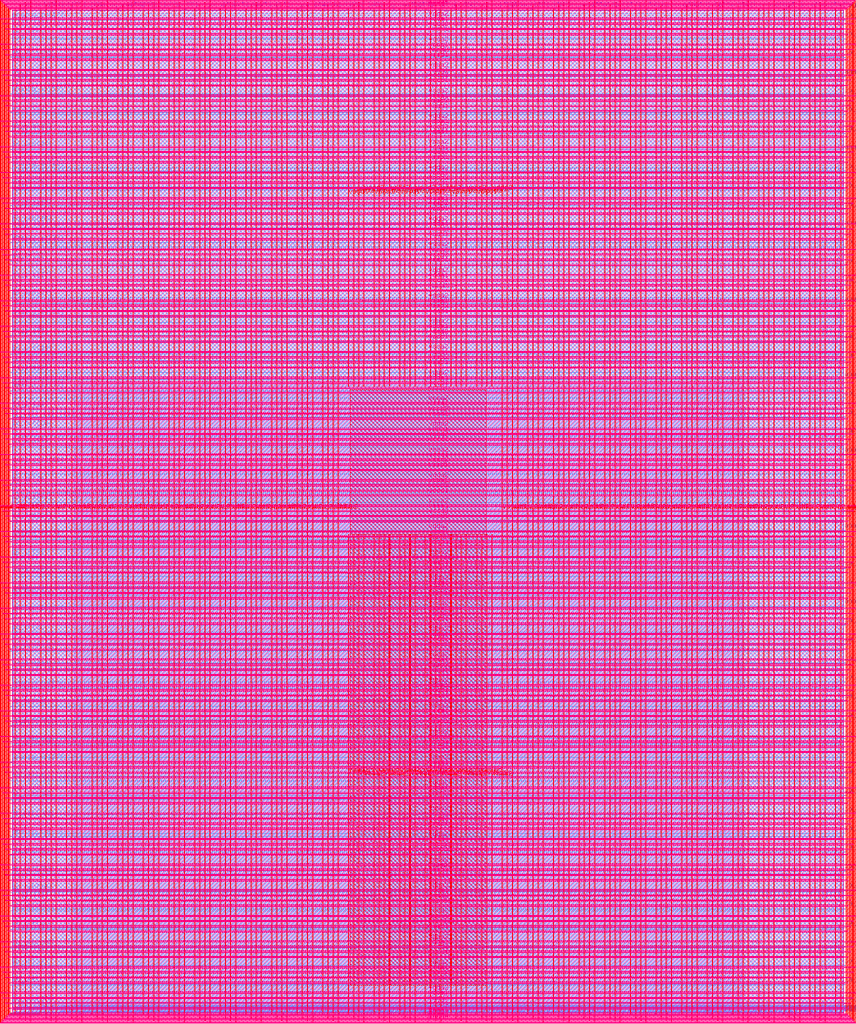
<source format=lef>
VERSION 5.7 ;
  NOWIREEXTENSIONATPIN ON ;
  DIVIDERCHAR "/" ;
  BUSBITCHARS "[]" ;
MACRO user_project_wrapper
  CLASS BLOCK ;
  FOREIGN user_project_wrapper ;
  ORIGIN 0.000 0.000 ;
  SIZE 2920.000 BY 3520.000 ;
  PIN analog_io[0]
    DIRECTION INOUT ;
    USE SIGNAL ;
    PORT
      LAYER met3 ;
        RECT 2917.600 1426.380 2924.800 1427.580 ;
    END
  END analog_io[0]
  PIN analog_io[10]
    DIRECTION INOUT ;
    USE SIGNAL ;
    PORT
      LAYER met2 ;
        RECT 2230.490 3517.600 2231.050 3524.800 ;
    END
  END analog_io[10]
  PIN analog_io[11]
    DIRECTION INOUT ;
    USE SIGNAL ;
    PORT
      LAYER met2 ;
        RECT 1905.730 3517.600 1906.290 3524.800 ;
    END
  END analog_io[11]
  PIN analog_io[12]
    DIRECTION INOUT ;
    USE SIGNAL ;
    PORT
      LAYER met2 ;
        RECT 1581.430 3517.600 1581.990 3524.800 ;
    END
  END analog_io[12]
  PIN analog_io[13]
    DIRECTION INOUT ;
    USE SIGNAL ;
    PORT
      LAYER met2 ;
        RECT 1257.130 3517.600 1257.690 3524.800 ;
    END
  END analog_io[13]
  PIN analog_io[14]
    DIRECTION INOUT ;
    USE SIGNAL ;
    PORT
      LAYER met2 ;
        RECT 932.370 3517.600 932.930 3524.800 ;
    END
  END analog_io[14]
  PIN analog_io[15]
    DIRECTION INOUT ;
    USE SIGNAL ;
    PORT
      LAYER met2 ;
        RECT 608.070 3517.600 608.630 3524.800 ;
    END
  END analog_io[15]
  PIN analog_io[16]
    DIRECTION INOUT ;
    USE SIGNAL ;
    PORT
      LAYER met2 ;
        RECT 283.770 3517.600 284.330 3524.800 ;
    END
  END analog_io[16]
  PIN analog_io[17]
    DIRECTION INOUT ;
    USE SIGNAL ;
    PORT
      LAYER met3 ;
        RECT -4.800 3486.100 2.400 3487.300 ;
    END
  END analog_io[17]
  PIN analog_io[18]
    DIRECTION INOUT ;
    USE SIGNAL ;
    PORT
      LAYER met3 ;
        RECT -4.800 3224.980 2.400 3226.180 ;
    END
  END analog_io[18]
  PIN analog_io[19]
    DIRECTION INOUT ;
    USE SIGNAL ;
    PORT
      LAYER met3 ;
        RECT -4.800 2964.540 2.400 2965.740 ;
    END
  END analog_io[19]
  PIN analog_io[1]
    DIRECTION INOUT ;
    USE SIGNAL ;
    PORT
      LAYER met3 ;
        RECT 2917.600 1692.260 2924.800 1693.460 ;
    END
  END analog_io[1]
  PIN analog_io[20]
    DIRECTION INOUT ;
    USE SIGNAL ;
    PORT
      LAYER met3 ;
        RECT -4.800 2703.420 2.400 2704.620 ;
    END
  END analog_io[20]
  PIN analog_io[21]
    DIRECTION INOUT ;
    USE SIGNAL ;
    PORT
      LAYER met3 ;
        RECT -4.800 2442.980 2.400 2444.180 ;
    END
  END analog_io[21]
  PIN analog_io[22]
    DIRECTION INOUT ;
    USE SIGNAL ;
    PORT
      LAYER met3 ;
        RECT -4.800 2182.540 2.400 2183.740 ;
    END
  END analog_io[22]
  PIN analog_io[23]
    DIRECTION INOUT ;
    USE SIGNAL ;
    PORT
      LAYER met3 ;
        RECT -4.800 1921.420 2.400 1922.620 ;
    END
  END analog_io[23]
  PIN analog_io[24]
    DIRECTION INOUT ;
    USE SIGNAL ;
    PORT
      LAYER met3 ;
        RECT -4.800 1660.980 2.400 1662.180 ;
    END
  END analog_io[24]
  PIN analog_io[25]
    DIRECTION INOUT ;
    USE SIGNAL ;
    PORT
      LAYER met3 ;
        RECT -4.800 1399.860 2.400 1401.060 ;
    END
  END analog_io[25]
  PIN analog_io[26]
    DIRECTION INOUT ;
    USE SIGNAL ;
    PORT
      LAYER met3 ;
        RECT -4.800 1139.420 2.400 1140.620 ;
    END
  END analog_io[26]
  PIN analog_io[27]
    DIRECTION INOUT ;
    USE SIGNAL ;
    PORT
      LAYER met3 ;
        RECT -4.800 878.980 2.400 880.180 ;
    END
  END analog_io[27]
  PIN analog_io[28]
    DIRECTION INOUT ;
    USE SIGNAL ;
    PORT
      LAYER met3 ;
        RECT -4.800 617.860 2.400 619.060 ;
    END
  END analog_io[28]
  PIN analog_io[2]
    DIRECTION INOUT ;
    USE SIGNAL ;
    PORT
      LAYER met3 ;
        RECT 2917.600 1958.140 2924.800 1959.340 ;
    END
  END analog_io[2]
  PIN analog_io[3]
    DIRECTION INOUT ;
    USE SIGNAL ;
    PORT
      LAYER met3 ;
        RECT 2917.600 2223.340 2924.800 2224.540 ;
    END
  END analog_io[3]
  PIN analog_io[4]
    DIRECTION INOUT ;
    USE SIGNAL ;
    PORT
      LAYER met3 ;
        RECT 2917.600 2489.220 2924.800 2490.420 ;
    END
  END analog_io[4]
  PIN analog_io[5]
    DIRECTION INOUT ;
    USE SIGNAL ;
    PORT
      LAYER met3 ;
        RECT 2917.600 2755.100 2924.800 2756.300 ;
    END
  END analog_io[5]
  PIN analog_io[6]
    DIRECTION INOUT ;
    USE SIGNAL ;
    PORT
      LAYER met3 ;
        RECT 2917.600 3020.300 2924.800 3021.500 ;
    END
  END analog_io[6]
  PIN analog_io[7]
    DIRECTION INOUT ;
    USE SIGNAL ;
    PORT
      LAYER met3 ;
        RECT 2917.600 3286.180 2924.800 3287.380 ;
    END
  END analog_io[7]
  PIN analog_io[8]
    DIRECTION INOUT ;
    USE SIGNAL ;
    PORT
      LAYER met2 ;
        RECT 2879.090 3517.600 2879.650 3524.800 ;
    END
  END analog_io[8]
  PIN analog_io[9]
    DIRECTION INOUT ;
    USE SIGNAL ;
    PORT
      LAYER met2 ;
        RECT 2554.790 3517.600 2555.350 3524.800 ;
    END
  END analog_io[9]
  PIN io_in[0]
    DIRECTION INPUT ;
    USE SIGNAL ;
    PORT
      LAYER met3 ;
        RECT 2917.600 32.380 2924.800 33.580 ;
    END
  END io_in[0]
  PIN io_in[10]
    DIRECTION INPUT ;
    USE SIGNAL ;
    PORT
      LAYER met3 ;
        RECT 2917.600 2289.980 2924.800 2291.180 ;
    END
  END io_in[10]
  PIN io_in[11]
    DIRECTION INPUT ;
    USE SIGNAL ;
    PORT
      LAYER met3 ;
        RECT 2917.600 2555.860 2924.800 2557.060 ;
    END
  END io_in[11]
  PIN io_in[12]
    DIRECTION INPUT ;
    USE SIGNAL ;
    PORT
      LAYER met3 ;
        RECT 2917.600 2821.060 2924.800 2822.260 ;
    END
  END io_in[12]
  PIN io_in[13]
    DIRECTION INPUT ;
    USE SIGNAL ;
    PORT
      LAYER met3 ;
        RECT 2917.600 3086.940 2924.800 3088.140 ;
    END
  END io_in[13]
  PIN io_in[14]
    DIRECTION INPUT ;
    USE SIGNAL ;
    PORT
      LAYER met3 ;
        RECT 2917.600 3352.820 2924.800 3354.020 ;
    END
  END io_in[14]
  PIN io_in[15]
    DIRECTION INPUT ;
    USE SIGNAL ;
    PORT
      LAYER met2 ;
        RECT 2798.130 3517.600 2798.690 3524.800 ;
    END
  END io_in[15]
  PIN io_in[16]
    DIRECTION INPUT ;
    USE SIGNAL ;
    PORT
      LAYER met2 ;
        RECT 2473.830 3517.600 2474.390 3524.800 ;
    END
  END io_in[16]
  PIN io_in[17]
    DIRECTION INPUT ;
    USE SIGNAL ;
    PORT
      LAYER met2 ;
        RECT 2149.070 3517.600 2149.630 3524.800 ;
    END
  END io_in[17]
  PIN io_in[18]
    DIRECTION INPUT ;
    USE SIGNAL ;
    PORT
      LAYER met2 ;
        RECT 1824.770 3517.600 1825.330 3524.800 ;
    END
  END io_in[18]
  PIN io_in[19]
    DIRECTION INPUT ;
    USE SIGNAL ;
    PORT
      LAYER met2 ;
        RECT 1500.470 3517.600 1501.030 3524.800 ;
    END
  END io_in[19]
  PIN io_in[1]
    DIRECTION INPUT ;
    USE SIGNAL ;
    PORT
      LAYER met3 ;
        RECT 2917.600 230.940 2924.800 232.140 ;
    END
  END io_in[1]
  PIN io_in[20]
    DIRECTION INPUT ;
    USE SIGNAL ;
    PORT
      LAYER met2 ;
        RECT 1175.710 3517.600 1176.270 3524.800 ;
    END
  END io_in[20]
  PIN io_in[21]
    DIRECTION INPUT ;
    USE SIGNAL ;
    PORT
      LAYER met2 ;
        RECT 851.410 3517.600 851.970 3524.800 ;
    END
  END io_in[21]
  PIN io_in[22]
    DIRECTION INPUT ;
    USE SIGNAL ;
    PORT
      LAYER met2 ;
        RECT 527.110 3517.600 527.670 3524.800 ;
    END
  END io_in[22]
  PIN io_in[23]
    DIRECTION INPUT ;
    USE SIGNAL ;
    PORT
      LAYER met2 ;
        RECT 202.350 3517.600 202.910 3524.800 ;
    END
  END io_in[23]
  PIN io_in[24]
    DIRECTION INPUT ;
    USE SIGNAL ;
    PORT
      LAYER met3 ;
        RECT -4.800 3420.820 2.400 3422.020 ;
    END
  END io_in[24]
  PIN io_in[25]
    DIRECTION INPUT ;
    USE SIGNAL ;
    PORT
      LAYER met3 ;
        RECT -4.800 3159.700 2.400 3160.900 ;
    END
  END io_in[25]
  PIN io_in[26]
    DIRECTION INPUT ;
    USE SIGNAL ;
    PORT
      LAYER met3 ;
        RECT -4.800 2899.260 2.400 2900.460 ;
    END
  END io_in[26]
  PIN io_in[27]
    DIRECTION INPUT ;
    USE SIGNAL ;
    PORT
      LAYER met3 ;
        RECT -4.800 2638.820 2.400 2640.020 ;
    END
  END io_in[27]
  PIN io_in[28]
    DIRECTION INPUT ;
    USE SIGNAL ;
    PORT
      LAYER met3 ;
        RECT -4.800 2377.700 2.400 2378.900 ;
    END
  END io_in[28]
  PIN io_in[29]
    DIRECTION INPUT ;
    USE SIGNAL ;
    PORT
      LAYER met3 ;
        RECT -4.800 2117.260 2.400 2118.460 ;
    END
  END io_in[29]
  PIN io_in[2]
    DIRECTION INPUT ;
    USE SIGNAL ;
    PORT
      LAYER met3 ;
        RECT 2917.600 430.180 2924.800 431.380 ;
    END
  END io_in[2]
  PIN io_in[30]
    DIRECTION INPUT ;
    USE SIGNAL ;
    PORT
      LAYER met3 ;
        RECT -4.800 1856.140 2.400 1857.340 ;
    END
  END io_in[30]
  PIN io_in[31]
    DIRECTION INPUT ;
    USE SIGNAL ;
    PORT
      LAYER met3 ;
        RECT -4.800 1595.700 2.400 1596.900 ;
    END
  END io_in[31]
  PIN io_in[32]
    DIRECTION INPUT ;
    USE SIGNAL ;
    PORT
      LAYER met3 ;
        RECT -4.800 1335.260 2.400 1336.460 ;
    END
  END io_in[32]
  PIN io_in[33]
    DIRECTION INPUT ;
    USE SIGNAL ;
    PORT
      LAYER met3 ;
        RECT -4.800 1074.140 2.400 1075.340 ;
    END
  END io_in[33]
  PIN io_in[34]
    DIRECTION INPUT ;
    USE SIGNAL ;
    PORT
      LAYER met3 ;
        RECT -4.800 813.700 2.400 814.900 ;
    END
  END io_in[34]
  PIN io_in[35]
    DIRECTION INPUT ;
    USE SIGNAL ;
    PORT
      LAYER met3 ;
        RECT -4.800 552.580 2.400 553.780 ;
    END
  END io_in[35]
  PIN io_in[36]
    DIRECTION INPUT ;
    USE SIGNAL ;
    PORT
      LAYER met3 ;
        RECT -4.800 357.420 2.400 358.620 ;
    END
  END io_in[36]
  PIN io_in[37]
    DIRECTION INPUT ;
    USE SIGNAL ;
    PORT
      LAYER met3 ;
        RECT -4.800 161.580 2.400 162.780 ;
    END
  END io_in[37]
  PIN io_in[3]
    DIRECTION INPUT ;
    USE SIGNAL ;
    PORT
      LAYER met3 ;
        RECT 2917.600 629.420 2924.800 630.620 ;
    END
  END io_in[3]
  PIN io_in[4]
    DIRECTION INPUT ;
    USE SIGNAL ;
    PORT
      LAYER met3 ;
        RECT 2917.600 828.660 2924.800 829.860 ;
    END
  END io_in[4]
  PIN io_in[5]
    DIRECTION INPUT ;
    USE SIGNAL ;
    PORT
      LAYER met3 ;
        RECT 2917.600 1027.900 2924.800 1029.100 ;
    END
  END io_in[5]
  PIN io_in[6]
    DIRECTION INPUT ;
    USE SIGNAL ;
    PORT
      LAYER met3 ;
        RECT 2917.600 1227.140 2924.800 1228.340 ;
    END
  END io_in[6]
  PIN io_in[7]
    DIRECTION INPUT ;
    USE SIGNAL ;
    PORT
      LAYER met3 ;
        RECT 2917.600 1493.020 2924.800 1494.220 ;
    END
  END io_in[7]
  PIN io_in[8]
    DIRECTION INPUT ;
    USE SIGNAL ;
    PORT
      LAYER met3 ;
        RECT 2917.600 1758.900 2924.800 1760.100 ;
    END
  END io_in[8]
  PIN io_in[9]
    DIRECTION INPUT ;
    USE SIGNAL ;
    PORT
      LAYER met3 ;
        RECT 2917.600 2024.100 2924.800 2025.300 ;
    END
  END io_in[9]
  PIN io_oeb[0]
    DIRECTION OUTPUT TRISTATE ;
    USE SIGNAL ;
    PORT
      LAYER met3 ;
        RECT 2917.600 164.980 2924.800 166.180 ;
    END
  END io_oeb[0]
  PIN io_oeb[10]
    DIRECTION OUTPUT TRISTATE ;
    USE SIGNAL ;
    PORT
      LAYER met3 ;
        RECT 2917.600 2422.580 2924.800 2423.780 ;
    END
  END io_oeb[10]
  PIN io_oeb[11]
    DIRECTION OUTPUT TRISTATE ;
    USE SIGNAL ;
    PORT
      LAYER met3 ;
        RECT 2917.600 2688.460 2924.800 2689.660 ;
    END
  END io_oeb[11]
  PIN io_oeb[12]
    DIRECTION OUTPUT TRISTATE ;
    USE SIGNAL ;
    PORT
      LAYER met3 ;
        RECT 2917.600 2954.340 2924.800 2955.540 ;
    END
  END io_oeb[12]
  PIN io_oeb[13]
    DIRECTION OUTPUT TRISTATE ;
    USE SIGNAL ;
    PORT
      LAYER met3 ;
        RECT 2917.600 3219.540 2924.800 3220.740 ;
    END
  END io_oeb[13]
  PIN io_oeb[14]
    DIRECTION OUTPUT TRISTATE ;
    USE SIGNAL ;
    PORT
      LAYER met3 ;
        RECT 2917.600 3485.420 2924.800 3486.620 ;
    END
  END io_oeb[14]
  PIN io_oeb[15]
    DIRECTION OUTPUT TRISTATE ;
    USE SIGNAL ;
    PORT
      LAYER met2 ;
        RECT 2635.750 3517.600 2636.310 3524.800 ;
    END
  END io_oeb[15]
  PIN io_oeb[16]
    DIRECTION OUTPUT TRISTATE ;
    USE SIGNAL ;
    PORT
      LAYER met2 ;
        RECT 2311.450 3517.600 2312.010 3524.800 ;
    END
  END io_oeb[16]
  PIN io_oeb[17]
    DIRECTION OUTPUT TRISTATE ;
    USE SIGNAL ;
    PORT
      LAYER met2 ;
        RECT 1987.150 3517.600 1987.710 3524.800 ;
    END
  END io_oeb[17]
  PIN io_oeb[18]
    DIRECTION OUTPUT TRISTATE ;
    USE SIGNAL ;
    PORT
      LAYER met2 ;
        RECT 1662.390 3517.600 1662.950 3524.800 ;
    END
  END io_oeb[18]
  PIN io_oeb[19]
    DIRECTION OUTPUT TRISTATE ;
    USE SIGNAL ;
    PORT
      LAYER met2 ;
        RECT 1338.090 3517.600 1338.650 3524.800 ;
    END
  END io_oeb[19]
  PIN io_oeb[1]
    DIRECTION OUTPUT TRISTATE ;
    USE SIGNAL ;
    PORT
      LAYER met3 ;
        RECT 2917.600 364.220 2924.800 365.420 ;
    END
  END io_oeb[1]
  PIN io_oeb[20]
    DIRECTION OUTPUT TRISTATE ;
    USE SIGNAL ;
    PORT
      LAYER met2 ;
        RECT 1013.790 3517.600 1014.350 3524.800 ;
    END
  END io_oeb[20]
  PIN io_oeb[21]
    DIRECTION OUTPUT TRISTATE ;
    USE SIGNAL ;
    PORT
      LAYER met2 ;
        RECT 689.030 3517.600 689.590 3524.800 ;
    END
  END io_oeb[21]
  PIN io_oeb[22]
    DIRECTION OUTPUT TRISTATE ;
    USE SIGNAL ;
    PORT
      LAYER met2 ;
        RECT 364.730 3517.600 365.290 3524.800 ;
    END
  END io_oeb[22]
  PIN io_oeb[23]
    DIRECTION OUTPUT TRISTATE ;
    USE SIGNAL ;
    PORT
      LAYER met2 ;
        RECT 40.430 3517.600 40.990 3524.800 ;
    END
  END io_oeb[23]
  PIN io_oeb[24]
    DIRECTION OUTPUT TRISTATE ;
    USE SIGNAL ;
    PORT
      LAYER met3 ;
        RECT -4.800 3290.260 2.400 3291.460 ;
    END
  END io_oeb[24]
  PIN io_oeb[25]
    DIRECTION OUTPUT TRISTATE ;
    USE SIGNAL ;
    PORT
      LAYER met3 ;
        RECT -4.800 3029.820 2.400 3031.020 ;
    END
  END io_oeb[25]
  PIN io_oeb[26]
    DIRECTION OUTPUT TRISTATE ;
    USE SIGNAL ;
    PORT
      LAYER met3 ;
        RECT -4.800 2768.700 2.400 2769.900 ;
    END
  END io_oeb[26]
  PIN io_oeb[27]
    DIRECTION OUTPUT TRISTATE ;
    USE SIGNAL ;
    PORT
      LAYER met3 ;
        RECT -4.800 2508.260 2.400 2509.460 ;
    END
  END io_oeb[27]
  PIN io_oeb[28]
    DIRECTION OUTPUT TRISTATE ;
    USE SIGNAL ;
    PORT
      LAYER met3 ;
        RECT -4.800 2247.140 2.400 2248.340 ;
    END
  END io_oeb[28]
  PIN io_oeb[29]
    DIRECTION OUTPUT TRISTATE ;
    USE SIGNAL ;
    PORT
      LAYER met3 ;
        RECT -4.800 1986.700 2.400 1987.900 ;
    END
  END io_oeb[29]
  PIN io_oeb[2]
    DIRECTION OUTPUT TRISTATE ;
    USE SIGNAL ;
    PORT
      LAYER met3 ;
        RECT 2917.600 563.460 2924.800 564.660 ;
    END
  END io_oeb[2]
  PIN io_oeb[30]
    DIRECTION OUTPUT TRISTATE ;
    USE SIGNAL ;
    PORT
      LAYER met3 ;
        RECT -4.800 1726.260 2.400 1727.460 ;
    END
  END io_oeb[30]
  PIN io_oeb[31]
    DIRECTION OUTPUT TRISTATE ;
    USE SIGNAL ;
    PORT
      LAYER met3 ;
        RECT -4.800 1465.140 2.400 1466.340 ;
    END
  END io_oeb[31]
  PIN io_oeb[32]
    DIRECTION OUTPUT TRISTATE ;
    USE SIGNAL ;
    PORT
      LAYER met3 ;
        RECT -4.800 1204.700 2.400 1205.900 ;
    END
  END io_oeb[32]
  PIN io_oeb[33]
    DIRECTION OUTPUT TRISTATE ;
    USE SIGNAL ;
    PORT
      LAYER met3 ;
        RECT -4.800 943.580 2.400 944.780 ;
    END
  END io_oeb[33]
  PIN io_oeb[34]
    DIRECTION OUTPUT TRISTATE ;
    USE SIGNAL ;
    PORT
      LAYER met3 ;
        RECT -4.800 683.140 2.400 684.340 ;
    END
  END io_oeb[34]
  PIN io_oeb[35]
    DIRECTION OUTPUT TRISTATE ;
    USE SIGNAL ;
    PORT
      LAYER met3 ;
        RECT -4.800 422.700 2.400 423.900 ;
    END
  END io_oeb[35]
  PIN io_oeb[36]
    DIRECTION OUTPUT TRISTATE ;
    USE SIGNAL ;
    PORT
      LAYER met3 ;
        RECT -4.800 226.860 2.400 228.060 ;
    END
  END io_oeb[36]
  PIN io_oeb[37]
    DIRECTION OUTPUT TRISTATE ;
    USE SIGNAL ;
    PORT
      LAYER met3 ;
        RECT -4.800 31.700 2.400 32.900 ;
    END
  END io_oeb[37]
  PIN io_oeb[3]
    DIRECTION OUTPUT TRISTATE ;
    USE SIGNAL ;
    PORT
      LAYER met3 ;
        RECT 2917.600 762.700 2924.800 763.900 ;
    END
  END io_oeb[3]
  PIN io_oeb[4]
    DIRECTION OUTPUT TRISTATE ;
    USE SIGNAL ;
    PORT
      LAYER met3 ;
        RECT 2917.600 961.940 2924.800 963.140 ;
    END
  END io_oeb[4]
  PIN io_oeb[5]
    DIRECTION OUTPUT TRISTATE ;
    USE SIGNAL ;
    PORT
      LAYER met3 ;
        RECT 2917.600 1161.180 2924.800 1162.380 ;
    END
  END io_oeb[5]
  PIN io_oeb[6]
    DIRECTION OUTPUT TRISTATE ;
    USE SIGNAL ;
    PORT
      LAYER met3 ;
        RECT 2917.600 1360.420 2924.800 1361.620 ;
    END
  END io_oeb[6]
  PIN io_oeb[7]
    DIRECTION OUTPUT TRISTATE ;
    USE SIGNAL ;
    PORT
      LAYER met3 ;
        RECT 2917.600 1625.620 2924.800 1626.820 ;
    END
  END io_oeb[7]
  PIN io_oeb[8]
    DIRECTION OUTPUT TRISTATE ;
    USE SIGNAL ;
    PORT
      LAYER met3 ;
        RECT 2917.600 1891.500 2924.800 1892.700 ;
    END
  END io_oeb[8]
  PIN io_oeb[9]
    DIRECTION OUTPUT TRISTATE ;
    USE SIGNAL ;
    PORT
      LAYER met3 ;
        RECT 2917.600 2157.380 2924.800 2158.580 ;
    END
  END io_oeb[9]
  PIN io_out[0]
    DIRECTION OUTPUT TRISTATE ;
    USE SIGNAL ;
    PORT
      LAYER met3 ;
        RECT 2917.600 98.340 2924.800 99.540 ;
    END
  END io_out[0]
  PIN io_out[10]
    DIRECTION OUTPUT TRISTATE ;
    USE SIGNAL ;
    PORT
      LAYER met3 ;
        RECT 2917.600 2356.620 2924.800 2357.820 ;
    END
  END io_out[10]
  PIN io_out[11]
    DIRECTION OUTPUT TRISTATE ;
    USE SIGNAL ;
    PORT
      LAYER met3 ;
        RECT 2917.600 2621.820 2924.800 2623.020 ;
    END
  END io_out[11]
  PIN io_out[12]
    DIRECTION OUTPUT TRISTATE ;
    USE SIGNAL ;
    PORT
      LAYER met3 ;
        RECT 2917.600 2887.700 2924.800 2888.900 ;
    END
  END io_out[12]
  PIN io_out[13]
    DIRECTION OUTPUT TRISTATE ;
    USE SIGNAL ;
    PORT
      LAYER met3 ;
        RECT 2917.600 3153.580 2924.800 3154.780 ;
    END
  END io_out[13]
  PIN io_out[14]
    DIRECTION OUTPUT TRISTATE ;
    USE SIGNAL ;
    PORT
      LAYER met3 ;
        RECT 2917.600 3418.780 2924.800 3419.980 ;
    END
  END io_out[14]
  PIN io_out[15]
    DIRECTION OUTPUT TRISTATE ;
    USE SIGNAL ;
    PORT
      LAYER met2 ;
        RECT 2717.170 3517.600 2717.730 3524.800 ;
    END
  END io_out[15]
  PIN io_out[16]
    DIRECTION OUTPUT TRISTATE ;
    USE SIGNAL ;
    PORT
      LAYER met2 ;
        RECT 2392.410 3517.600 2392.970 3524.800 ;
    END
  END io_out[16]
  PIN io_out[17]
    DIRECTION OUTPUT TRISTATE ;
    USE SIGNAL ;
    PORT
      LAYER met2 ;
        RECT 2068.110 3517.600 2068.670 3524.800 ;
    END
  END io_out[17]
  PIN io_out[18]
    DIRECTION OUTPUT TRISTATE ;
    USE SIGNAL ;
    PORT
      LAYER met2 ;
        RECT 1743.810 3517.600 1744.370 3524.800 ;
    END
  END io_out[18]
  PIN io_out[19]
    DIRECTION OUTPUT TRISTATE ;
    USE SIGNAL ;
    PORT
      LAYER met2 ;
        RECT 1419.050 3517.600 1419.610 3524.800 ;
    END
  END io_out[19]
  PIN io_out[1]
    DIRECTION OUTPUT TRISTATE ;
    USE SIGNAL ;
    PORT
      LAYER met3 ;
        RECT 2917.600 297.580 2924.800 298.780 ;
    END
  END io_out[1]
  PIN io_out[20]
    DIRECTION OUTPUT TRISTATE ;
    USE SIGNAL ;
    PORT
      LAYER met2 ;
        RECT 1094.750 3517.600 1095.310 3524.800 ;
    END
  END io_out[20]
  PIN io_out[21]
    DIRECTION OUTPUT TRISTATE ;
    USE SIGNAL ;
    PORT
      LAYER met2 ;
        RECT 770.450 3517.600 771.010 3524.800 ;
    END
  END io_out[21]
  PIN io_out[22]
    DIRECTION OUTPUT TRISTATE ;
    USE SIGNAL ;
    PORT
      LAYER met2 ;
        RECT 445.690 3517.600 446.250 3524.800 ;
    END
  END io_out[22]
  PIN io_out[23]
    DIRECTION OUTPUT TRISTATE ;
    USE SIGNAL ;
    PORT
      LAYER met2 ;
        RECT 121.390 3517.600 121.950 3524.800 ;
    END
  END io_out[23]
  PIN io_out[24]
    DIRECTION OUTPUT TRISTATE ;
    USE SIGNAL ;
    PORT
      LAYER met3 ;
        RECT -4.800 3355.540 2.400 3356.740 ;
    END
  END io_out[24]
  PIN io_out[25]
    DIRECTION OUTPUT TRISTATE ;
    USE SIGNAL ;
    PORT
      LAYER met3 ;
        RECT -4.800 3095.100 2.400 3096.300 ;
    END
  END io_out[25]
  PIN io_out[26]
    DIRECTION OUTPUT TRISTATE ;
    USE SIGNAL ;
    PORT
      LAYER met3 ;
        RECT -4.800 2833.980 2.400 2835.180 ;
    END
  END io_out[26]
  PIN io_out[27]
    DIRECTION OUTPUT TRISTATE ;
    USE SIGNAL ;
    PORT
      LAYER met3 ;
        RECT -4.800 2573.540 2.400 2574.740 ;
    END
  END io_out[27]
  PIN io_out[28]
    DIRECTION OUTPUT TRISTATE ;
    USE SIGNAL ;
    PORT
      LAYER met3 ;
        RECT -4.800 2312.420 2.400 2313.620 ;
    END
  END io_out[28]
  PIN io_out[29]
    DIRECTION OUTPUT TRISTATE ;
    USE SIGNAL ;
    PORT
      LAYER met3 ;
        RECT -4.800 2051.980 2.400 2053.180 ;
    END
  END io_out[29]
  PIN io_out[2]
    DIRECTION OUTPUT TRISTATE ;
    USE SIGNAL ;
    PORT
      LAYER met3 ;
        RECT 2917.600 496.820 2924.800 498.020 ;
    END
  END io_out[2]
  PIN io_out[30]
    DIRECTION OUTPUT TRISTATE ;
    USE SIGNAL ;
    PORT
      LAYER met3 ;
        RECT -4.800 1791.540 2.400 1792.740 ;
    END
  END io_out[30]
  PIN io_out[31]
    DIRECTION OUTPUT TRISTATE ;
    USE SIGNAL ;
    PORT
      LAYER met3 ;
        RECT -4.800 1530.420 2.400 1531.620 ;
    END
  END io_out[31]
  PIN io_out[32]
    DIRECTION OUTPUT TRISTATE ;
    USE SIGNAL ;
    PORT
      LAYER met3 ;
        RECT -4.800 1269.980 2.400 1271.180 ;
    END
  END io_out[32]
  PIN io_out[33]
    DIRECTION OUTPUT TRISTATE ;
    USE SIGNAL ;
    PORT
      LAYER met3 ;
        RECT -4.800 1008.860 2.400 1010.060 ;
    END
  END io_out[33]
  PIN io_out[34]
    DIRECTION OUTPUT TRISTATE ;
    USE SIGNAL ;
    PORT
      LAYER met3 ;
        RECT -4.800 748.420 2.400 749.620 ;
    END
  END io_out[34]
  PIN io_out[35]
    DIRECTION OUTPUT TRISTATE ;
    USE SIGNAL ;
    PORT
      LAYER met3 ;
        RECT -4.800 487.300 2.400 488.500 ;
    END
  END io_out[35]
  PIN io_out[36]
    DIRECTION OUTPUT TRISTATE ;
    USE SIGNAL ;
    PORT
      LAYER met3 ;
        RECT -4.800 292.140 2.400 293.340 ;
    END
  END io_out[36]
  PIN io_out[37]
    DIRECTION OUTPUT TRISTATE ;
    USE SIGNAL ;
    PORT
      LAYER met3 ;
        RECT -4.800 96.300 2.400 97.500 ;
    END
  END io_out[37]
  PIN io_out[3]
    DIRECTION OUTPUT TRISTATE ;
    USE SIGNAL ;
    PORT
      LAYER met3 ;
        RECT 2917.600 696.060 2924.800 697.260 ;
    END
  END io_out[3]
  PIN io_out[4]
    DIRECTION OUTPUT TRISTATE ;
    USE SIGNAL ;
    PORT
      LAYER met3 ;
        RECT 2917.600 895.300 2924.800 896.500 ;
    END
  END io_out[4]
  PIN io_out[5]
    DIRECTION OUTPUT TRISTATE ;
    USE SIGNAL ;
    PORT
      LAYER met3 ;
        RECT 2917.600 1094.540 2924.800 1095.740 ;
    END
  END io_out[5]
  PIN io_out[6]
    DIRECTION OUTPUT TRISTATE ;
    USE SIGNAL ;
    PORT
      LAYER met3 ;
        RECT 2917.600 1293.780 2924.800 1294.980 ;
    END
  END io_out[6]
  PIN io_out[7]
    DIRECTION OUTPUT TRISTATE ;
    USE SIGNAL ;
    PORT
      LAYER met3 ;
        RECT 2917.600 1559.660 2924.800 1560.860 ;
    END
  END io_out[7]
  PIN io_out[8]
    DIRECTION OUTPUT TRISTATE ;
    USE SIGNAL ;
    PORT
      LAYER met3 ;
        RECT 2917.600 1824.860 2924.800 1826.060 ;
    END
  END io_out[8]
  PIN io_out[9]
    DIRECTION OUTPUT TRISTATE ;
    USE SIGNAL ;
    PORT
      LAYER met3 ;
        RECT 2917.600 2090.740 2924.800 2091.940 ;
    END
  END io_out[9]
  PIN la_data_in[0]
    DIRECTION INPUT ;
    USE SIGNAL ;
    PORT
      LAYER met2 ;
        RECT 629.230 -4.800 629.790 2.400 ;
    END
  END la_data_in[0]
  PIN la_data_in[100]
    DIRECTION INPUT ;
    USE SIGNAL ;
    PORT
      LAYER met2 ;
        RECT 2402.530 -4.800 2403.090 2.400 ;
    END
  END la_data_in[100]
  PIN la_data_in[101]
    DIRECTION INPUT ;
    USE SIGNAL ;
    PORT
      LAYER met2 ;
        RECT 2420.010 -4.800 2420.570 2.400 ;
    END
  END la_data_in[101]
  PIN la_data_in[102]
    DIRECTION INPUT ;
    USE SIGNAL ;
    PORT
      LAYER met2 ;
        RECT 2437.950 -4.800 2438.510 2.400 ;
    END
  END la_data_in[102]
  PIN la_data_in[103]
    DIRECTION INPUT ;
    USE SIGNAL ;
    PORT
      LAYER met2 ;
        RECT 2455.430 -4.800 2455.990 2.400 ;
    END
  END la_data_in[103]
  PIN la_data_in[104]
    DIRECTION INPUT ;
    USE SIGNAL ;
    PORT
      LAYER met2 ;
        RECT 2473.370 -4.800 2473.930 2.400 ;
    END
  END la_data_in[104]
  PIN la_data_in[105]
    DIRECTION INPUT ;
    USE SIGNAL ;
    PORT
      LAYER met2 ;
        RECT 2490.850 -4.800 2491.410 2.400 ;
    END
  END la_data_in[105]
  PIN la_data_in[106]
    DIRECTION INPUT ;
    USE SIGNAL ;
    PORT
      LAYER met2 ;
        RECT 2508.790 -4.800 2509.350 2.400 ;
    END
  END la_data_in[106]
  PIN la_data_in[107]
    DIRECTION INPUT ;
    USE SIGNAL ;
    PORT
      LAYER met2 ;
        RECT 2526.730 -4.800 2527.290 2.400 ;
    END
  END la_data_in[107]
  PIN la_data_in[108]
    DIRECTION INPUT ;
    USE SIGNAL ;
    PORT
      LAYER met2 ;
        RECT 2544.210 -4.800 2544.770 2.400 ;
    END
  END la_data_in[108]
  PIN la_data_in[109]
    DIRECTION INPUT ;
    USE SIGNAL ;
    PORT
      LAYER met2 ;
        RECT 2562.150 -4.800 2562.710 2.400 ;
    END
  END la_data_in[109]
  PIN la_data_in[10]
    DIRECTION INPUT ;
    USE SIGNAL ;
    PORT
      LAYER met2 ;
        RECT 806.330 -4.800 806.890 2.400 ;
    END
  END la_data_in[10]
  PIN la_data_in[110]
    DIRECTION INPUT ;
    USE SIGNAL ;
    PORT
      LAYER met2 ;
        RECT 2579.630 -4.800 2580.190 2.400 ;
    END
  END la_data_in[110]
  PIN la_data_in[111]
    DIRECTION INPUT ;
    USE SIGNAL ;
    PORT
      LAYER met2 ;
        RECT 2597.570 -4.800 2598.130 2.400 ;
    END
  END la_data_in[111]
  PIN la_data_in[112]
    DIRECTION INPUT ;
    USE SIGNAL ;
    PORT
      LAYER met2 ;
        RECT 2615.050 -4.800 2615.610 2.400 ;
    END
  END la_data_in[112]
  PIN la_data_in[113]
    DIRECTION INPUT ;
    USE SIGNAL ;
    PORT
      LAYER met2 ;
        RECT 2632.990 -4.800 2633.550 2.400 ;
    END
  END la_data_in[113]
  PIN la_data_in[114]
    DIRECTION INPUT ;
    USE SIGNAL ;
    PORT
      LAYER met2 ;
        RECT 2650.470 -4.800 2651.030 2.400 ;
    END
  END la_data_in[114]
  PIN la_data_in[115]
    DIRECTION INPUT ;
    USE SIGNAL ;
    PORT
      LAYER met2 ;
        RECT 2668.410 -4.800 2668.970 2.400 ;
    END
  END la_data_in[115]
  PIN la_data_in[116]
    DIRECTION INPUT ;
    USE SIGNAL ;
    PORT
      LAYER met2 ;
        RECT 2685.890 -4.800 2686.450 2.400 ;
    END
  END la_data_in[116]
  PIN la_data_in[117]
    DIRECTION INPUT ;
    USE SIGNAL ;
    PORT
      LAYER met2 ;
        RECT 2703.830 -4.800 2704.390 2.400 ;
    END
  END la_data_in[117]
  PIN la_data_in[118]
    DIRECTION INPUT ;
    USE SIGNAL ;
    PORT
      LAYER met2 ;
        RECT 2721.770 -4.800 2722.330 2.400 ;
    END
  END la_data_in[118]
  PIN la_data_in[119]
    DIRECTION INPUT ;
    USE SIGNAL ;
    PORT
      LAYER met2 ;
        RECT 2739.250 -4.800 2739.810 2.400 ;
    END
  END la_data_in[119]
  PIN la_data_in[11]
    DIRECTION INPUT ;
    USE SIGNAL ;
    PORT
      LAYER met2 ;
        RECT 824.270 -4.800 824.830 2.400 ;
    END
  END la_data_in[11]
  PIN la_data_in[120]
    DIRECTION INPUT ;
    USE SIGNAL ;
    PORT
      LAYER met2 ;
        RECT 2757.190 -4.800 2757.750 2.400 ;
    END
  END la_data_in[120]
  PIN la_data_in[121]
    DIRECTION INPUT ;
    USE SIGNAL ;
    PORT
      LAYER met2 ;
        RECT 2774.670 -4.800 2775.230 2.400 ;
    END
  END la_data_in[121]
  PIN la_data_in[122]
    DIRECTION INPUT ;
    USE SIGNAL ;
    PORT
      LAYER met2 ;
        RECT 2792.610 -4.800 2793.170 2.400 ;
    END
  END la_data_in[122]
  PIN la_data_in[123]
    DIRECTION INPUT ;
    USE SIGNAL ;
    PORT
      LAYER met2 ;
        RECT 2810.090 -4.800 2810.650 2.400 ;
    END
  END la_data_in[123]
  PIN la_data_in[124]
    DIRECTION INPUT ;
    USE SIGNAL ;
    PORT
      LAYER met2 ;
        RECT 2828.030 -4.800 2828.590 2.400 ;
    END
  END la_data_in[124]
  PIN la_data_in[125]
    DIRECTION INPUT ;
    USE SIGNAL ;
    PORT
      LAYER met2 ;
        RECT 2845.510 -4.800 2846.070 2.400 ;
    END
  END la_data_in[125]
  PIN la_data_in[126]
    DIRECTION INPUT ;
    USE SIGNAL ;
    PORT
      LAYER met2 ;
        RECT 2863.450 -4.800 2864.010 2.400 ;
    END
  END la_data_in[126]
  PIN la_data_in[127]
    DIRECTION INPUT ;
    USE SIGNAL ;
    PORT
      LAYER met2 ;
        RECT 2881.390 -4.800 2881.950 2.400 ;
    END
  END la_data_in[127]
  PIN la_data_in[12]
    DIRECTION INPUT ;
    USE SIGNAL ;
    PORT
      LAYER met2 ;
        RECT 841.750 -4.800 842.310 2.400 ;
    END
  END la_data_in[12]
  PIN la_data_in[13]
    DIRECTION INPUT ;
    USE SIGNAL ;
    PORT
      LAYER met2 ;
        RECT 859.690 -4.800 860.250 2.400 ;
    END
  END la_data_in[13]
  PIN la_data_in[14]
    DIRECTION INPUT ;
    USE SIGNAL ;
    PORT
      LAYER met2 ;
        RECT 877.170 -4.800 877.730 2.400 ;
    END
  END la_data_in[14]
  PIN la_data_in[15]
    DIRECTION INPUT ;
    USE SIGNAL ;
    PORT
      LAYER met2 ;
        RECT 895.110 -4.800 895.670 2.400 ;
    END
  END la_data_in[15]
  PIN la_data_in[16]
    DIRECTION INPUT ;
    USE SIGNAL ;
    PORT
      LAYER met2 ;
        RECT 912.590 -4.800 913.150 2.400 ;
    END
  END la_data_in[16]
  PIN la_data_in[17]
    DIRECTION INPUT ;
    USE SIGNAL ;
    PORT
      LAYER met2 ;
        RECT 930.530 -4.800 931.090 2.400 ;
    END
  END la_data_in[17]
  PIN la_data_in[18]
    DIRECTION INPUT ;
    USE SIGNAL ;
    PORT
      LAYER met2 ;
        RECT 948.470 -4.800 949.030 2.400 ;
    END
  END la_data_in[18]
  PIN la_data_in[19]
    DIRECTION INPUT ;
    USE SIGNAL ;
    PORT
      LAYER met2 ;
        RECT 965.950 -4.800 966.510 2.400 ;
    END
  END la_data_in[19]
  PIN la_data_in[1]
    DIRECTION INPUT ;
    USE SIGNAL ;
    PORT
      LAYER met2 ;
        RECT 646.710 -4.800 647.270 2.400 ;
    END
  END la_data_in[1]
  PIN la_data_in[20]
    DIRECTION INPUT ;
    USE SIGNAL ;
    PORT
      LAYER met2 ;
        RECT 983.890 -4.800 984.450 2.400 ;
    END
  END la_data_in[20]
  PIN la_data_in[21]
    DIRECTION INPUT ;
    USE SIGNAL ;
    PORT
      LAYER met2 ;
        RECT 1001.370 -4.800 1001.930 2.400 ;
    END
  END la_data_in[21]
  PIN la_data_in[22]
    DIRECTION INPUT ;
    USE SIGNAL ;
    PORT
      LAYER met2 ;
        RECT 1019.310 -4.800 1019.870 2.400 ;
    END
  END la_data_in[22]
  PIN la_data_in[23]
    DIRECTION INPUT ;
    USE SIGNAL ;
    PORT
      LAYER met2 ;
        RECT 1036.790 -4.800 1037.350 2.400 ;
    END
  END la_data_in[23]
  PIN la_data_in[24]
    DIRECTION INPUT ;
    USE SIGNAL ;
    PORT
      LAYER met2 ;
        RECT 1054.730 -4.800 1055.290 2.400 ;
    END
  END la_data_in[24]
  PIN la_data_in[25]
    DIRECTION INPUT ;
    USE SIGNAL ;
    PORT
      LAYER met2 ;
        RECT 1072.210 -4.800 1072.770 2.400 ;
    END
  END la_data_in[25]
  PIN la_data_in[26]
    DIRECTION INPUT ;
    USE SIGNAL ;
    PORT
      LAYER met2 ;
        RECT 1090.150 -4.800 1090.710 2.400 ;
    END
  END la_data_in[26]
  PIN la_data_in[27]
    DIRECTION INPUT ;
    USE SIGNAL ;
    PORT
      LAYER met2 ;
        RECT 1107.630 -4.800 1108.190 2.400 ;
    END
  END la_data_in[27]
  PIN la_data_in[28]
    DIRECTION INPUT ;
    USE SIGNAL ;
    PORT
      LAYER met2 ;
        RECT 1125.570 -4.800 1126.130 2.400 ;
    END
  END la_data_in[28]
  PIN la_data_in[29]
    DIRECTION INPUT ;
    USE SIGNAL ;
    PORT
      LAYER met2 ;
        RECT 1143.510 -4.800 1144.070 2.400 ;
    END
  END la_data_in[29]
  PIN la_data_in[2]
    DIRECTION INPUT ;
    USE SIGNAL ;
    PORT
      LAYER met2 ;
        RECT 664.650 -4.800 665.210 2.400 ;
    END
  END la_data_in[2]
  PIN la_data_in[30]
    DIRECTION INPUT ;
    USE SIGNAL ;
    PORT
      LAYER met2 ;
        RECT 1160.990 -4.800 1161.550 2.400 ;
    END
  END la_data_in[30]
  PIN la_data_in[31]
    DIRECTION INPUT ;
    USE SIGNAL ;
    PORT
      LAYER met2 ;
        RECT 1178.930 -4.800 1179.490 2.400 ;
    END
  END la_data_in[31]
  PIN la_data_in[32]
    DIRECTION INPUT ;
    USE SIGNAL ;
    PORT
      LAYER met2 ;
        RECT 1196.410 -4.800 1196.970 2.400 ;
    END
  END la_data_in[32]
  PIN la_data_in[33]
    DIRECTION INPUT ;
    USE SIGNAL ;
    PORT
      LAYER met2 ;
        RECT 1214.350 -4.800 1214.910 2.400 ;
    END
  END la_data_in[33]
  PIN la_data_in[34]
    DIRECTION INPUT ;
    USE SIGNAL ;
    PORT
      LAYER met2 ;
        RECT 1231.830 -4.800 1232.390 2.400 ;
    END
  END la_data_in[34]
  PIN la_data_in[35]
    DIRECTION INPUT ;
    USE SIGNAL ;
    PORT
      LAYER met2 ;
        RECT 1249.770 -4.800 1250.330 2.400 ;
    END
  END la_data_in[35]
  PIN la_data_in[36]
    DIRECTION INPUT ;
    USE SIGNAL ;
    PORT
      LAYER met2 ;
        RECT 1267.250 -4.800 1267.810 2.400 ;
    END
  END la_data_in[36]
  PIN la_data_in[37]
    DIRECTION INPUT ;
    USE SIGNAL ;
    PORT
      LAYER met2 ;
        RECT 1285.190 -4.800 1285.750 2.400 ;
    END
  END la_data_in[37]
  PIN la_data_in[38]
    DIRECTION INPUT ;
    USE SIGNAL ;
    PORT
      LAYER met2 ;
        RECT 1303.130 -4.800 1303.690 2.400 ;
    END
  END la_data_in[38]
  PIN la_data_in[39]
    DIRECTION INPUT ;
    USE SIGNAL ;
    PORT
      LAYER met2 ;
        RECT 1320.610 -4.800 1321.170 2.400 ;
    END
  END la_data_in[39]
  PIN la_data_in[3]
    DIRECTION INPUT ;
    USE SIGNAL ;
    PORT
      LAYER met2 ;
        RECT 682.130 -4.800 682.690 2.400 ;
    END
  END la_data_in[3]
  PIN la_data_in[40]
    DIRECTION INPUT ;
    USE SIGNAL ;
    PORT
      LAYER met2 ;
        RECT 1338.550 -4.800 1339.110 2.400 ;
    END
  END la_data_in[40]
  PIN la_data_in[41]
    DIRECTION INPUT ;
    USE SIGNAL ;
    PORT
      LAYER met2 ;
        RECT 1356.030 -4.800 1356.590 2.400 ;
    END
  END la_data_in[41]
  PIN la_data_in[42]
    DIRECTION INPUT ;
    USE SIGNAL ;
    PORT
      LAYER met2 ;
        RECT 1373.970 -4.800 1374.530 2.400 ;
    END
  END la_data_in[42]
  PIN la_data_in[43]
    DIRECTION INPUT ;
    USE SIGNAL ;
    PORT
      LAYER met2 ;
        RECT 1391.450 -4.800 1392.010 2.400 ;
    END
  END la_data_in[43]
  PIN la_data_in[44]
    DIRECTION INPUT ;
    USE SIGNAL ;
    PORT
      LAYER met2 ;
        RECT 1409.390 -4.800 1409.950 2.400 ;
    END
  END la_data_in[44]
  PIN la_data_in[45]
    DIRECTION INPUT ;
    USE SIGNAL ;
    PORT
      LAYER met2 ;
        RECT 1426.870 -4.800 1427.430 2.400 ;
    END
  END la_data_in[45]
  PIN la_data_in[46]
    DIRECTION INPUT ;
    USE SIGNAL ;
    PORT
      LAYER met2 ;
        RECT 1444.810 -4.800 1445.370 2.400 ;
    END
  END la_data_in[46]
  PIN la_data_in[47]
    DIRECTION INPUT ;
    USE SIGNAL ;
    PORT
      LAYER met2 ;
        RECT 1462.750 -4.800 1463.310 2.400 ;
    END
  END la_data_in[47]
  PIN la_data_in[48]
    DIRECTION INPUT ;
    USE SIGNAL ;
    PORT
      LAYER met2 ;
        RECT 1480.230 -4.800 1480.790 2.400 ;
    END
  END la_data_in[48]
  PIN la_data_in[49]
    DIRECTION INPUT ;
    USE SIGNAL ;
    PORT
      LAYER met2 ;
        RECT 1498.170 -4.800 1498.730 2.400 ;
    END
  END la_data_in[49]
  PIN la_data_in[4]
    DIRECTION INPUT ;
    USE SIGNAL ;
    PORT
      LAYER met2 ;
        RECT 700.070 -4.800 700.630 2.400 ;
    END
  END la_data_in[4]
  PIN la_data_in[50]
    DIRECTION INPUT ;
    USE SIGNAL ;
    PORT
      LAYER met2 ;
        RECT 1515.650 -4.800 1516.210 2.400 ;
    END
  END la_data_in[50]
  PIN la_data_in[51]
    DIRECTION INPUT ;
    USE SIGNAL ;
    PORT
      LAYER met2 ;
        RECT 1533.590 -4.800 1534.150 2.400 ;
    END
  END la_data_in[51]
  PIN la_data_in[52]
    DIRECTION INPUT ;
    USE SIGNAL ;
    PORT
      LAYER met2 ;
        RECT 1551.070 -4.800 1551.630 2.400 ;
    END
  END la_data_in[52]
  PIN la_data_in[53]
    DIRECTION INPUT ;
    USE SIGNAL ;
    PORT
      LAYER met2 ;
        RECT 1569.010 -4.800 1569.570 2.400 ;
    END
  END la_data_in[53]
  PIN la_data_in[54]
    DIRECTION INPUT ;
    USE SIGNAL ;
    PORT
      LAYER met2 ;
        RECT 1586.490 -4.800 1587.050 2.400 ;
    END
  END la_data_in[54]
  PIN la_data_in[55]
    DIRECTION INPUT ;
    USE SIGNAL ;
    PORT
      LAYER met2 ;
        RECT 1604.430 -4.800 1604.990 2.400 ;
    END
  END la_data_in[55]
  PIN la_data_in[56]
    DIRECTION INPUT ;
    USE SIGNAL ;
    PORT
      LAYER met2 ;
        RECT 1621.910 -4.800 1622.470 2.400 ;
    END
  END la_data_in[56]
  PIN la_data_in[57]
    DIRECTION INPUT ;
    USE SIGNAL ;
    PORT
      LAYER met2 ;
        RECT 1639.850 -4.800 1640.410 2.400 ;
    END
  END la_data_in[57]
  PIN la_data_in[58]
    DIRECTION INPUT ;
    USE SIGNAL ;
    PORT
      LAYER met2 ;
        RECT 1657.790 -4.800 1658.350 2.400 ;
    END
  END la_data_in[58]
  PIN la_data_in[59]
    DIRECTION INPUT ;
    USE SIGNAL ;
    PORT
      LAYER met2 ;
        RECT 1675.270 -4.800 1675.830 2.400 ;
    END
  END la_data_in[59]
  PIN la_data_in[5]
    DIRECTION INPUT ;
    USE SIGNAL ;
    PORT
      LAYER met2 ;
        RECT 717.550 -4.800 718.110 2.400 ;
    END
  END la_data_in[5]
  PIN la_data_in[60]
    DIRECTION INPUT ;
    USE SIGNAL ;
    PORT
      LAYER met2 ;
        RECT 1693.210 -4.800 1693.770 2.400 ;
    END
  END la_data_in[60]
  PIN la_data_in[61]
    DIRECTION INPUT ;
    USE SIGNAL ;
    PORT
      LAYER met2 ;
        RECT 1710.690 -4.800 1711.250 2.400 ;
    END
  END la_data_in[61]
  PIN la_data_in[62]
    DIRECTION INPUT ;
    USE SIGNAL ;
    PORT
      LAYER met2 ;
        RECT 1728.630 -4.800 1729.190 2.400 ;
    END
  END la_data_in[62]
  PIN la_data_in[63]
    DIRECTION INPUT ;
    USE SIGNAL ;
    PORT
      LAYER met2 ;
        RECT 1746.110 -4.800 1746.670 2.400 ;
    END
  END la_data_in[63]
  PIN la_data_in[64]
    DIRECTION INPUT ;
    USE SIGNAL ;
    PORT
      LAYER met2 ;
        RECT 1764.050 -4.800 1764.610 2.400 ;
    END
  END la_data_in[64]
  PIN la_data_in[65]
    DIRECTION INPUT ;
    USE SIGNAL ;
    PORT
      LAYER met2 ;
        RECT 1781.530 -4.800 1782.090 2.400 ;
    END
  END la_data_in[65]
  PIN la_data_in[66]
    DIRECTION INPUT ;
    USE SIGNAL ;
    PORT
      LAYER met2 ;
        RECT 1799.470 -4.800 1800.030 2.400 ;
    END
  END la_data_in[66]
  PIN la_data_in[67]
    DIRECTION INPUT ;
    USE SIGNAL ;
    PORT
      LAYER met2 ;
        RECT 1817.410 -4.800 1817.970 2.400 ;
    END
  END la_data_in[67]
  PIN la_data_in[68]
    DIRECTION INPUT ;
    USE SIGNAL ;
    PORT
      LAYER met2 ;
        RECT 1834.890 -4.800 1835.450 2.400 ;
    END
  END la_data_in[68]
  PIN la_data_in[69]
    DIRECTION INPUT ;
    USE SIGNAL ;
    PORT
      LAYER met2 ;
        RECT 1852.830 -4.800 1853.390 2.400 ;
    END
  END la_data_in[69]
  PIN la_data_in[6]
    DIRECTION INPUT ;
    USE SIGNAL ;
    PORT
      LAYER met2 ;
        RECT 735.490 -4.800 736.050 2.400 ;
    END
  END la_data_in[6]
  PIN la_data_in[70]
    DIRECTION INPUT ;
    USE SIGNAL ;
    PORT
      LAYER met2 ;
        RECT 1870.310 -4.800 1870.870 2.400 ;
    END
  END la_data_in[70]
  PIN la_data_in[71]
    DIRECTION INPUT ;
    USE SIGNAL ;
    PORT
      LAYER met2 ;
        RECT 1888.250 -4.800 1888.810 2.400 ;
    END
  END la_data_in[71]
  PIN la_data_in[72]
    DIRECTION INPUT ;
    USE SIGNAL ;
    PORT
      LAYER met2 ;
        RECT 1905.730 -4.800 1906.290 2.400 ;
    END
  END la_data_in[72]
  PIN la_data_in[73]
    DIRECTION INPUT ;
    USE SIGNAL ;
    PORT
      LAYER met2 ;
        RECT 1923.670 -4.800 1924.230 2.400 ;
    END
  END la_data_in[73]
  PIN la_data_in[74]
    DIRECTION INPUT ;
    USE SIGNAL ;
    PORT
      LAYER met2 ;
        RECT 1941.150 -4.800 1941.710 2.400 ;
    END
  END la_data_in[74]
  PIN la_data_in[75]
    DIRECTION INPUT ;
    USE SIGNAL ;
    PORT
      LAYER met2 ;
        RECT 1959.090 -4.800 1959.650 2.400 ;
    END
  END la_data_in[75]
  PIN la_data_in[76]
    DIRECTION INPUT ;
    USE SIGNAL ;
    PORT
      LAYER met2 ;
        RECT 1976.570 -4.800 1977.130 2.400 ;
    END
  END la_data_in[76]
  PIN la_data_in[77]
    DIRECTION INPUT ;
    USE SIGNAL ;
    PORT
      LAYER met2 ;
        RECT 1994.510 -4.800 1995.070 2.400 ;
    END
  END la_data_in[77]
  PIN la_data_in[78]
    DIRECTION INPUT ;
    USE SIGNAL ;
    PORT
      LAYER met2 ;
        RECT 2012.450 -4.800 2013.010 2.400 ;
    END
  END la_data_in[78]
  PIN la_data_in[79]
    DIRECTION INPUT ;
    USE SIGNAL ;
    PORT
      LAYER met2 ;
        RECT 2029.930 -4.800 2030.490 2.400 ;
    END
  END la_data_in[79]
  PIN la_data_in[7]
    DIRECTION INPUT ;
    USE SIGNAL ;
    PORT
      LAYER met2 ;
        RECT 752.970 -4.800 753.530 2.400 ;
    END
  END la_data_in[7]
  PIN la_data_in[80]
    DIRECTION INPUT ;
    USE SIGNAL ;
    PORT
      LAYER met2 ;
        RECT 2047.870 -4.800 2048.430 2.400 ;
    END
  END la_data_in[80]
  PIN la_data_in[81]
    DIRECTION INPUT ;
    USE SIGNAL ;
    PORT
      LAYER met2 ;
        RECT 2065.350 -4.800 2065.910 2.400 ;
    END
  END la_data_in[81]
  PIN la_data_in[82]
    DIRECTION INPUT ;
    USE SIGNAL ;
    PORT
      LAYER met2 ;
        RECT 2083.290 -4.800 2083.850 2.400 ;
    END
  END la_data_in[82]
  PIN la_data_in[83]
    DIRECTION INPUT ;
    USE SIGNAL ;
    PORT
      LAYER met2 ;
        RECT 2100.770 -4.800 2101.330 2.400 ;
    END
  END la_data_in[83]
  PIN la_data_in[84]
    DIRECTION INPUT ;
    USE SIGNAL ;
    PORT
      LAYER met2 ;
        RECT 2118.710 -4.800 2119.270 2.400 ;
    END
  END la_data_in[84]
  PIN la_data_in[85]
    DIRECTION INPUT ;
    USE SIGNAL ;
    PORT
      LAYER met2 ;
        RECT 2136.190 -4.800 2136.750 2.400 ;
    END
  END la_data_in[85]
  PIN la_data_in[86]
    DIRECTION INPUT ;
    USE SIGNAL ;
    PORT
      LAYER met2 ;
        RECT 2154.130 -4.800 2154.690 2.400 ;
    END
  END la_data_in[86]
  PIN la_data_in[87]
    DIRECTION INPUT ;
    USE SIGNAL ;
    PORT
      LAYER met2 ;
        RECT 2172.070 -4.800 2172.630 2.400 ;
    END
  END la_data_in[87]
  PIN la_data_in[88]
    DIRECTION INPUT ;
    USE SIGNAL ;
    PORT
      LAYER met2 ;
        RECT 2189.550 -4.800 2190.110 2.400 ;
    END
  END la_data_in[88]
  PIN la_data_in[89]
    DIRECTION INPUT ;
    USE SIGNAL ;
    PORT
      LAYER met2 ;
        RECT 2207.490 -4.800 2208.050 2.400 ;
    END
  END la_data_in[89]
  PIN la_data_in[8]
    DIRECTION INPUT ;
    USE SIGNAL ;
    PORT
      LAYER met2 ;
        RECT 770.910 -4.800 771.470 2.400 ;
    END
  END la_data_in[8]
  PIN la_data_in[90]
    DIRECTION INPUT ;
    USE SIGNAL ;
    PORT
      LAYER met2 ;
        RECT 2224.970 -4.800 2225.530 2.400 ;
    END
  END la_data_in[90]
  PIN la_data_in[91]
    DIRECTION INPUT ;
    USE SIGNAL ;
    PORT
      LAYER met2 ;
        RECT 2242.910 -4.800 2243.470 2.400 ;
    END
  END la_data_in[91]
  PIN la_data_in[92]
    DIRECTION INPUT ;
    USE SIGNAL ;
    PORT
      LAYER met2 ;
        RECT 2260.390 -4.800 2260.950 2.400 ;
    END
  END la_data_in[92]
  PIN la_data_in[93]
    DIRECTION INPUT ;
    USE SIGNAL ;
    PORT
      LAYER met2 ;
        RECT 2278.330 -4.800 2278.890 2.400 ;
    END
  END la_data_in[93]
  PIN la_data_in[94]
    DIRECTION INPUT ;
    USE SIGNAL ;
    PORT
      LAYER met2 ;
        RECT 2295.810 -4.800 2296.370 2.400 ;
    END
  END la_data_in[94]
  PIN la_data_in[95]
    DIRECTION INPUT ;
    USE SIGNAL ;
    PORT
      LAYER met2 ;
        RECT 2313.750 -4.800 2314.310 2.400 ;
    END
  END la_data_in[95]
  PIN la_data_in[96]
    DIRECTION INPUT ;
    USE SIGNAL ;
    PORT
      LAYER met2 ;
        RECT 2331.230 -4.800 2331.790 2.400 ;
    END
  END la_data_in[96]
  PIN la_data_in[97]
    DIRECTION INPUT ;
    USE SIGNAL ;
    PORT
      LAYER met2 ;
        RECT 2349.170 -4.800 2349.730 2.400 ;
    END
  END la_data_in[97]
  PIN la_data_in[98]
    DIRECTION INPUT ;
    USE SIGNAL ;
    PORT
      LAYER met2 ;
        RECT 2367.110 -4.800 2367.670 2.400 ;
    END
  END la_data_in[98]
  PIN la_data_in[99]
    DIRECTION INPUT ;
    USE SIGNAL ;
    PORT
      LAYER met2 ;
        RECT 2384.590 -4.800 2385.150 2.400 ;
    END
  END la_data_in[99]
  PIN la_data_in[9]
    DIRECTION INPUT ;
    USE SIGNAL ;
    PORT
      LAYER met2 ;
        RECT 788.850 -4.800 789.410 2.400 ;
    END
  END la_data_in[9]
  PIN la_data_out[0]
    DIRECTION OUTPUT TRISTATE ;
    USE SIGNAL ;
    PORT
      LAYER met2 ;
        RECT 634.750 -4.800 635.310 2.400 ;
    END
  END la_data_out[0]
  PIN la_data_out[100]
    DIRECTION OUTPUT TRISTATE ;
    USE SIGNAL ;
    PORT
      LAYER met2 ;
        RECT 2408.510 -4.800 2409.070 2.400 ;
    END
  END la_data_out[100]
  PIN la_data_out[101]
    DIRECTION OUTPUT TRISTATE ;
    USE SIGNAL ;
    PORT
      LAYER met2 ;
        RECT 2425.990 -4.800 2426.550 2.400 ;
    END
  END la_data_out[101]
  PIN la_data_out[102]
    DIRECTION OUTPUT TRISTATE ;
    USE SIGNAL ;
    PORT
      LAYER met2 ;
        RECT 2443.930 -4.800 2444.490 2.400 ;
    END
  END la_data_out[102]
  PIN la_data_out[103]
    DIRECTION OUTPUT TRISTATE ;
    USE SIGNAL ;
    PORT
      LAYER met2 ;
        RECT 2461.410 -4.800 2461.970 2.400 ;
    END
  END la_data_out[103]
  PIN la_data_out[104]
    DIRECTION OUTPUT TRISTATE ;
    USE SIGNAL ;
    PORT
      LAYER met2 ;
        RECT 2479.350 -4.800 2479.910 2.400 ;
    END
  END la_data_out[104]
  PIN la_data_out[105]
    DIRECTION OUTPUT TRISTATE ;
    USE SIGNAL ;
    PORT
      LAYER met2 ;
        RECT 2496.830 -4.800 2497.390 2.400 ;
    END
  END la_data_out[105]
  PIN la_data_out[106]
    DIRECTION OUTPUT TRISTATE ;
    USE SIGNAL ;
    PORT
      LAYER met2 ;
        RECT 2514.770 -4.800 2515.330 2.400 ;
    END
  END la_data_out[106]
  PIN la_data_out[107]
    DIRECTION OUTPUT TRISTATE ;
    USE SIGNAL ;
    PORT
      LAYER met2 ;
        RECT 2532.250 -4.800 2532.810 2.400 ;
    END
  END la_data_out[107]
  PIN la_data_out[108]
    DIRECTION OUTPUT TRISTATE ;
    USE SIGNAL ;
    PORT
      LAYER met2 ;
        RECT 2550.190 -4.800 2550.750 2.400 ;
    END
  END la_data_out[108]
  PIN la_data_out[109]
    DIRECTION OUTPUT TRISTATE ;
    USE SIGNAL ;
    PORT
      LAYER met2 ;
        RECT 2567.670 -4.800 2568.230 2.400 ;
    END
  END la_data_out[109]
  PIN la_data_out[10]
    DIRECTION OUTPUT TRISTATE ;
    USE SIGNAL ;
    PORT
      LAYER met2 ;
        RECT 812.310 -4.800 812.870 2.400 ;
    END
  END la_data_out[10]
  PIN la_data_out[110]
    DIRECTION OUTPUT TRISTATE ;
    USE SIGNAL ;
    PORT
      LAYER met2 ;
        RECT 2585.610 -4.800 2586.170 2.400 ;
    END
  END la_data_out[110]
  PIN la_data_out[111]
    DIRECTION OUTPUT TRISTATE ;
    USE SIGNAL ;
    PORT
      LAYER met2 ;
        RECT 2603.550 -4.800 2604.110 2.400 ;
    END
  END la_data_out[111]
  PIN la_data_out[112]
    DIRECTION OUTPUT TRISTATE ;
    USE SIGNAL ;
    PORT
      LAYER met2 ;
        RECT 2621.030 -4.800 2621.590 2.400 ;
    END
  END la_data_out[112]
  PIN la_data_out[113]
    DIRECTION OUTPUT TRISTATE ;
    USE SIGNAL ;
    PORT
      LAYER met2 ;
        RECT 2638.970 -4.800 2639.530 2.400 ;
    END
  END la_data_out[113]
  PIN la_data_out[114]
    DIRECTION OUTPUT TRISTATE ;
    USE SIGNAL ;
    PORT
      LAYER met2 ;
        RECT 2656.450 -4.800 2657.010 2.400 ;
    END
  END la_data_out[114]
  PIN la_data_out[115]
    DIRECTION OUTPUT TRISTATE ;
    USE SIGNAL ;
    PORT
      LAYER met2 ;
        RECT 2674.390 -4.800 2674.950 2.400 ;
    END
  END la_data_out[115]
  PIN la_data_out[116]
    DIRECTION OUTPUT TRISTATE ;
    USE SIGNAL ;
    PORT
      LAYER met2 ;
        RECT 2691.870 -4.800 2692.430 2.400 ;
    END
  END la_data_out[116]
  PIN la_data_out[117]
    DIRECTION OUTPUT TRISTATE ;
    USE SIGNAL ;
    PORT
      LAYER met2 ;
        RECT 2709.810 -4.800 2710.370 2.400 ;
    END
  END la_data_out[117]
  PIN la_data_out[118]
    DIRECTION OUTPUT TRISTATE ;
    USE SIGNAL ;
    PORT
      LAYER met2 ;
        RECT 2727.290 -4.800 2727.850 2.400 ;
    END
  END la_data_out[118]
  PIN la_data_out[119]
    DIRECTION OUTPUT TRISTATE ;
    USE SIGNAL ;
    PORT
      LAYER met2 ;
        RECT 2745.230 -4.800 2745.790 2.400 ;
    END
  END la_data_out[119]
  PIN la_data_out[11]
    DIRECTION OUTPUT TRISTATE ;
    USE SIGNAL ;
    PORT
      LAYER met2 ;
        RECT 830.250 -4.800 830.810 2.400 ;
    END
  END la_data_out[11]
  PIN la_data_out[120]
    DIRECTION OUTPUT TRISTATE ;
    USE SIGNAL ;
    PORT
      LAYER met2 ;
        RECT 2763.170 -4.800 2763.730 2.400 ;
    END
  END la_data_out[120]
  PIN la_data_out[121]
    DIRECTION OUTPUT TRISTATE ;
    USE SIGNAL ;
    PORT
      LAYER met2 ;
        RECT 2780.650 -4.800 2781.210 2.400 ;
    END
  END la_data_out[121]
  PIN la_data_out[122]
    DIRECTION OUTPUT TRISTATE ;
    USE SIGNAL ;
    PORT
      LAYER met2 ;
        RECT 2798.590 -4.800 2799.150 2.400 ;
    END
  END la_data_out[122]
  PIN la_data_out[123]
    DIRECTION OUTPUT TRISTATE ;
    USE SIGNAL ;
    PORT
      LAYER met2 ;
        RECT 2816.070 -4.800 2816.630 2.400 ;
    END
  END la_data_out[123]
  PIN la_data_out[124]
    DIRECTION OUTPUT TRISTATE ;
    USE SIGNAL ;
    PORT
      LAYER met2 ;
        RECT 2834.010 -4.800 2834.570 2.400 ;
    END
  END la_data_out[124]
  PIN la_data_out[125]
    DIRECTION OUTPUT TRISTATE ;
    USE SIGNAL ;
    PORT
      LAYER met2 ;
        RECT 2851.490 -4.800 2852.050 2.400 ;
    END
  END la_data_out[125]
  PIN la_data_out[126]
    DIRECTION OUTPUT TRISTATE ;
    USE SIGNAL ;
    PORT
      LAYER met2 ;
        RECT 2869.430 -4.800 2869.990 2.400 ;
    END
  END la_data_out[126]
  PIN la_data_out[127]
    DIRECTION OUTPUT TRISTATE ;
    USE SIGNAL ;
    PORT
      LAYER met2 ;
        RECT 2886.910 -4.800 2887.470 2.400 ;
    END
  END la_data_out[127]
  PIN la_data_out[12]
    DIRECTION OUTPUT TRISTATE ;
    USE SIGNAL ;
    PORT
      LAYER met2 ;
        RECT 847.730 -4.800 848.290 2.400 ;
    END
  END la_data_out[12]
  PIN la_data_out[13]
    DIRECTION OUTPUT TRISTATE ;
    USE SIGNAL ;
    PORT
      LAYER met2 ;
        RECT 865.670 -4.800 866.230 2.400 ;
    END
  END la_data_out[13]
  PIN la_data_out[14]
    DIRECTION OUTPUT TRISTATE ;
    USE SIGNAL ;
    PORT
      LAYER met2 ;
        RECT 883.150 -4.800 883.710 2.400 ;
    END
  END la_data_out[14]
  PIN la_data_out[15]
    DIRECTION OUTPUT TRISTATE ;
    USE SIGNAL ;
    PORT
      LAYER met2 ;
        RECT 901.090 -4.800 901.650 2.400 ;
    END
  END la_data_out[15]
  PIN la_data_out[16]
    DIRECTION OUTPUT TRISTATE ;
    USE SIGNAL ;
    PORT
      LAYER met2 ;
        RECT 918.570 -4.800 919.130 2.400 ;
    END
  END la_data_out[16]
  PIN la_data_out[17]
    DIRECTION OUTPUT TRISTATE ;
    USE SIGNAL ;
    PORT
      LAYER met2 ;
        RECT 936.510 -4.800 937.070 2.400 ;
    END
  END la_data_out[17]
  PIN la_data_out[18]
    DIRECTION OUTPUT TRISTATE ;
    USE SIGNAL ;
    PORT
      LAYER met2 ;
        RECT 953.990 -4.800 954.550 2.400 ;
    END
  END la_data_out[18]
  PIN la_data_out[19]
    DIRECTION OUTPUT TRISTATE ;
    USE SIGNAL ;
    PORT
      LAYER met2 ;
        RECT 971.930 -4.800 972.490 2.400 ;
    END
  END la_data_out[19]
  PIN la_data_out[1]
    DIRECTION OUTPUT TRISTATE ;
    USE SIGNAL ;
    PORT
      LAYER met2 ;
        RECT 652.690 -4.800 653.250 2.400 ;
    END
  END la_data_out[1]
  PIN la_data_out[20]
    DIRECTION OUTPUT TRISTATE ;
    USE SIGNAL ;
    PORT
      LAYER met2 ;
        RECT 989.410 -4.800 989.970 2.400 ;
    END
  END la_data_out[20]
  PIN la_data_out[21]
    DIRECTION OUTPUT TRISTATE ;
    USE SIGNAL ;
    PORT
      LAYER met2 ;
        RECT 1007.350 -4.800 1007.910 2.400 ;
    END
  END la_data_out[21]
  PIN la_data_out[22]
    DIRECTION OUTPUT TRISTATE ;
    USE SIGNAL ;
    PORT
      LAYER met2 ;
        RECT 1025.290 -4.800 1025.850 2.400 ;
    END
  END la_data_out[22]
  PIN la_data_out[23]
    DIRECTION OUTPUT TRISTATE ;
    USE SIGNAL ;
    PORT
      LAYER met2 ;
        RECT 1042.770 -4.800 1043.330 2.400 ;
    END
  END la_data_out[23]
  PIN la_data_out[24]
    DIRECTION OUTPUT TRISTATE ;
    USE SIGNAL ;
    PORT
      LAYER met2 ;
        RECT 1060.710 -4.800 1061.270 2.400 ;
    END
  END la_data_out[24]
  PIN la_data_out[25]
    DIRECTION OUTPUT TRISTATE ;
    USE SIGNAL ;
    PORT
      LAYER met2 ;
        RECT 1078.190 -4.800 1078.750 2.400 ;
    END
  END la_data_out[25]
  PIN la_data_out[26]
    DIRECTION OUTPUT TRISTATE ;
    USE SIGNAL ;
    PORT
      LAYER met2 ;
        RECT 1096.130 -4.800 1096.690 2.400 ;
    END
  END la_data_out[26]
  PIN la_data_out[27]
    DIRECTION OUTPUT TRISTATE ;
    USE SIGNAL ;
    PORT
      LAYER met2 ;
        RECT 1113.610 -4.800 1114.170 2.400 ;
    END
  END la_data_out[27]
  PIN la_data_out[28]
    DIRECTION OUTPUT TRISTATE ;
    USE SIGNAL ;
    PORT
      LAYER met2 ;
        RECT 1131.550 -4.800 1132.110 2.400 ;
    END
  END la_data_out[28]
  PIN la_data_out[29]
    DIRECTION OUTPUT TRISTATE ;
    USE SIGNAL ;
    PORT
      LAYER met2 ;
        RECT 1149.030 -4.800 1149.590 2.400 ;
    END
  END la_data_out[29]
  PIN la_data_out[2]
    DIRECTION OUTPUT TRISTATE ;
    USE SIGNAL ;
    PORT
      LAYER met2 ;
        RECT 670.630 -4.800 671.190 2.400 ;
    END
  END la_data_out[2]
  PIN la_data_out[30]
    DIRECTION OUTPUT TRISTATE ;
    USE SIGNAL ;
    PORT
      LAYER met2 ;
        RECT 1166.970 -4.800 1167.530 2.400 ;
    END
  END la_data_out[30]
  PIN la_data_out[31]
    DIRECTION OUTPUT TRISTATE ;
    USE SIGNAL ;
    PORT
      LAYER met2 ;
        RECT 1184.910 -4.800 1185.470 2.400 ;
    END
  END la_data_out[31]
  PIN la_data_out[32]
    DIRECTION OUTPUT TRISTATE ;
    USE SIGNAL ;
    PORT
      LAYER met2 ;
        RECT 1202.390 -4.800 1202.950 2.400 ;
    END
  END la_data_out[32]
  PIN la_data_out[33]
    DIRECTION OUTPUT TRISTATE ;
    USE SIGNAL ;
    PORT
      LAYER met2 ;
        RECT 1220.330 -4.800 1220.890 2.400 ;
    END
  END la_data_out[33]
  PIN la_data_out[34]
    DIRECTION OUTPUT TRISTATE ;
    USE SIGNAL ;
    PORT
      LAYER met2 ;
        RECT 1237.810 -4.800 1238.370 2.400 ;
    END
  END la_data_out[34]
  PIN la_data_out[35]
    DIRECTION OUTPUT TRISTATE ;
    USE SIGNAL ;
    PORT
      LAYER met2 ;
        RECT 1255.750 -4.800 1256.310 2.400 ;
    END
  END la_data_out[35]
  PIN la_data_out[36]
    DIRECTION OUTPUT TRISTATE ;
    USE SIGNAL ;
    PORT
      LAYER met2 ;
        RECT 1273.230 -4.800 1273.790 2.400 ;
    END
  END la_data_out[36]
  PIN la_data_out[37]
    DIRECTION OUTPUT TRISTATE ;
    USE SIGNAL ;
    PORT
      LAYER met2 ;
        RECT 1291.170 -4.800 1291.730 2.400 ;
    END
  END la_data_out[37]
  PIN la_data_out[38]
    DIRECTION OUTPUT TRISTATE ;
    USE SIGNAL ;
    PORT
      LAYER met2 ;
        RECT 1308.650 -4.800 1309.210 2.400 ;
    END
  END la_data_out[38]
  PIN la_data_out[39]
    DIRECTION OUTPUT TRISTATE ;
    USE SIGNAL ;
    PORT
      LAYER met2 ;
        RECT 1326.590 -4.800 1327.150 2.400 ;
    END
  END la_data_out[39]
  PIN la_data_out[3]
    DIRECTION OUTPUT TRISTATE ;
    USE SIGNAL ;
    PORT
      LAYER met2 ;
        RECT 688.110 -4.800 688.670 2.400 ;
    END
  END la_data_out[3]
  PIN la_data_out[40]
    DIRECTION OUTPUT TRISTATE ;
    USE SIGNAL ;
    PORT
      LAYER met2 ;
        RECT 1344.070 -4.800 1344.630 2.400 ;
    END
  END la_data_out[40]
  PIN la_data_out[41]
    DIRECTION OUTPUT TRISTATE ;
    USE SIGNAL ;
    PORT
      LAYER met2 ;
        RECT 1362.010 -4.800 1362.570 2.400 ;
    END
  END la_data_out[41]
  PIN la_data_out[42]
    DIRECTION OUTPUT TRISTATE ;
    USE SIGNAL ;
    PORT
      LAYER met2 ;
        RECT 1379.950 -4.800 1380.510 2.400 ;
    END
  END la_data_out[42]
  PIN la_data_out[43]
    DIRECTION OUTPUT TRISTATE ;
    USE SIGNAL ;
    PORT
      LAYER met2 ;
        RECT 1397.430 -4.800 1397.990 2.400 ;
    END
  END la_data_out[43]
  PIN la_data_out[44]
    DIRECTION OUTPUT TRISTATE ;
    USE SIGNAL ;
    PORT
      LAYER met2 ;
        RECT 1415.370 -4.800 1415.930 2.400 ;
    END
  END la_data_out[44]
  PIN la_data_out[45]
    DIRECTION OUTPUT TRISTATE ;
    USE SIGNAL ;
    PORT
      LAYER met2 ;
        RECT 1432.850 -4.800 1433.410 2.400 ;
    END
  END la_data_out[45]
  PIN la_data_out[46]
    DIRECTION OUTPUT TRISTATE ;
    USE SIGNAL ;
    PORT
      LAYER met2 ;
        RECT 1450.790 -4.800 1451.350 2.400 ;
    END
  END la_data_out[46]
  PIN la_data_out[47]
    DIRECTION OUTPUT TRISTATE ;
    USE SIGNAL ;
    PORT
      LAYER met2 ;
        RECT 1468.270 -4.800 1468.830 2.400 ;
    END
  END la_data_out[47]
  PIN la_data_out[48]
    DIRECTION OUTPUT TRISTATE ;
    USE SIGNAL ;
    PORT
      LAYER met2 ;
        RECT 1486.210 -4.800 1486.770 2.400 ;
    END
  END la_data_out[48]
  PIN la_data_out[49]
    DIRECTION OUTPUT TRISTATE ;
    USE SIGNAL ;
    PORT
      LAYER met2 ;
        RECT 1503.690 -4.800 1504.250 2.400 ;
    END
  END la_data_out[49]
  PIN la_data_out[4]
    DIRECTION OUTPUT TRISTATE ;
    USE SIGNAL ;
    PORT
      LAYER met2 ;
        RECT 706.050 -4.800 706.610 2.400 ;
    END
  END la_data_out[4]
  PIN la_data_out[50]
    DIRECTION OUTPUT TRISTATE ;
    USE SIGNAL ;
    PORT
      LAYER met2 ;
        RECT 1521.630 -4.800 1522.190 2.400 ;
    END
  END la_data_out[50]
  PIN la_data_out[51]
    DIRECTION OUTPUT TRISTATE ;
    USE SIGNAL ;
    PORT
      LAYER met2 ;
        RECT 1539.570 -4.800 1540.130 2.400 ;
    END
  END la_data_out[51]
  PIN la_data_out[52]
    DIRECTION OUTPUT TRISTATE ;
    USE SIGNAL ;
    PORT
      LAYER met2 ;
        RECT 1557.050 -4.800 1557.610 2.400 ;
    END
  END la_data_out[52]
  PIN la_data_out[53]
    DIRECTION OUTPUT TRISTATE ;
    USE SIGNAL ;
    PORT
      LAYER met2 ;
        RECT 1574.990 -4.800 1575.550 2.400 ;
    END
  END la_data_out[53]
  PIN la_data_out[54]
    DIRECTION OUTPUT TRISTATE ;
    USE SIGNAL ;
    PORT
      LAYER met2 ;
        RECT 1592.470 -4.800 1593.030 2.400 ;
    END
  END la_data_out[54]
  PIN la_data_out[55]
    DIRECTION OUTPUT TRISTATE ;
    USE SIGNAL ;
    PORT
      LAYER met2 ;
        RECT 1610.410 -4.800 1610.970 2.400 ;
    END
  END la_data_out[55]
  PIN la_data_out[56]
    DIRECTION OUTPUT TRISTATE ;
    USE SIGNAL ;
    PORT
      LAYER met2 ;
        RECT 1627.890 -4.800 1628.450 2.400 ;
    END
  END la_data_out[56]
  PIN la_data_out[57]
    DIRECTION OUTPUT TRISTATE ;
    USE SIGNAL ;
    PORT
      LAYER met2 ;
        RECT 1645.830 -4.800 1646.390 2.400 ;
    END
  END la_data_out[57]
  PIN la_data_out[58]
    DIRECTION OUTPUT TRISTATE ;
    USE SIGNAL ;
    PORT
      LAYER met2 ;
        RECT 1663.310 -4.800 1663.870 2.400 ;
    END
  END la_data_out[58]
  PIN la_data_out[59]
    DIRECTION OUTPUT TRISTATE ;
    USE SIGNAL ;
    PORT
      LAYER met2 ;
        RECT 1681.250 -4.800 1681.810 2.400 ;
    END
  END la_data_out[59]
  PIN la_data_out[5]
    DIRECTION OUTPUT TRISTATE ;
    USE SIGNAL ;
    PORT
      LAYER met2 ;
        RECT 723.530 -4.800 724.090 2.400 ;
    END
  END la_data_out[5]
  PIN la_data_out[60]
    DIRECTION OUTPUT TRISTATE ;
    USE SIGNAL ;
    PORT
      LAYER met2 ;
        RECT 1699.190 -4.800 1699.750 2.400 ;
    END
  END la_data_out[60]
  PIN la_data_out[61]
    DIRECTION OUTPUT TRISTATE ;
    USE SIGNAL ;
    PORT
      LAYER met2 ;
        RECT 1716.670 -4.800 1717.230 2.400 ;
    END
  END la_data_out[61]
  PIN la_data_out[62]
    DIRECTION OUTPUT TRISTATE ;
    USE SIGNAL ;
    PORT
      LAYER met2 ;
        RECT 1734.610 -4.800 1735.170 2.400 ;
    END
  END la_data_out[62]
  PIN la_data_out[63]
    DIRECTION OUTPUT TRISTATE ;
    USE SIGNAL ;
    PORT
      LAYER met2 ;
        RECT 1752.090 -4.800 1752.650 2.400 ;
    END
  END la_data_out[63]
  PIN la_data_out[64]
    DIRECTION OUTPUT TRISTATE ;
    USE SIGNAL ;
    PORT
      LAYER met2 ;
        RECT 1770.030 -4.800 1770.590 2.400 ;
    END
  END la_data_out[64]
  PIN la_data_out[65]
    DIRECTION OUTPUT TRISTATE ;
    USE SIGNAL ;
    PORT
      LAYER met2 ;
        RECT 1787.510 -4.800 1788.070 2.400 ;
    END
  END la_data_out[65]
  PIN la_data_out[66]
    DIRECTION OUTPUT TRISTATE ;
    USE SIGNAL ;
    PORT
      LAYER met2 ;
        RECT 1805.450 -4.800 1806.010 2.400 ;
    END
  END la_data_out[66]
  PIN la_data_out[67]
    DIRECTION OUTPUT TRISTATE ;
    USE SIGNAL ;
    PORT
      LAYER met2 ;
        RECT 1822.930 -4.800 1823.490 2.400 ;
    END
  END la_data_out[67]
  PIN la_data_out[68]
    DIRECTION OUTPUT TRISTATE ;
    USE SIGNAL ;
    PORT
      LAYER met2 ;
        RECT 1840.870 -4.800 1841.430 2.400 ;
    END
  END la_data_out[68]
  PIN la_data_out[69]
    DIRECTION OUTPUT TRISTATE ;
    USE SIGNAL ;
    PORT
      LAYER met2 ;
        RECT 1858.350 -4.800 1858.910 2.400 ;
    END
  END la_data_out[69]
  PIN la_data_out[6]
    DIRECTION OUTPUT TRISTATE ;
    USE SIGNAL ;
    PORT
      LAYER met2 ;
        RECT 741.470 -4.800 742.030 2.400 ;
    END
  END la_data_out[6]
  PIN la_data_out[70]
    DIRECTION OUTPUT TRISTATE ;
    USE SIGNAL ;
    PORT
      LAYER met2 ;
        RECT 1876.290 -4.800 1876.850 2.400 ;
    END
  END la_data_out[70]
  PIN la_data_out[71]
    DIRECTION OUTPUT TRISTATE ;
    USE SIGNAL ;
    PORT
      LAYER met2 ;
        RECT 1894.230 -4.800 1894.790 2.400 ;
    END
  END la_data_out[71]
  PIN la_data_out[72]
    DIRECTION OUTPUT TRISTATE ;
    USE SIGNAL ;
    PORT
      LAYER met2 ;
        RECT 1911.710 -4.800 1912.270 2.400 ;
    END
  END la_data_out[72]
  PIN la_data_out[73]
    DIRECTION OUTPUT TRISTATE ;
    USE SIGNAL ;
    PORT
      LAYER met2 ;
        RECT 1929.650 -4.800 1930.210 2.400 ;
    END
  END la_data_out[73]
  PIN la_data_out[74]
    DIRECTION OUTPUT TRISTATE ;
    USE SIGNAL ;
    PORT
      LAYER met2 ;
        RECT 1947.130 -4.800 1947.690 2.400 ;
    END
  END la_data_out[74]
  PIN la_data_out[75]
    DIRECTION OUTPUT TRISTATE ;
    USE SIGNAL ;
    PORT
      LAYER met2 ;
        RECT 1965.070 -4.800 1965.630 2.400 ;
    END
  END la_data_out[75]
  PIN la_data_out[76]
    DIRECTION OUTPUT TRISTATE ;
    USE SIGNAL ;
    PORT
      LAYER met2 ;
        RECT 1982.550 -4.800 1983.110 2.400 ;
    END
  END la_data_out[76]
  PIN la_data_out[77]
    DIRECTION OUTPUT TRISTATE ;
    USE SIGNAL ;
    PORT
      LAYER met2 ;
        RECT 2000.490 -4.800 2001.050 2.400 ;
    END
  END la_data_out[77]
  PIN la_data_out[78]
    DIRECTION OUTPUT TRISTATE ;
    USE SIGNAL ;
    PORT
      LAYER met2 ;
        RECT 2017.970 -4.800 2018.530 2.400 ;
    END
  END la_data_out[78]
  PIN la_data_out[79]
    DIRECTION OUTPUT TRISTATE ;
    USE SIGNAL ;
    PORT
      LAYER met2 ;
        RECT 2035.910 -4.800 2036.470 2.400 ;
    END
  END la_data_out[79]
  PIN la_data_out[7]
    DIRECTION OUTPUT TRISTATE ;
    USE SIGNAL ;
    PORT
      LAYER met2 ;
        RECT 758.950 -4.800 759.510 2.400 ;
    END
  END la_data_out[7]
  PIN la_data_out[80]
    DIRECTION OUTPUT TRISTATE ;
    USE SIGNAL ;
    PORT
      LAYER met2 ;
        RECT 2053.850 -4.800 2054.410 2.400 ;
    END
  END la_data_out[80]
  PIN la_data_out[81]
    DIRECTION OUTPUT TRISTATE ;
    USE SIGNAL ;
    PORT
      LAYER met2 ;
        RECT 2071.330 -4.800 2071.890 2.400 ;
    END
  END la_data_out[81]
  PIN la_data_out[82]
    DIRECTION OUTPUT TRISTATE ;
    USE SIGNAL ;
    PORT
      LAYER met2 ;
        RECT 2089.270 -4.800 2089.830 2.400 ;
    END
  END la_data_out[82]
  PIN la_data_out[83]
    DIRECTION OUTPUT TRISTATE ;
    USE SIGNAL ;
    PORT
      LAYER met2 ;
        RECT 2106.750 -4.800 2107.310 2.400 ;
    END
  END la_data_out[83]
  PIN la_data_out[84]
    DIRECTION OUTPUT TRISTATE ;
    USE SIGNAL ;
    PORT
      LAYER met2 ;
        RECT 2124.690 -4.800 2125.250 2.400 ;
    END
  END la_data_out[84]
  PIN la_data_out[85]
    DIRECTION OUTPUT TRISTATE ;
    USE SIGNAL ;
    PORT
      LAYER met2 ;
        RECT 2142.170 -4.800 2142.730 2.400 ;
    END
  END la_data_out[85]
  PIN la_data_out[86]
    DIRECTION OUTPUT TRISTATE ;
    USE SIGNAL ;
    PORT
      LAYER met2 ;
        RECT 2160.110 -4.800 2160.670 2.400 ;
    END
  END la_data_out[86]
  PIN la_data_out[87]
    DIRECTION OUTPUT TRISTATE ;
    USE SIGNAL ;
    PORT
      LAYER met2 ;
        RECT 2177.590 -4.800 2178.150 2.400 ;
    END
  END la_data_out[87]
  PIN la_data_out[88]
    DIRECTION OUTPUT TRISTATE ;
    USE SIGNAL ;
    PORT
      LAYER met2 ;
        RECT 2195.530 -4.800 2196.090 2.400 ;
    END
  END la_data_out[88]
  PIN la_data_out[89]
    DIRECTION OUTPUT TRISTATE ;
    USE SIGNAL ;
    PORT
      LAYER met2 ;
        RECT 2213.010 -4.800 2213.570 2.400 ;
    END
  END la_data_out[89]
  PIN la_data_out[8]
    DIRECTION OUTPUT TRISTATE ;
    USE SIGNAL ;
    PORT
      LAYER met2 ;
        RECT 776.890 -4.800 777.450 2.400 ;
    END
  END la_data_out[8]
  PIN la_data_out[90]
    DIRECTION OUTPUT TRISTATE ;
    USE SIGNAL ;
    PORT
      LAYER met2 ;
        RECT 2230.950 -4.800 2231.510 2.400 ;
    END
  END la_data_out[90]
  PIN la_data_out[91]
    DIRECTION OUTPUT TRISTATE ;
    USE SIGNAL ;
    PORT
      LAYER met2 ;
        RECT 2248.890 -4.800 2249.450 2.400 ;
    END
  END la_data_out[91]
  PIN la_data_out[92]
    DIRECTION OUTPUT TRISTATE ;
    USE SIGNAL ;
    PORT
      LAYER met2 ;
        RECT 2266.370 -4.800 2266.930 2.400 ;
    END
  END la_data_out[92]
  PIN la_data_out[93]
    DIRECTION OUTPUT TRISTATE ;
    USE SIGNAL ;
    PORT
      LAYER met2 ;
        RECT 2284.310 -4.800 2284.870 2.400 ;
    END
  END la_data_out[93]
  PIN la_data_out[94]
    DIRECTION OUTPUT TRISTATE ;
    USE SIGNAL ;
    PORT
      LAYER met2 ;
        RECT 2301.790 -4.800 2302.350 2.400 ;
    END
  END la_data_out[94]
  PIN la_data_out[95]
    DIRECTION OUTPUT TRISTATE ;
    USE SIGNAL ;
    PORT
      LAYER met2 ;
        RECT 2319.730 -4.800 2320.290 2.400 ;
    END
  END la_data_out[95]
  PIN la_data_out[96]
    DIRECTION OUTPUT TRISTATE ;
    USE SIGNAL ;
    PORT
      LAYER met2 ;
        RECT 2337.210 -4.800 2337.770 2.400 ;
    END
  END la_data_out[96]
  PIN la_data_out[97]
    DIRECTION OUTPUT TRISTATE ;
    USE SIGNAL ;
    PORT
      LAYER met2 ;
        RECT 2355.150 -4.800 2355.710 2.400 ;
    END
  END la_data_out[97]
  PIN la_data_out[98]
    DIRECTION OUTPUT TRISTATE ;
    USE SIGNAL ;
    PORT
      LAYER met2 ;
        RECT 2372.630 -4.800 2373.190 2.400 ;
    END
  END la_data_out[98]
  PIN la_data_out[99]
    DIRECTION OUTPUT TRISTATE ;
    USE SIGNAL ;
    PORT
      LAYER met2 ;
        RECT 2390.570 -4.800 2391.130 2.400 ;
    END
  END la_data_out[99]
  PIN la_data_out[9]
    DIRECTION OUTPUT TRISTATE ;
    USE SIGNAL ;
    PORT
      LAYER met2 ;
        RECT 794.370 -4.800 794.930 2.400 ;
    END
  END la_data_out[9]
  PIN la_oenb[0]
    DIRECTION INPUT ;
    USE SIGNAL ;
    PORT
      LAYER met2 ;
        RECT 640.730 -4.800 641.290 2.400 ;
    END
  END la_oenb[0]
  PIN la_oenb[100]
    DIRECTION INPUT ;
    USE SIGNAL ;
    PORT
      LAYER met2 ;
        RECT 2414.030 -4.800 2414.590 2.400 ;
    END
  END la_oenb[100]
  PIN la_oenb[101]
    DIRECTION INPUT ;
    USE SIGNAL ;
    PORT
      LAYER met2 ;
        RECT 2431.970 -4.800 2432.530 2.400 ;
    END
  END la_oenb[101]
  PIN la_oenb[102]
    DIRECTION INPUT ;
    USE SIGNAL ;
    PORT
      LAYER met2 ;
        RECT 2449.450 -4.800 2450.010 2.400 ;
    END
  END la_oenb[102]
  PIN la_oenb[103]
    DIRECTION INPUT ;
    USE SIGNAL ;
    PORT
      LAYER met2 ;
        RECT 2467.390 -4.800 2467.950 2.400 ;
    END
  END la_oenb[103]
  PIN la_oenb[104]
    DIRECTION INPUT ;
    USE SIGNAL ;
    PORT
      LAYER met2 ;
        RECT 2485.330 -4.800 2485.890 2.400 ;
    END
  END la_oenb[104]
  PIN la_oenb[105]
    DIRECTION INPUT ;
    USE SIGNAL ;
    PORT
      LAYER met2 ;
        RECT 2502.810 -4.800 2503.370 2.400 ;
    END
  END la_oenb[105]
  PIN la_oenb[106]
    DIRECTION INPUT ;
    USE SIGNAL ;
    PORT
      LAYER met2 ;
        RECT 2520.750 -4.800 2521.310 2.400 ;
    END
  END la_oenb[106]
  PIN la_oenb[107]
    DIRECTION INPUT ;
    USE SIGNAL ;
    PORT
      LAYER met2 ;
        RECT 2538.230 -4.800 2538.790 2.400 ;
    END
  END la_oenb[107]
  PIN la_oenb[108]
    DIRECTION INPUT ;
    USE SIGNAL ;
    PORT
      LAYER met2 ;
        RECT 2556.170 -4.800 2556.730 2.400 ;
    END
  END la_oenb[108]
  PIN la_oenb[109]
    DIRECTION INPUT ;
    USE SIGNAL ;
    PORT
      LAYER met2 ;
        RECT 2573.650 -4.800 2574.210 2.400 ;
    END
  END la_oenb[109]
  PIN la_oenb[10]
    DIRECTION INPUT ;
    USE SIGNAL ;
    PORT
      LAYER met2 ;
        RECT 818.290 -4.800 818.850 2.400 ;
    END
  END la_oenb[10]
  PIN la_oenb[110]
    DIRECTION INPUT ;
    USE SIGNAL ;
    PORT
      LAYER met2 ;
        RECT 2591.590 -4.800 2592.150 2.400 ;
    END
  END la_oenb[110]
  PIN la_oenb[111]
    DIRECTION INPUT ;
    USE SIGNAL ;
    PORT
      LAYER met2 ;
        RECT 2609.070 -4.800 2609.630 2.400 ;
    END
  END la_oenb[111]
  PIN la_oenb[112]
    DIRECTION INPUT ;
    USE SIGNAL ;
    PORT
      LAYER met2 ;
        RECT 2627.010 -4.800 2627.570 2.400 ;
    END
  END la_oenb[112]
  PIN la_oenb[113]
    DIRECTION INPUT ;
    USE SIGNAL ;
    PORT
      LAYER met2 ;
        RECT 2644.950 -4.800 2645.510 2.400 ;
    END
  END la_oenb[113]
  PIN la_oenb[114]
    DIRECTION INPUT ;
    USE SIGNAL ;
    PORT
      LAYER met2 ;
        RECT 2662.430 -4.800 2662.990 2.400 ;
    END
  END la_oenb[114]
  PIN la_oenb[115]
    DIRECTION INPUT ;
    USE SIGNAL ;
    PORT
      LAYER met2 ;
        RECT 2680.370 -4.800 2680.930 2.400 ;
    END
  END la_oenb[115]
  PIN la_oenb[116]
    DIRECTION INPUT ;
    USE SIGNAL ;
    PORT
      LAYER met2 ;
        RECT 2697.850 -4.800 2698.410 2.400 ;
    END
  END la_oenb[116]
  PIN la_oenb[117]
    DIRECTION INPUT ;
    USE SIGNAL ;
    PORT
      LAYER met2 ;
        RECT 2715.790 -4.800 2716.350 2.400 ;
    END
  END la_oenb[117]
  PIN la_oenb[118]
    DIRECTION INPUT ;
    USE SIGNAL ;
    PORT
      LAYER met2 ;
        RECT 2733.270 -4.800 2733.830 2.400 ;
    END
  END la_oenb[118]
  PIN la_oenb[119]
    DIRECTION INPUT ;
    USE SIGNAL ;
    PORT
      LAYER met2 ;
        RECT 2751.210 -4.800 2751.770 2.400 ;
    END
  END la_oenb[119]
  PIN la_oenb[11]
    DIRECTION INPUT ;
    USE SIGNAL ;
    PORT
      LAYER met2 ;
        RECT 835.770 -4.800 836.330 2.400 ;
    END
  END la_oenb[11]
  PIN la_oenb[120]
    DIRECTION INPUT ;
    USE SIGNAL ;
    PORT
      LAYER met2 ;
        RECT 2768.690 -4.800 2769.250 2.400 ;
    END
  END la_oenb[120]
  PIN la_oenb[121]
    DIRECTION INPUT ;
    USE SIGNAL ;
    PORT
      LAYER met2 ;
        RECT 2786.630 -4.800 2787.190 2.400 ;
    END
  END la_oenb[121]
  PIN la_oenb[122]
    DIRECTION INPUT ;
    USE SIGNAL ;
    PORT
      LAYER met2 ;
        RECT 2804.110 -4.800 2804.670 2.400 ;
    END
  END la_oenb[122]
  PIN la_oenb[123]
    DIRECTION INPUT ;
    USE SIGNAL ;
    PORT
      LAYER met2 ;
        RECT 2822.050 -4.800 2822.610 2.400 ;
    END
  END la_oenb[123]
  PIN la_oenb[124]
    DIRECTION INPUT ;
    USE SIGNAL ;
    PORT
      LAYER met2 ;
        RECT 2839.990 -4.800 2840.550 2.400 ;
    END
  END la_oenb[124]
  PIN la_oenb[125]
    DIRECTION INPUT ;
    USE SIGNAL ;
    PORT
      LAYER met2 ;
        RECT 2857.470 -4.800 2858.030 2.400 ;
    END
  END la_oenb[125]
  PIN la_oenb[126]
    DIRECTION INPUT ;
    USE SIGNAL ;
    PORT
      LAYER met2 ;
        RECT 2875.410 -4.800 2875.970 2.400 ;
    END
  END la_oenb[126]
  PIN la_oenb[127]
    DIRECTION INPUT ;
    USE SIGNAL ;
    PORT
      LAYER met2 ;
        RECT 2892.890 -4.800 2893.450 2.400 ;
    END
  END la_oenb[127]
  PIN la_oenb[12]
    DIRECTION INPUT ;
    USE SIGNAL ;
    PORT
      LAYER met2 ;
        RECT 853.710 -4.800 854.270 2.400 ;
    END
  END la_oenb[12]
  PIN la_oenb[13]
    DIRECTION INPUT ;
    USE SIGNAL ;
    PORT
      LAYER met2 ;
        RECT 871.190 -4.800 871.750 2.400 ;
    END
  END la_oenb[13]
  PIN la_oenb[14]
    DIRECTION INPUT ;
    USE SIGNAL ;
    PORT
      LAYER met2 ;
        RECT 889.130 -4.800 889.690 2.400 ;
    END
  END la_oenb[14]
  PIN la_oenb[15]
    DIRECTION INPUT ;
    USE SIGNAL ;
    PORT
      LAYER met2 ;
        RECT 907.070 -4.800 907.630 2.400 ;
    END
  END la_oenb[15]
  PIN la_oenb[16]
    DIRECTION INPUT ;
    USE SIGNAL ;
    PORT
      LAYER met2 ;
        RECT 924.550 -4.800 925.110 2.400 ;
    END
  END la_oenb[16]
  PIN la_oenb[17]
    DIRECTION INPUT ;
    USE SIGNAL ;
    PORT
      LAYER met2 ;
        RECT 942.490 -4.800 943.050 2.400 ;
    END
  END la_oenb[17]
  PIN la_oenb[18]
    DIRECTION INPUT ;
    USE SIGNAL ;
    PORT
      LAYER met2 ;
        RECT 959.970 -4.800 960.530 2.400 ;
    END
  END la_oenb[18]
  PIN la_oenb[19]
    DIRECTION INPUT ;
    USE SIGNAL ;
    PORT
      LAYER met2 ;
        RECT 977.910 -4.800 978.470 2.400 ;
    END
  END la_oenb[19]
  PIN la_oenb[1]
    DIRECTION INPUT ;
    USE SIGNAL ;
    PORT
      LAYER met2 ;
        RECT 658.670 -4.800 659.230 2.400 ;
    END
  END la_oenb[1]
  PIN la_oenb[20]
    DIRECTION INPUT ;
    USE SIGNAL ;
    PORT
      LAYER met2 ;
        RECT 995.390 -4.800 995.950 2.400 ;
    END
  END la_oenb[20]
  PIN la_oenb[21]
    DIRECTION INPUT ;
    USE SIGNAL ;
    PORT
      LAYER met2 ;
        RECT 1013.330 -4.800 1013.890 2.400 ;
    END
  END la_oenb[21]
  PIN la_oenb[22]
    DIRECTION INPUT ;
    USE SIGNAL ;
    PORT
      LAYER met2 ;
        RECT 1030.810 -4.800 1031.370 2.400 ;
    END
  END la_oenb[22]
  PIN la_oenb[23]
    DIRECTION INPUT ;
    USE SIGNAL ;
    PORT
      LAYER met2 ;
        RECT 1048.750 -4.800 1049.310 2.400 ;
    END
  END la_oenb[23]
  PIN la_oenb[24]
    DIRECTION INPUT ;
    USE SIGNAL ;
    PORT
      LAYER met2 ;
        RECT 1066.690 -4.800 1067.250 2.400 ;
    END
  END la_oenb[24]
  PIN la_oenb[25]
    DIRECTION INPUT ;
    USE SIGNAL ;
    PORT
      LAYER met2 ;
        RECT 1084.170 -4.800 1084.730 2.400 ;
    END
  END la_oenb[25]
  PIN la_oenb[26]
    DIRECTION INPUT ;
    USE SIGNAL ;
    PORT
      LAYER met2 ;
        RECT 1102.110 -4.800 1102.670 2.400 ;
    END
  END la_oenb[26]
  PIN la_oenb[27]
    DIRECTION INPUT ;
    USE SIGNAL ;
    PORT
      LAYER met2 ;
        RECT 1119.590 -4.800 1120.150 2.400 ;
    END
  END la_oenb[27]
  PIN la_oenb[28]
    DIRECTION INPUT ;
    USE SIGNAL ;
    PORT
      LAYER met2 ;
        RECT 1137.530 -4.800 1138.090 2.400 ;
    END
  END la_oenb[28]
  PIN la_oenb[29]
    DIRECTION INPUT ;
    USE SIGNAL ;
    PORT
      LAYER met2 ;
        RECT 1155.010 -4.800 1155.570 2.400 ;
    END
  END la_oenb[29]
  PIN la_oenb[2]
    DIRECTION INPUT ;
    USE SIGNAL ;
    PORT
      LAYER met2 ;
        RECT 676.150 -4.800 676.710 2.400 ;
    END
  END la_oenb[2]
  PIN la_oenb[30]
    DIRECTION INPUT ;
    USE SIGNAL ;
    PORT
      LAYER met2 ;
        RECT 1172.950 -4.800 1173.510 2.400 ;
    END
  END la_oenb[30]
  PIN la_oenb[31]
    DIRECTION INPUT ;
    USE SIGNAL ;
    PORT
      LAYER met2 ;
        RECT 1190.430 -4.800 1190.990 2.400 ;
    END
  END la_oenb[31]
  PIN la_oenb[32]
    DIRECTION INPUT ;
    USE SIGNAL ;
    PORT
      LAYER met2 ;
        RECT 1208.370 -4.800 1208.930 2.400 ;
    END
  END la_oenb[32]
  PIN la_oenb[33]
    DIRECTION INPUT ;
    USE SIGNAL ;
    PORT
      LAYER met2 ;
        RECT 1225.850 -4.800 1226.410 2.400 ;
    END
  END la_oenb[33]
  PIN la_oenb[34]
    DIRECTION INPUT ;
    USE SIGNAL ;
    PORT
      LAYER met2 ;
        RECT 1243.790 -4.800 1244.350 2.400 ;
    END
  END la_oenb[34]
  PIN la_oenb[35]
    DIRECTION INPUT ;
    USE SIGNAL ;
    PORT
      LAYER met2 ;
        RECT 1261.730 -4.800 1262.290 2.400 ;
    END
  END la_oenb[35]
  PIN la_oenb[36]
    DIRECTION INPUT ;
    USE SIGNAL ;
    PORT
      LAYER met2 ;
        RECT 1279.210 -4.800 1279.770 2.400 ;
    END
  END la_oenb[36]
  PIN la_oenb[37]
    DIRECTION INPUT ;
    USE SIGNAL ;
    PORT
      LAYER met2 ;
        RECT 1297.150 -4.800 1297.710 2.400 ;
    END
  END la_oenb[37]
  PIN la_oenb[38]
    DIRECTION INPUT ;
    USE SIGNAL ;
    PORT
      LAYER met2 ;
        RECT 1314.630 -4.800 1315.190 2.400 ;
    END
  END la_oenb[38]
  PIN la_oenb[39]
    DIRECTION INPUT ;
    USE SIGNAL ;
    PORT
      LAYER met2 ;
        RECT 1332.570 -4.800 1333.130 2.400 ;
    END
  END la_oenb[39]
  PIN la_oenb[3]
    DIRECTION INPUT ;
    USE SIGNAL ;
    PORT
      LAYER met2 ;
        RECT 694.090 -4.800 694.650 2.400 ;
    END
  END la_oenb[3]
  PIN la_oenb[40]
    DIRECTION INPUT ;
    USE SIGNAL ;
    PORT
      LAYER met2 ;
        RECT 1350.050 -4.800 1350.610 2.400 ;
    END
  END la_oenb[40]
  PIN la_oenb[41]
    DIRECTION INPUT ;
    USE SIGNAL ;
    PORT
      LAYER met2 ;
        RECT 1367.990 -4.800 1368.550 2.400 ;
    END
  END la_oenb[41]
  PIN la_oenb[42]
    DIRECTION INPUT ;
    USE SIGNAL ;
    PORT
      LAYER met2 ;
        RECT 1385.470 -4.800 1386.030 2.400 ;
    END
  END la_oenb[42]
  PIN la_oenb[43]
    DIRECTION INPUT ;
    USE SIGNAL ;
    PORT
      LAYER met2 ;
        RECT 1403.410 -4.800 1403.970 2.400 ;
    END
  END la_oenb[43]
  PIN la_oenb[44]
    DIRECTION INPUT ;
    USE SIGNAL ;
    PORT
      LAYER met2 ;
        RECT 1421.350 -4.800 1421.910 2.400 ;
    END
  END la_oenb[44]
  PIN la_oenb[45]
    DIRECTION INPUT ;
    USE SIGNAL ;
    PORT
      LAYER met2 ;
        RECT 1438.830 -4.800 1439.390 2.400 ;
    END
  END la_oenb[45]
  PIN la_oenb[46]
    DIRECTION INPUT ;
    USE SIGNAL ;
    PORT
      LAYER met2 ;
        RECT 1456.770 -4.800 1457.330 2.400 ;
    END
  END la_oenb[46]
  PIN la_oenb[47]
    DIRECTION INPUT ;
    USE SIGNAL ;
    PORT
      LAYER met2 ;
        RECT 1474.250 -4.800 1474.810 2.400 ;
    END
  END la_oenb[47]
  PIN la_oenb[48]
    DIRECTION INPUT ;
    USE SIGNAL ;
    PORT
      LAYER met2 ;
        RECT 1492.190 -4.800 1492.750 2.400 ;
    END
  END la_oenb[48]
  PIN la_oenb[49]
    DIRECTION INPUT ;
    USE SIGNAL ;
    PORT
      LAYER met2 ;
        RECT 1509.670 -4.800 1510.230 2.400 ;
    END
  END la_oenb[49]
  PIN la_oenb[4]
    DIRECTION INPUT ;
    USE SIGNAL ;
    PORT
      LAYER met2 ;
        RECT 712.030 -4.800 712.590 2.400 ;
    END
  END la_oenb[4]
  PIN la_oenb[50]
    DIRECTION INPUT ;
    USE SIGNAL ;
    PORT
      LAYER met2 ;
        RECT 1527.610 -4.800 1528.170 2.400 ;
    END
  END la_oenb[50]
  PIN la_oenb[51]
    DIRECTION INPUT ;
    USE SIGNAL ;
    PORT
      LAYER met2 ;
        RECT 1545.090 -4.800 1545.650 2.400 ;
    END
  END la_oenb[51]
  PIN la_oenb[52]
    DIRECTION INPUT ;
    USE SIGNAL ;
    PORT
      LAYER met2 ;
        RECT 1563.030 -4.800 1563.590 2.400 ;
    END
  END la_oenb[52]
  PIN la_oenb[53]
    DIRECTION INPUT ;
    USE SIGNAL ;
    PORT
      LAYER met2 ;
        RECT 1580.970 -4.800 1581.530 2.400 ;
    END
  END la_oenb[53]
  PIN la_oenb[54]
    DIRECTION INPUT ;
    USE SIGNAL ;
    PORT
      LAYER met2 ;
        RECT 1598.450 -4.800 1599.010 2.400 ;
    END
  END la_oenb[54]
  PIN la_oenb[55]
    DIRECTION INPUT ;
    USE SIGNAL ;
    PORT
      LAYER met2 ;
        RECT 1616.390 -4.800 1616.950 2.400 ;
    END
  END la_oenb[55]
  PIN la_oenb[56]
    DIRECTION INPUT ;
    USE SIGNAL ;
    PORT
      LAYER met2 ;
        RECT 1633.870 -4.800 1634.430 2.400 ;
    END
  END la_oenb[56]
  PIN la_oenb[57]
    DIRECTION INPUT ;
    USE SIGNAL ;
    PORT
      LAYER met2 ;
        RECT 1651.810 -4.800 1652.370 2.400 ;
    END
  END la_oenb[57]
  PIN la_oenb[58]
    DIRECTION INPUT ;
    USE SIGNAL ;
    PORT
      LAYER met2 ;
        RECT 1669.290 -4.800 1669.850 2.400 ;
    END
  END la_oenb[58]
  PIN la_oenb[59]
    DIRECTION INPUT ;
    USE SIGNAL ;
    PORT
      LAYER met2 ;
        RECT 1687.230 -4.800 1687.790 2.400 ;
    END
  END la_oenb[59]
  PIN la_oenb[5]
    DIRECTION INPUT ;
    USE SIGNAL ;
    PORT
      LAYER met2 ;
        RECT 729.510 -4.800 730.070 2.400 ;
    END
  END la_oenb[5]
  PIN la_oenb[60]
    DIRECTION INPUT ;
    USE SIGNAL ;
    PORT
      LAYER met2 ;
        RECT 1704.710 -4.800 1705.270 2.400 ;
    END
  END la_oenb[60]
  PIN la_oenb[61]
    DIRECTION INPUT ;
    USE SIGNAL ;
    PORT
      LAYER met2 ;
        RECT 1722.650 -4.800 1723.210 2.400 ;
    END
  END la_oenb[61]
  PIN la_oenb[62]
    DIRECTION INPUT ;
    USE SIGNAL ;
    PORT
      LAYER met2 ;
        RECT 1740.130 -4.800 1740.690 2.400 ;
    END
  END la_oenb[62]
  PIN la_oenb[63]
    DIRECTION INPUT ;
    USE SIGNAL ;
    PORT
      LAYER met2 ;
        RECT 1758.070 -4.800 1758.630 2.400 ;
    END
  END la_oenb[63]
  PIN la_oenb[64]
    DIRECTION INPUT ;
    USE SIGNAL ;
    PORT
      LAYER met2 ;
        RECT 1776.010 -4.800 1776.570 2.400 ;
    END
  END la_oenb[64]
  PIN la_oenb[65]
    DIRECTION INPUT ;
    USE SIGNAL ;
    PORT
      LAYER met2 ;
        RECT 1793.490 -4.800 1794.050 2.400 ;
    END
  END la_oenb[65]
  PIN la_oenb[66]
    DIRECTION INPUT ;
    USE SIGNAL ;
    PORT
      LAYER met2 ;
        RECT 1811.430 -4.800 1811.990 2.400 ;
    END
  END la_oenb[66]
  PIN la_oenb[67]
    DIRECTION INPUT ;
    USE SIGNAL ;
    PORT
      LAYER met2 ;
        RECT 1828.910 -4.800 1829.470 2.400 ;
    END
  END la_oenb[67]
  PIN la_oenb[68]
    DIRECTION INPUT ;
    USE SIGNAL ;
    PORT
      LAYER met2 ;
        RECT 1846.850 -4.800 1847.410 2.400 ;
    END
  END la_oenb[68]
  PIN la_oenb[69]
    DIRECTION INPUT ;
    USE SIGNAL ;
    PORT
      LAYER met2 ;
        RECT 1864.330 -4.800 1864.890 2.400 ;
    END
  END la_oenb[69]
  PIN la_oenb[6]
    DIRECTION INPUT ;
    USE SIGNAL ;
    PORT
      LAYER met2 ;
        RECT 747.450 -4.800 748.010 2.400 ;
    END
  END la_oenb[6]
  PIN la_oenb[70]
    DIRECTION INPUT ;
    USE SIGNAL ;
    PORT
      LAYER met2 ;
        RECT 1882.270 -4.800 1882.830 2.400 ;
    END
  END la_oenb[70]
  PIN la_oenb[71]
    DIRECTION INPUT ;
    USE SIGNAL ;
    PORT
      LAYER met2 ;
        RECT 1899.750 -4.800 1900.310 2.400 ;
    END
  END la_oenb[71]
  PIN la_oenb[72]
    DIRECTION INPUT ;
    USE SIGNAL ;
    PORT
      LAYER met2 ;
        RECT 1917.690 -4.800 1918.250 2.400 ;
    END
  END la_oenb[72]
  PIN la_oenb[73]
    DIRECTION INPUT ;
    USE SIGNAL ;
    PORT
      LAYER met2 ;
        RECT 1935.630 -4.800 1936.190 2.400 ;
    END
  END la_oenb[73]
  PIN la_oenb[74]
    DIRECTION INPUT ;
    USE SIGNAL ;
    PORT
      LAYER met2 ;
        RECT 1953.110 -4.800 1953.670 2.400 ;
    END
  END la_oenb[74]
  PIN la_oenb[75]
    DIRECTION INPUT ;
    USE SIGNAL ;
    PORT
      LAYER met2 ;
        RECT 1971.050 -4.800 1971.610 2.400 ;
    END
  END la_oenb[75]
  PIN la_oenb[76]
    DIRECTION INPUT ;
    USE SIGNAL ;
    PORT
      LAYER met2 ;
        RECT 1988.530 -4.800 1989.090 2.400 ;
    END
  END la_oenb[76]
  PIN la_oenb[77]
    DIRECTION INPUT ;
    USE SIGNAL ;
    PORT
      LAYER met2 ;
        RECT 2006.470 -4.800 2007.030 2.400 ;
    END
  END la_oenb[77]
  PIN la_oenb[78]
    DIRECTION INPUT ;
    USE SIGNAL ;
    PORT
      LAYER met2 ;
        RECT 2023.950 -4.800 2024.510 2.400 ;
    END
  END la_oenb[78]
  PIN la_oenb[79]
    DIRECTION INPUT ;
    USE SIGNAL ;
    PORT
      LAYER met2 ;
        RECT 2041.890 -4.800 2042.450 2.400 ;
    END
  END la_oenb[79]
  PIN la_oenb[7]
    DIRECTION INPUT ;
    USE SIGNAL ;
    PORT
      LAYER met2 ;
        RECT 764.930 -4.800 765.490 2.400 ;
    END
  END la_oenb[7]
  PIN la_oenb[80]
    DIRECTION INPUT ;
    USE SIGNAL ;
    PORT
      LAYER met2 ;
        RECT 2059.370 -4.800 2059.930 2.400 ;
    END
  END la_oenb[80]
  PIN la_oenb[81]
    DIRECTION INPUT ;
    USE SIGNAL ;
    PORT
      LAYER met2 ;
        RECT 2077.310 -4.800 2077.870 2.400 ;
    END
  END la_oenb[81]
  PIN la_oenb[82]
    DIRECTION INPUT ;
    USE SIGNAL ;
    PORT
      LAYER met2 ;
        RECT 2094.790 -4.800 2095.350 2.400 ;
    END
  END la_oenb[82]
  PIN la_oenb[83]
    DIRECTION INPUT ;
    USE SIGNAL ;
    PORT
      LAYER met2 ;
        RECT 2112.730 -4.800 2113.290 2.400 ;
    END
  END la_oenb[83]
  PIN la_oenb[84]
    DIRECTION INPUT ;
    USE SIGNAL ;
    PORT
      LAYER met2 ;
        RECT 2130.670 -4.800 2131.230 2.400 ;
    END
  END la_oenb[84]
  PIN la_oenb[85]
    DIRECTION INPUT ;
    USE SIGNAL ;
    PORT
      LAYER met2 ;
        RECT 2148.150 -4.800 2148.710 2.400 ;
    END
  END la_oenb[85]
  PIN la_oenb[86]
    DIRECTION INPUT ;
    USE SIGNAL ;
    PORT
      LAYER met2 ;
        RECT 2166.090 -4.800 2166.650 2.400 ;
    END
  END la_oenb[86]
  PIN la_oenb[87]
    DIRECTION INPUT ;
    USE SIGNAL ;
    PORT
      LAYER met2 ;
        RECT 2183.570 -4.800 2184.130 2.400 ;
    END
  END la_oenb[87]
  PIN la_oenb[88]
    DIRECTION INPUT ;
    USE SIGNAL ;
    PORT
      LAYER met2 ;
        RECT 2201.510 -4.800 2202.070 2.400 ;
    END
  END la_oenb[88]
  PIN la_oenb[89]
    DIRECTION INPUT ;
    USE SIGNAL ;
    PORT
      LAYER met2 ;
        RECT 2218.990 -4.800 2219.550 2.400 ;
    END
  END la_oenb[89]
  PIN la_oenb[8]
    DIRECTION INPUT ;
    USE SIGNAL ;
    PORT
      LAYER met2 ;
        RECT 782.870 -4.800 783.430 2.400 ;
    END
  END la_oenb[8]
  PIN la_oenb[90]
    DIRECTION INPUT ;
    USE SIGNAL ;
    PORT
      LAYER met2 ;
        RECT 2236.930 -4.800 2237.490 2.400 ;
    END
  END la_oenb[90]
  PIN la_oenb[91]
    DIRECTION INPUT ;
    USE SIGNAL ;
    PORT
      LAYER met2 ;
        RECT 2254.410 -4.800 2254.970 2.400 ;
    END
  END la_oenb[91]
  PIN la_oenb[92]
    DIRECTION INPUT ;
    USE SIGNAL ;
    PORT
      LAYER met2 ;
        RECT 2272.350 -4.800 2272.910 2.400 ;
    END
  END la_oenb[92]
  PIN la_oenb[93]
    DIRECTION INPUT ;
    USE SIGNAL ;
    PORT
      LAYER met2 ;
        RECT 2290.290 -4.800 2290.850 2.400 ;
    END
  END la_oenb[93]
  PIN la_oenb[94]
    DIRECTION INPUT ;
    USE SIGNAL ;
    PORT
      LAYER met2 ;
        RECT 2307.770 -4.800 2308.330 2.400 ;
    END
  END la_oenb[94]
  PIN la_oenb[95]
    DIRECTION INPUT ;
    USE SIGNAL ;
    PORT
      LAYER met2 ;
        RECT 2325.710 -4.800 2326.270 2.400 ;
    END
  END la_oenb[95]
  PIN la_oenb[96]
    DIRECTION INPUT ;
    USE SIGNAL ;
    PORT
      LAYER met2 ;
        RECT 2343.190 -4.800 2343.750 2.400 ;
    END
  END la_oenb[96]
  PIN la_oenb[97]
    DIRECTION INPUT ;
    USE SIGNAL ;
    PORT
      LAYER met2 ;
        RECT 2361.130 -4.800 2361.690 2.400 ;
    END
  END la_oenb[97]
  PIN la_oenb[98]
    DIRECTION INPUT ;
    USE SIGNAL ;
    PORT
      LAYER met2 ;
        RECT 2378.610 -4.800 2379.170 2.400 ;
    END
  END la_oenb[98]
  PIN la_oenb[99]
    DIRECTION INPUT ;
    USE SIGNAL ;
    PORT
      LAYER met2 ;
        RECT 2396.550 -4.800 2397.110 2.400 ;
    END
  END la_oenb[99]
  PIN la_oenb[9]
    DIRECTION INPUT ;
    USE SIGNAL ;
    PORT
      LAYER met2 ;
        RECT 800.350 -4.800 800.910 2.400 ;
    END
  END la_oenb[9]
  PIN user_clock2
    DIRECTION INPUT ;
    USE SIGNAL ;
    PORT
      LAYER met2 ;
        RECT 2898.870 -4.800 2899.430 2.400 ;
    END
  END user_clock2
  PIN user_irq[0]
    DIRECTION OUTPUT TRISTATE ;
    USE SIGNAL ;
    PORT
      LAYER met2 ;
        RECT 2904.850 -4.800 2905.410 2.400 ;
    END
  END user_irq[0]
  PIN user_irq[1]
    DIRECTION OUTPUT TRISTATE ;
    USE SIGNAL ;
    PORT
      LAYER met2 ;
        RECT 2910.830 -4.800 2911.390 2.400 ;
    END
  END user_irq[1]
  PIN user_irq[2]
    DIRECTION OUTPUT TRISTATE ;
    USE SIGNAL ;
    PORT
      LAYER met2 ;
        RECT 2916.810 -4.800 2917.370 2.400 ;
    END
  END user_irq[2]
  PIN wb_clk_i
    DIRECTION INPUT ;
    USE SIGNAL ;
    PORT
      LAYER met2 ;
        RECT 2.710 -4.800 3.270 2.400 ;
    END
  END wb_clk_i
  PIN wb_rst_i
    DIRECTION INPUT ;
    USE SIGNAL ;
    PORT
      LAYER met2 ;
        RECT 8.230 -4.800 8.790 2.400 ;
    END
  END wb_rst_i
  PIN wbs_ack_o
    DIRECTION OUTPUT TRISTATE ;
    USE SIGNAL ;
    PORT
      LAYER met2 ;
        RECT 14.210 -4.800 14.770 2.400 ;
    END
  END wbs_ack_o
  PIN wbs_adr_i[0]
    DIRECTION INPUT ;
    USE SIGNAL ;
    PORT
      LAYER met2 ;
        RECT 38.130 -4.800 38.690 2.400 ;
    END
  END wbs_adr_i[0]
  PIN wbs_adr_i[10]
    DIRECTION INPUT ;
    USE SIGNAL ;
    PORT
      LAYER met2 ;
        RECT 239.150 -4.800 239.710 2.400 ;
    END
  END wbs_adr_i[10]
  PIN wbs_adr_i[11]
    DIRECTION INPUT ;
    USE SIGNAL ;
    PORT
      LAYER met2 ;
        RECT 256.630 -4.800 257.190 2.400 ;
    END
  END wbs_adr_i[11]
  PIN wbs_adr_i[12]
    DIRECTION INPUT ;
    USE SIGNAL ;
    PORT
      LAYER met2 ;
        RECT 274.570 -4.800 275.130 2.400 ;
    END
  END wbs_adr_i[12]
  PIN wbs_adr_i[13]
    DIRECTION INPUT ;
    USE SIGNAL ;
    PORT
      LAYER met2 ;
        RECT 292.050 -4.800 292.610 2.400 ;
    END
  END wbs_adr_i[13]
  PIN wbs_adr_i[14]
    DIRECTION INPUT ;
    USE SIGNAL ;
    PORT
      LAYER met2 ;
        RECT 309.990 -4.800 310.550 2.400 ;
    END
  END wbs_adr_i[14]
  PIN wbs_adr_i[15]
    DIRECTION INPUT ;
    USE SIGNAL ;
    PORT
      LAYER met2 ;
        RECT 327.470 -4.800 328.030 2.400 ;
    END
  END wbs_adr_i[15]
  PIN wbs_adr_i[16]
    DIRECTION INPUT ;
    USE SIGNAL ;
    PORT
      LAYER met2 ;
        RECT 345.410 -4.800 345.970 2.400 ;
    END
  END wbs_adr_i[16]
  PIN wbs_adr_i[17]
    DIRECTION INPUT ;
    USE SIGNAL ;
    PORT
      LAYER met2 ;
        RECT 362.890 -4.800 363.450 2.400 ;
    END
  END wbs_adr_i[17]
  PIN wbs_adr_i[18]
    DIRECTION INPUT ;
    USE SIGNAL ;
    PORT
      LAYER met2 ;
        RECT 380.830 -4.800 381.390 2.400 ;
    END
  END wbs_adr_i[18]
  PIN wbs_adr_i[19]
    DIRECTION INPUT ;
    USE SIGNAL ;
    PORT
      LAYER met2 ;
        RECT 398.310 -4.800 398.870 2.400 ;
    END
  END wbs_adr_i[19]
  PIN wbs_adr_i[1]
    DIRECTION INPUT ;
    USE SIGNAL ;
    PORT
      LAYER met2 ;
        RECT 61.590 -4.800 62.150 2.400 ;
    END
  END wbs_adr_i[1]
  PIN wbs_adr_i[20]
    DIRECTION INPUT ;
    USE SIGNAL ;
    PORT
      LAYER met2 ;
        RECT 416.250 -4.800 416.810 2.400 ;
    END
  END wbs_adr_i[20]
  PIN wbs_adr_i[21]
    DIRECTION INPUT ;
    USE SIGNAL ;
    PORT
      LAYER met2 ;
        RECT 434.190 -4.800 434.750 2.400 ;
    END
  END wbs_adr_i[21]
  PIN wbs_adr_i[22]
    DIRECTION INPUT ;
    USE SIGNAL ;
    PORT
      LAYER met2 ;
        RECT 451.670 -4.800 452.230 2.400 ;
    END
  END wbs_adr_i[22]
  PIN wbs_adr_i[23]
    DIRECTION INPUT ;
    USE SIGNAL ;
    PORT
      LAYER met2 ;
        RECT 469.610 -4.800 470.170 2.400 ;
    END
  END wbs_adr_i[23]
  PIN wbs_adr_i[24]
    DIRECTION INPUT ;
    USE SIGNAL ;
    PORT
      LAYER met2 ;
        RECT 487.090 -4.800 487.650 2.400 ;
    END
  END wbs_adr_i[24]
  PIN wbs_adr_i[25]
    DIRECTION INPUT ;
    USE SIGNAL ;
    PORT
      LAYER met2 ;
        RECT 505.030 -4.800 505.590 2.400 ;
    END
  END wbs_adr_i[25]
  PIN wbs_adr_i[26]
    DIRECTION INPUT ;
    USE SIGNAL ;
    PORT
      LAYER met2 ;
        RECT 522.510 -4.800 523.070 2.400 ;
    END
  END wbs_adr_i[26]
  PIN wbs_adr_i[27]
    DIRECTION INPUT ;
    USE SIGNAL ;
    PORT
      LAYER met2 ;
        RECT 540.450 -4.800 541.010 2.400 ;
    END
  END wbs_adr_i[27]
  PIN wbs_adr_i[28]
    DIRECTION INPUT ;
    USE SIGNAL ;
    PORT
      LAYER met2 ;
        RECT 557.930 -4.800 558.490 2.400 ;
    END
  END wbs_adr_i[28]
  PIN wbs_adr_i[29]
    DIRECTION INPUT ;
    USE SIGNAL ;
    PORT
      LAYER met2 ;
        RECT 575.870 -4.800 576.430 2.400 ;
    END
  END wbs_adr_i[29]
  PIN wbs_adr_i[2]
    DIRECTION INPUT ;
    USE SIGNAL ;
    PORT
      LAYER met2 ;
        RECT 85.050 -4.800 85.610 2.400 ;
    END
  END wbs_adr_i[2]
  PIN wbs_adr_i[30]
    DIRECTION INPUT ;
    USE SIGNAL ;
    PORT
      LAYER met2 ;
        RECT 593.810 -4.800 594.370 2.400 ;
    END
  END wbs_adr_i[30]
  PIN wbs_adr_i[31]
    DIRECTION INPUT ;
    USE SIGNAL ;
    PORT
      LAYER met2 ;
        RECT 611.290 -4.800 611.850 2.400 ;
    END
  END wbs_adr_i[31]
  PIN wbs_adr_i[3]
    DIRECTION INPUT ;
    USE SIGNAL ;
    PORT
      LAYER met2 ;
        RECT 108.970 -4.800 109.530 2.400 ;
    END
  END wbs_adr_i[3]
  PIN wbs_adr_i[4]
    DIRECTION INPUT ;
    USE SIGNAL ;
    PORT
      LAYER met2 ;
        RECT 132.430 -4.800 132.990 2.400 ;
    END
  END wbs_adr_i[4]
  PIN wbs_adr_i[5]
    DIRECTION INPUT ;
    USE SIGNAL ;
    PORT
      LAYER met2 ;
        RECT 150.370 -4.800 150.930 2.400 ;
    END
  END wbs_adr_i[5]
  PIN wbs_adr_i[6]
    DIRECTION INPUT ;
    USE SIGNAL ;
    PORT
      LAYER met2 ;
        RECT 167.850 -4.800 168.410 2.400 ;
    END
  END wbs_adr_i[6]
  PIN wbs_adr_i[7]
    DIRECTION INPUT ;
    USE SIGNAL ;
    PORT
      LAYER met2 ;
        RECT 185.790 -4.800 186.350 2.400 ;
    END
  END wbs_adr_i[7]
  PIN wbs_adr_i[8]
    DIRECTION INPUT ;
    USE SIGNAL ;
    PORT
      LAYER met2 ;
        RECT 203.270 -4.800 203.830 2.400 ;
    END
  END wbs_adr_i[8]
  PIN wbs_adr_i[9]
    DIRECTION INPUT ;
    USE SIGNAL ;
    PORT
      LAYER met2 ;
        RECT 221.210 -4.800 221.770 2.400 ;
    END
  END wbs_adr_i[9]
  PIN wbs_cyc_i
    DIRECTION INPUT ;
    USE SIGNAL ;
    PORT
      LAYER met2 ;
        RECT 20.190 -4.800 20.750 2.400 ;
    END
  END wbs_cyc_i
  PIN wbs_dat_i[0]
    DIRECTION INPUT ;
    USE SIGNAL ;
    PORT
      LAYER met2 ;
        RECT 43.650 -4.800 44.210 2.400 ;
    END
  END wbs_dat_i[0]
  PIN wbs_dat_i[10]
    DIRECTION INPUT ;
    USE SIGNAL ;
    PORT
      LAYER met2 ;
        RECT 244.670 -4.800 245.230 2.400 ;
    END
  END wbs_dat_i[10]
  PIN wbs_dat_i[11]
    DIRECTION INPUT ;
    USE SIGNAL ;
    PORT
      LAYER met2 ;
        RECT 262.610 -4.800 263.170 2.400 ;
    END
  END wbs_dat_i[11]
  PIN wbs_dat_i[12]
    DIRECTION INPUT ;
    USE SIGNAL ;
    PORT
      LAYER met2 ;
        RECT 280.090 -4.800 280.650 2.400 ;
    END
  END wbs_dat_i[12]
  PIN wbs_dat_i[13]
    DIRECTION INPUT ;
    USE SIGNAL ;
    PORT
      LAYER met2 ;
        RECT 298.030 -4.800 298.590 2.400 ;
    END
  END wbs_dat_i[13]
  PIN wbs_dat_i[14]
    DIRECTION INPUT ;
    USE SIGNAL ;
    PORT
      LAYER met2 ;
        RECT 315.970 -4.800 316.530 2.400 ;
    END
  END wbs_dat_i[14]
  PIN wbs_dat_i[15]
    DIRECTION INPUT ;
    USE SIGNAL ;
    PORT
      LAYER met2 ;
        RECT 333.450 -4.800 334.010 2.400 ;
    END
  END wbs_dat_i[15]
  PIN wbs_dat_i[16]
    DIRECTION INPUT ;
    USE SIGNAL ;
    PORT
      LAYER met2 ;
        RECT 351.390 -4.800 351.950 2.400 ;
    END
  END wbs_dat_i[16]
  PIN wbs_dat_i[17]
    DIRECTION INPUT ;
    USE SIGNAL ;
    PORT
      LAYER met2 ;
        RECT 368.870 -4.800 369.430 2.400 ;
    END
  END wbs_dat_i[17]
  PIN wbs_dat_i[18]
    DIRECTION INPUT ;
    USE SIGNAL ;
    PORT
      LAYER met2 ;
        RECT 386.810 -4.800 387.370 2.400 ;
    END
  END wbs_dat_i[18]
  PIN wbs_dat_i[19]
    DIRECTION INPUT ;
    USE SIGNAL ;
    PORT
      LAYER met2 ;
        RECT 404.290 -4.800 404.850 2.400 ;
    END
  END wbs_dat_i[19]
  PIN wbs_dat_i[1]
    DIRECTION INPUT ;
    USE SIGNAL ;
    PORT
      LAYER met2 ;
        RECT 67.570 -4.800 68.130 2.400 ;
    END
  END wbs_dat_i[1]
  PIN wbs_dat_i[20]
    DIRECTION INPUT ;
    USE SIGNAL ;
    PORT
      LAYER met2 ;
        RECT 422.230 -4.800 422.790 2.400 ;
    END
  END wbs_dat_i[20]
  PIN wbs_dat_i[21]
    DIRECTION INPUT ;
    USE SIGNAL ;
    PORT
      LAYER met2 ;
        RECT 439.710 -4.800 440.270 2.400 ;
    END
  END wbs_dat_i[21]
  PIN wbs_dat_i[22]
    DIRECTION INPUT ;
    USE SIGNAL ;
    PORT
      LAYER met2 ;
        RECT 457.650 -4.800 458.210 2.400 ;
    END
  END wbs_dat_i[22]
  PIN wbs_dat_i[23]
    DIRECTION INPUT ;
    USE SIGNAL ;
    PORT
      LAYER met2 ;
        RECT 475.590 -4.800 476.150 2.400 ;
    END
  END wbs_dat_i[23]
  PIN wbs_dat_i[24]
    DIRECTION INPUT ;
    USE SIGNAL ;
    PORT
      LAYER met2 ;
        RECT 493.070 -4.800 493.630 2.400 ;
    END
  END wbs_dat_i[24]
  PIN wbs_dat_i[25]
    DIRECTION INPUT ;
    USE SIGNAL ;
    PORT
      LAYER met2 ;
        RECT 511.010 -4.800 511.570 2.400 ;
    END
  END wbs_dat_i[25]
  PIN wbs_dat_i[26]
    DIRECTION INPUT ;
    USE SIGNAL ;
    PORT
      LAYER met2 ;
        RECT 528.490 -4.800 529.050 2.400 ;
    END
  END wbs_dat_i[26]
  PIN wbs_dat_i[27]
    DIRECTION INPUT ;
    USE SIGNAL ;
    PORT
      LAYER met2 ;
        RECT 546.430 -4.800 546.990 2.400 ;
    END
  END wbs_dat_i[27]
  PIN wbs_dat_i[28]
    DIRECTION INPUT ;
    USE SIGNAL ;
    PORT
      LAYER met2 ;
        RECT 563.910 -4.800 564.470 2.400 ;
    END
  END wbs_dat_i[28]
  PIN wbs_dat_i[29]
    DIRECTION INPUT ;
    USE SIGNAL ;
    PORT
      LAYER met2 ;
        RECT 581.850 -4.800 582.410 2.400 ;
    END
  END wbs_dat_i[29]
  PIN wbs_dat_i[2]
    DIRECTION INPUT ;
    USE SIGNAL ;
    PORT
      LAYER met2 ;
        RECT 91.030 -4.800 91.590 2.400 ;
    END
  END wbs_dat_i[2]
  PIN wbs_dat_i[30]
    DIRECTION INPUT ;
    USE SIGNAL ;
    PORT
      LAYER met2 ;
        RECT 599.330 -4.800 599.890 2.400 ;
    END
  END wbs_dat_i[30]
  PIN wbs_dat_i[31]
    DIRECTION INPUT ;
    USE SIGNAL ;
    PORT
      LAYER met2 ;
        RECT 617.270 -4.800 617.830 2.400 ;
    END
  END wbs_dat_i[31]
  PIN wbs_dat_i[3]
    DIRECTION INPUT ;
    USE SIGNAL ;
    PORT
      LAYER met2 ;
        RECT 114.950 -4.800 115.510 2.400 ;
    END
  END wbs_dat_i[3]
  PIN wbs_dat_i[4]
    DIRECTION INPUT ;
    USE SIGNAL ;
    PORT
      LAYER met2 ;
        RECT 138.410 -4.800 138.970 2.400 ;
    END
  END wbs_dat_i[4]
  PIN wbs_dat_i[5]
    DIRECTION INPUT ;
    USE SIGNAL ;
    PORT
      LAYER met2 ;
        RECT 156.350 -4.800 156.910 2.400 ;
    END
  END wbs_dat_i[5]
  PIN wbs_dat_i[6]
    DIRECTION INPUT ;
    USE SIGNAL ;
    PORT
      LAYER met2 ;
        RECT 173.830 -4.800 174.390 2.400 ;
    END
  END wbs_dat_i[6]
  PIN wbs_dat_i[7]
    DIRECTION INPUT ;
    USE SIGNAL ;
    PORT
      LAYER met2 ;
        RECT 191.770 -4.800 192.330 2.400 ;
    END
  END wbs_dat_i[7]
  PIN wbs_dat_i[8]
    DIRECTION INPUT ;
    USE SIGNAL ;
    PORT
      LAYER met2 ;
        RECT 209.250 -4.800 209.810 2.400 ;
    END
  END wbs_dat_i[8]
  PIN wbs_dat_i[9]
    DIRECTION INPUT ;
    USE SIGNAL ;
    PORT
      LAYER met2 ;
        RECT 227.190 -4.800 227.750 2.400 ;
    END
  END wbs_dat_i[9]
  PIN wbs_dat_o[0]
    DIRECTION OUTPUT TRISTATE ;
    USE SIGNAL ;
    PORT
      LAYER met2 ;
        RECT 49.630 -4.800 50.190 2.400 ;
    END
  END wbs_dat_o[0]
  PIN wbs_dat_o[10]
    DIRECTION OUTPUT TRISTATE ;
    USE SIGNAL ;
    PORT
      LAYER met2 ;
        RECT 250.650 -4.800 251.210 2.400 ;
    END
  END wbs_dat_o[10]
  PIN wbs_dat_o[11]
    DIRECTION OUTPUT TRISTATE ;
    USE SIGNAL ;
    PORT
      LAYER met2 ;
        RECT 268.590 -4.800 269.150 2.400 ;
    END
  END wbs_dat_o[11]
  PIN wbs_dat_o[12]
    DIRECTION OUTPUT TRISTATE ;
    USE SIGNAL ;
    PORT
      LAYER met2 ;
        RECT 286.070 -4.800 286.630 2.400 ;
    END
  END wbs_dat_o[12]
  PIN wbs_dat_o[13]
    DIRECTION OUTPUT TRISTATE ;
    USE SIGNAL ;
    PORT
      LAYER met2 ;
        RECT 304.010 -4.800 304.570 2.400 ;
    END
  END wbs_dat_o[13]
  PIN wbs_dat_o[14]
    DIRECTION OUTPUT TRISTATE ;
    USE SIGNAL ;
    PORT
      LAYER met2 ;
        RECT 321.490 -4.800 322.050 2.400 ;
    END
  END wbs_dat_o[14]
  PIN wbs_dat_o[15]
    DIRECTION OUTPUT TRISTATE ;
    USE SIGNAL ;
    PORT
      LAYER met2 ;
        RECT 339.430 -4.800 339.990 2.400 ;
    END
  END wbs_dat_o[15]
  PIN wbs_dat_o[16]
    DIRECTION OUTPUT TRISTATE ;
    USE SIGNAL ;
    PORT
      LAYER met2 ;
        RECT 357.370 -4.800 357.930 2.400 ;
    END
  END wbs_dat_o[16]
  PIN wbs_dat_o[17]
    DIRECTION OUTPUT TRISTATE ;
    USE SIGNAL ;
    PORT
      LAYER met2 ;
        RECT 374.850 -4.800 375.410 2.400 ;
    END
  END wbs_dat_o[17]
  PIN wbs_dat_o[18]
    DIRECTION OUTPUT TRISTATE ;
    USE SIGNAL ;
    PORT
      LAYER met2 ;
        RECT 392.790 -4.800 393.350 2.400 ;
    END
  END wbs_dat_o[18]
  PIN wbs_dat_o[19]
    DIRECTION OUTPUT TRISTATE ;
    USE SIGNAL ;
    PORT
      LAYER met2 ;
        RECT 410.270 -4.800 410.830 2.400 ;
    END
  END wbs_dat_o[19]
  PIN wbs_dat_o[1]
    DIRECTION OUTPUT TRISTATE ;
    USE SIGNAL ;
    PORT
      LAYER met2 ;
        RECT 73.550 -4.800 74.110 2.400 ;
    END
  END wbs_dat_o[1]
  PIN wbs_dat_o[20]
    DIRECTION OUTPUT TRISTATE ;
    USE SIGNAL ;
    PORT
      LAYER met2 ;
        RECT 428.210 -4.800 428.770 2.400 ;
    END
  END wbs_dat_o[20]
  PIN wbs_dat_o[21]
    DIRECTION OUTPUT TRISTATE ;
    USE SIGNAL ;
    PORT
      LAYER met2 ;
        RECT 445.690 -4.800 446.250 2.400 ;
    END
  END wbs_dat_o[21]
  PIN wbs_dat_o[22]
    DIRECTION OUTPUT TRISTATE ;
    USE SIGNAL ;
    PORT
      LAYER met2 ;
        RECT 463.630 -4.800 464.190 2.400 ;
    END
  END wbs_dat_o[22]
  PIN wbs_dat_o[23]
    DIRECTION OUTPUT TRISTATE ;
    USE SIGNAL ;
    PORT
      LAYER met2 ;
        RECT 481.110 -4.800 481.670 2.400 ;
    END
  END wbs_dat_o[23]
  PIN wbs_dat_o[24]
    DIRECTION OUTPUT TRISTATE ;
    USE SIGNAL ;
    PORT
      LAYER met2 ;
        RECT 499.050 -4.800 499.610 2.400 ;
    END
  END wbs_dat_o[24]
  PIN wbs_dat_o[25]
    DIRECTION OUTPUT TRISTATE ;
    USE SIGNAL ;
    PORT
      LAYER met2 ;
        RECT 516.530 -4.800 517.090 2.400 ;
    END
  END wbs_dat_o[25]
  PIN wbs_dat_o[26]
    DIRECTION OUTPUT TRISTATE ;
    USE SIGNAL ;
    PORT
      LAYER met2 ;
        RECT 534.470 -4.800 535.030 2.400 ;
    END
  END wbs_dat_o[26]
  PIN wbs_dat_o[27]
    DIRECTION OUTPUT TRISTATE ;
    USE SIGNAL ;
    PORT
      LAYER met2 ;
        RECT 552.410 -4.800 552.970 2.400 ;
    END
  END wbs_dat_o[27]
  PIN wbs_dat_o[28]
    DIRECTION OUTPUT TRISTATE ;
    USE SIGNAL ;
    PORT
      LAYER met2 ;
        RECT 569.890 -4.800 570.450 2.400 ;
    END
  END wbs_dat_o[28]
  PIN wbs_dat_o[29]
    DIRECTION OUTPUT TRISTATE ;
    USE SIGNAL ;
    PORT
      LAYER met2 ;
        RECT 587.830 -4.800 588.390 2.400 ;
    END
  END wbs_dat_o[29]
  PIN wbs_dat_o[2]
    DIRECTION OUTPUT TRISTATE ;
    USE SIGNAL ;
    PORT
      LAYER met2 ;
        RECT 97.010 -4.800 97.570 2.400 ;
    END
  END wbs_dat_o[2]
  PIN wbs_dat_o[30]
    DIRECTION OUTPUT TRISTATE ;
    USE SIGNAL ;
    PORT
      LAYER met2 ;
        RECT 605.310 -4.800 605.870 2.400 ;
    END
  END wbs_dat_o[30]
  PIN wbs_dat_o[31]
    DIRECTION OUTPUT TRISTATE ;
    USE SIGNAL ;
    PORT
      LAYER met2 ;
        RECT 623.250 -4.800 623.810 2.400 ;
    END
  END wbs_dat_o[31]
  PIN wbs_dat_o[3]
    DIRECTION OUTPUT TRISTATE ;
    USE SIGNAL ;
    PORT
      LAYER met2 ;
        RECT 120.930 -4.800 121.490 2.400 ;
    END
  END wbs_dat_o[3]
  PIN wbs_dat_o[4]
    DIRECTION OUTPUT TRISTATE ;
    USE SIGNAL ;
    PORT
      LAYER met2 ;
        RECT 144.390 -4.800 144.950 2.400 ;
    END
  END wbs_dat_o[4]
  PIN wbs_dat_o[5]
    DIRECTION OUTPUT TRISTATE ;
    USE SIGNAL ;
    PORT
      LAYER met2 ;
        RECT 161.870 -4.800 162.430 2.400 ;
    END
  END wbs_dat_o[5]
  PIN wbs_dat_o[6]
    DIRECTION OUTPUT TRISTATE ;
    USE SIGNAL ;
    PORT
      LAYER met2 ;
        RECT 179.810 -4.800 180.370 2.400 ;
    END
  END wbs_dat_o[6]
  PIN wbs_dat_o[7]
    DIRECTION OUTPUT TRISTATE ;
    USE SIGNAL ;
    PORT
      LAYER met2 ;
        RECT 197.750 -4.800 198.310 2.400 ;
    END
  END wbs_dat_o[7]
  PIN wbs_dat_o[8]
    DIRECTION OUTPUT TRISTATE ;
    USE SIGNAL ;
    PORT
      LAYER met2 ;
        RECT 215.230 -4.800 215.790 2.400 ;
    END
  END wbs_dat_o[8]
  PIN wbs_dat_o[9]
    DIRECTION OUTPUT TRISTATE ;
    USE SIGNAL ;
    PORT
      LAYER met2 ;
        RECT 233.170 -4.800 233.730 2.400 ;
    END
  END wbs_dat_o[9]
  PIN wbs_sel_i[0]
    DIRECTION INPUT ;
    USE SIGNAL ;
    PORT
      LAYER met2 ;
        RECT 55.610 -4.800 56.170 2.400 ;
    END
  END wbs_sel_i[0]
  PIN wbs_sel_i[1]
    DIRECTION INPUT ;
    USE SIGNAL ;
    PORT
      LAYER met2 ;
        RECT 79.530 -4.800 80.090 2.400 ;
    END
  END wbs_sel_i[1]
  PIN wbs_sel_i[2]
    DIRECTION INPUT ;
    USE SIGNAL ;
    PORT
      LAYER met2 ;
        RECT 102.990 -4.800 103.550 2.400 ;
    END
  END wbs_sel_i[2]
  PIN wbs_sel_i[3]
    DIRECTION INPUT ;
    USE SIGNAL ;
    PORT
      LAYER met2 ;
        RECT 126.450 -4.800 127.010 2.400 ;
    END
  END wbs_sel_i[3]
  PIN wbs_stb_i
    DIRECTION INPUT ;
    USE SIGNAL ;
    PORT
      LAYER met2 ;
        RECT 26.170 -4.800 26.730 2.400 ;
    END
  END wbs_stb_i
  PIN wbs_we_i
    DIRECTION INPUT ;
    USE SIGNAL ;
    PORT
      LAYER met2 ;
        RECT 32.150 -4.800 32.710 2.400 ;
    END
  END wbs_we_i
  PIN vccd1
    DIRECTION INOUT ;
    USE POWER ;
    PORT
      LAYER met4 ;
        RECT 2889.020 -9.320 2892.020 3529.000 ;
    END
  END vccd1
  PIN vccd1
    DIRECTION INOUT ;
    USE POWER ;
    PORT
      LAYER met4 ;
        RECT 2709.020 -9.320 2712.020 3529.000 ;
    END
  END vccd1
  PIN vccd1
    DIRECTION INOUT ;
    USE POWER ;
    PORT
      LAYER met4 ;
        RECT 2529.020 -9.320 2532.020 3529.000 ;
    END
  END vccd1
  PIN vccd1
    DIRECTION INOUT ;
    USE POWER ;
    PORT
      LAYER met4 ;
        RECT 2349.020 -9.320 2352.020 3529.000 ;
    END
  END vccd1
  PIN vccd1
    DIRECTION INOUT ;
    USE POWER ;
    PORT
      LAYER met4 ;
        RECT 2169.020 -9.320 2172.020 3529.000 ;
    END
  END vccd1
  PIN vccd1
    DIRECTION INOUT ;
    USE POWER ;
    PORT
      LAYER met4 ;
        RECT 1989.020 -9.320 1992.020 3529.000 ;
    END
  END vccd1
  PIN vccd1
    DIRECTION INOUT ;
    USE POWER ;
    PORT
      LAYER met4 ;
        RECT 1809.020 -9.320 1812.020 3529.000 ;
    END
  END vccd1
  PIN vccd1
    DIRECTION INOUT ;
    USE POWER ;
    PORT
      LAYER met4 ;
        RECT 1629.020 2199.760 1632.020 3529.000 ;
    END
  END vccd1
  PIN vccd1
    DIRECTION INOUT ;
    USE POWER ;
    PORT
      LAYER met4 ;
        RECT 1449.020 2199.760 1452.020 3529.000 ;
    END
  END vccd1
  PIN vccd1
    DIRECTION INOUT ;
    USE POWER ;
    PORT
      LAYER met4 ;
        RECT 1269.020 2199.760 1272.020 3529.000 ;
    END
  END vccd1
  PIN vccd1
    DIRECTION INOUT ;
    USE POWER ;
    PORT
      LAYER met4 ;
        RECT 1089.020 -9.320 1092.020 3529.000 ;
    END
  END vccd1
  PIN vccd1
    DIRECTION INOUT ;
    USE POWER ;
    PORT
      LAYER met4 ;
        RECT 909.020 -9.320 912.020 3529.000 ;
    END
  END vccd1
  PIN vccd1
    DIRECTION INOUT ;
    USE POWER ;
    PORT
      LAYER met4 ;
        RECT 729.020 -9.320 732.020 3529.000 ;
    END
  END vccd1
  PIN vccd1
    DIRECTION INOUT ;
    USE POWER ;
    PORT
      LAYER met4 ;
        RECT 549.020 -9.320 552.020 3529.000 ;
    END
  END vccd1
  PIN vccd1
    DIRECTION INOUT ;
    USE POWER ;
    PORT
      LAYER met4 ;
        RECT 369.020 -9.320 372.020 3529.000 ;
    END
  END vccd1
  PIN vccd1
    DIRECTION INOUT ;
    USE POWER ;
    PORT
      LAYER met4 ;
        RECT 189.020 -9.320 192.020 3529.000 ;
    END
  END vccd1
  PIN vccd1
    DIRECTION INOUT ;
    USE POWER ;
    PORT
      LAYER met4 ;
        RECT 9.020 -9.320 12.020 3529.000 ;
    END
  END vccd1
  PIN vccd1
    DIRECTION INOUT ;
    USE POWER ;
    PORT
      LAYER met4 ;
        RECT 2926.600 -4.620 2929.600 3524.300 ;
    END
  END vccd1
  PIN vccd1
    DIRECTION INOUT ;
    USE POWER ;
    PORT
      LAYER met4 ;
        RECT -9.980 -4.620 -6.980 3524.300 ;
    END
  END vccd1
  PIN vccd1
    DIRECTION INOUT ;
    USE POWER ;
    PORT
      LAYER met4 ;
        RECT 1629.020 -9.320 1632.020 1680.240 ;
    END
  END vccd1
  PIN vccd1
    DIRECTION INOUT ;
    USE POWER ;
    PORT
      LAYER met4 ;
        RECT 1449.020 -9.320 1452.020 1680.240 ;
    END
  END vccd1
  PIN vccd1
    DIRECTION INOUT ;
    USE POWER ;
    PORT
      LAYER met4 ;
        RECT 1269.020 -9.320 1272.020 1680.240 ;
    END
  END vccd1
  PIN vccd1
    DIRECTION INOUT ;
    USE POWER ;
    PORT
      LAYER met5 ;
        RECT -9.980 3521.300 2929.600 3524.300 ;
    END
  END vccd1
  PIN vccd1
    DIRECTION INOUT ;
    USE POWER ;
    PORT
      LAYER met5 ;
        RECT -14.680 3434.140 2934.300 3437.140 ;
    END
  END vccd1
  PIN vccd1
    DIRECTION INOUT ;
    USE POWER ;
    PORT
      LAYER met5 ;
        RECT -14.680 3254.140 2934.300 3257.140 ;
    END
  END vccd1
  PIN vccd1
    DIRECTION INOUT ;
    USE POWER ;
    PORT
      LAYER met5 ;
        RECT -14.680 3074.140 2934.300 3077.140 ;
    END
  END vccd1
  PIN vccd1
    DIRECTION INOUT ;
    USE POWER ;
    PORT
      LAYER met5 ;
        RECT -14.680 2894.140 2934.300 2897.140 ;
    END
  END vccd1
  PIN vccd1
    DIRECTION INOUT ;
    USE POWER ;
    PORT
      LAYER met5 ;
        RECT -14.680 2714.140 2934.300 2717.140 ;
    END
  END vccd1
  PIN vccd1
    DIRECTION INOUT ;
    USE POWER ;
    PORT
      LAYER met5 ;
        RECT -14.680 2534.140 2934.300 2537.140 ;
    END
  END vccd1
  PIN vccd1
    DIRECTION INOUT ;
    USE POWER ;
    PORT
      LAYER met5 ;
        RECT -14.680 2354.140 2934.300 2357.140 ;
    END
  END vccd1
  PIN vccd1
    DIRECTION INOUT ;
    USE POWER ;
    PORT
      LAYER met5 ;
        RECT -14.680 2174.140 2934.300 2177.140 ;
    END
  END vccd1
  PIN vccd1
    DIRECTION INOUT ;
    USE POWER ;
    PORT
      LAYER met5 ;
        RECT -14.680 1994.140 2934.300 1997.140 ;
    END
  END vccd1
  PIN vccd1
    DIRECTION INOUT ;
    USE POWER ;
    PORT
      LAYER met5 ;
        RECT -14.680 1814.140 2934.300 1817.140 ;
    END
  END vccd1
  PIN vccd1
    DIRECTION INOUT ;
    USE POWER ;
    PORT
      LAYER met5 ;
        RECT -14.680 1634.140 2934.300 1637.140 ;
    END
  END vccd1
  PIN vccd1
    DIRECTION INOUT ;
    USE POWER ;
    PORT
      LAYER met5 ;
        RECT -14.680 1454.140 2934.300 1457.140 ;
    END
  END vccd1
  PIN vccd1
    DIRECTION INOUT ;
    USE POWER ;
    PORT
      LAYER met5 ;
        RECT -14.680 1274.140 2934.300 1277.140 ;
    END
  END vccd1
  PIN vccd1
    DIRECTION INOUT ;
    USE POWER ;
    PORT
      LAYER met5 ;
        RECT -14.680 1094.140 2934.300 1097.140 ;
    END
  END vccd1
  PIN vccd1
    DIRECTION INOUT ;
    USE POWER ;
    PORT
      LAYER met5 ;
        RECT -14.680 914.140 2934.300 917.140 ;
    END
  END vccd1
  PIN vccd1
    DIRECTION INOUT ;
    USE POWER ;
    PORT
      LAYER met5 ;
        RECT -14.680 734.140 2934.300 737.140 ;
    END
  END vccd1
  PIN vccd1
    DIRECTION INOUT ;
    USE POWER ;
    PORT
      LAYER met5 ;
        RECT -14.680 554.140 2934.300 557.140 ;
    END
  END vccd1
  PIN vccd1
    DIRECTION INOUT ;
    USE POWER ;
    PORT
      LAYER met5 ;
        RECT -14.680 374.140 2934.300 377.140 ;
    END
  END vccd1
  PIN vccd1
    DIRECTION INOUT ;
    USE POWER ;
    PORT
      LAYER met5 ;
        RECT -14.680 194.140 2934.300 197.140 ;
    END
  END vccd1
  PIN vccd1
    DIRECTION INOUT ;
    USE POWER ;
    PORT
      LAYER met5 ;
        RECT -14.680 14.140 2934.300 17.140 ;
    END
  END vccd1
  PIN vccd1
    DIRECTION INOUT ;
    USE POWER ;
    PORT
      LAYER met5 ;
        RECT -9.980 -4.620 2929.600 -1.620 ;
    END
  END vccd1
  PIN vssd1
    DIRECTION INOUT ;
    USE GROUND ;
    PORT
      LAYER met4 ;
        RECT 2931.300 -9.320 2934.300 3529.000 ;
    END
  END vssd1
  PIN vssd1
    DIRECTION INOUT ;
    USE GROUND ;
    PORT
      LAYER met4 ;
        RECT 2799.020 -9.320 2802.020 3529.000 ;
    END
  END vssd1
  PIN vssd1
    DIRECTION INOUT ;
    USE GROUND ;
    PORT
      LAYER met4 ;
        RECT 2619.020 -9.320 2622.020 3529.000 ;
    END
  END vssd1
  PIN vssd1
    DIRECTION INOUT ;
    USE GROUND ;
    PORT
      LAYER met4 ;
        RECT 2439.020 -9.320 2442.020 3529.000 ;
    END
  END vssd1
  PIN vssd1
    DIRECTION INOUT ;
    USE GROUND ;
    PORT
      LAYER met4 ;
        RECT 2259.020 -9.320 2262.020 3529.000 ;
    END
  END vssd1
  PIN vssd1
    DIRECTION INOUT ;
    USE GROUND ;
    PORT
      LAYER met4 ;
        RECT 2079.020 -9.320 2082.020 3529.000 ;
    END
  END vssd1
  PIN vssd1
    DIRECTION INOUT ;
    USE GROUND ;
    PORT
      LAYER met4 ;
        RECT 1899.020 -9.320 1902.020 3529.000 ;
    END
  END vssd1
  PIN vssd1
    DIRECTION INOUT ;
    USE GROUND ;
    PORT
      LAYER met4 ;
        RECT 1719.020 -9.320 1722.020 3529.000 ;
    END
  END vssd1
  PIN vssd1
    DIRECTION INOUT ;
    USE GROUND ;
    PORT
      LAYER met4 ;
        RECT 1539.020 2199.760 1542.020 3529.000 ;
    END
  END vssd1
  PIN vssd1
    DIRECTION INOUT ;
    USE GROUND ;
    PORT
      LAYER met4 ;
        RECT 1359.020 2199.760 1362.020 3529.000 ;
    END
  END vssd1
  PIN vssd1
    DIRECTION INOUT ;
    USE GROUND ;
    PORT
      LAYER met4 ;
        RECT 1179.020 2199.760 1182.020 3529.000 ;
    END
  END vssd1
  PIN vssd1
    DIRECTION INOUT ;
    USE GROUND ;
    PORT
      LAYER met4 ;
        RECT 999.020 -9.320 1002.020 3529.000 ;
    END
  END vssd1
  PIN vssd1
    DIRECTION INOUT ;
    USE GROUND ;
    PORT
      LAYER met4 ;
        RECT 819.020 -9.320 822.020 3529.000 ;
    END
  END vssd1
  PIN vssd1
    DIRECTION INOUT ;
    USE GROUND ;
    PORT
      LAYER met4 ;
        RECT 639.020 -9.320 642.020 3529.000 ;
    END
  END vssd1
  PIN vssd1
    DIRECTION INOUT ;
    USE GROUND ;
    PORT
      LAYER met4 ;
        RECT 459.020 -9.320 462.020 3529.000 ;
    END
  END vssd1
  PIN vssd1
    DIRECTION INOUT ;
    USE GROUND ;
    PORT
      LAYER met4 ;
        RECT 279.020 -9.320 282.020 3529.000 ;
    END
  END vssd1
  PIN vssd1
    DIRECTION INOUT ;
    USE GROUND ;
    PORT
      LAYER met4 ;
        RECT 99.020 -9.320 102.020 3529.000 ;
    END
  END vssd1
  PIN vssd1
    DIRECTION INOUT ;
    USE GROUND ;
    PORT
      LAYER met4 ;
        RECT -14.680 -9.320 -11.680 3529.000 ;
    END
  END vssd1
  PIN vssd1
    DIRECTION INOUT ;
    USE GROUND ;
    PORT
      LAYER met4 ;
        RECT 1539.020 -9.320 1542.020 1680.240 ;
    END
  END vssd1
  PIN vssd1
    DIRECTION INOUT ;
    USE GROUND ;
    PORT
      LAYER met4 ;
        RECT 1359.020 -9.320 1362.020 1680.240 ;
    END
  END vssd1
  PIN vssd1
    DIRECTION INOUT ;
    USE GROUND ;
    PORT
      LAYER met4 ;
        RECT 1179.020 -9.320 1182.020 1680.240 ;
    END
  END vssd1
  PIN vssd1
    DIRECTION INOUT ;
    USE GROUND ;
    PORT
      LAYER met5 ;
        RECT -14.680 3526.000 2934.300 3529.000 ;
    END
  END vssd1
  PIN vssd1
    DIRECTION INOUT ;
    USE GROUND ;
    PORT
      LAYER met5 ;
        RECT -14.680 3344.140 2934.300 3347.140 ;
    END
  END vssd1
  PIN vssd1
    DIRECTION INOUT ;
    USE GROUND ;
    PORT
      LAYER met5 ;
        RECT -14.680 3164.140 2934.300 3167.140 ;
    END
  END vssd1
  PIN vssd1
    DIRECTION INOUT ;
    USE GROUND ;
    PORT
      LAYER met5 ;
        RECT -14.680 2984.140 2934.300 2987.140 ;
    END
  END vssd1
  PIN vssd1
    DIRECTION INOUT ;
    USE GROUND ;
    PORT
      LAYER met5 ;
        RECT -14.680 2804.140 2934.300 2807.140 ;
    END
  END vssd1
  PIN vssd1
    DIRECTION INOUT ;
    USE GROUND ;
    PORT
      LAYER met5 ;
        RECT -14.680 2624.140 2934.300 2627.140 ;
    END
  END vssd1
  PIN vssd1
    DIRECTION INOUT ;
    USE GROUND ;
    PORT
      LAYER met5 ;
        RECT -14.680 2444.140 2934.300 2447.140 ;
    END
  END vssd1
  PIN vssd1
    DIRECTION INOUT ;
    USE GROUND ;
    PORT
      LAYER met5 ;
        RECT -14.680 2264.140 2934.300 2267.140 ;
    END
  END vssd1
  PIN vssd1
    DIRECTION INOUT ;
    USE GROUND ;
    PORT
      LAYER met5 ;
        RECT -14.680 2084.140 2934.300 2087.140 ;
    END
  END vssd1
  PIN vssd1
    DIRECTION INOUT ;
    USE GROUND ;
    PORT
      LAYER met5 ;
        RECT -14.680 1904.140 2934.300 1907.140 ;
    END
  END vssd1
  PIN vssd1
    DIRECTION INOUT ;
    USE GROUND ;
    PORT
      LAYER met5 ;
        RECT -14.680 1724.140 2934.300 1727.140 ;
    END
  END vssd1
  PIN vssd1
    DIRECTION INOUT ;
    USE GROUND ;
    PORT
      LAYER met5 ;
        RECT -14.680 1544.140 2934.300 1547.140 ;
    END
  END vssd1
  PIN vssd1
    DIRECTION INOUT ;
    USE GROUND ;
    PORT
      LAYER met5 ;
        RECT -14.680 1364.140 2934.300 1367.140 ;
    END
  END vssd1
  PIN vssd1
    DIRECTION INOUT ;
    USE GROUND ;
    PORT
      LAYER met5 ;
        RECT -14.680 1184.140 2934.300 1187.140 ;
    END
  END vssd1
  PIN vssd1
    DIRECTION INOUT ;
    USE GROUND ;
    PORT
      LAYER met5 ;
        RECT -14.680 1004.140 2934.300 1007.140 ;
    END
  END vssd1
  PIN vssd1
    DIRECTION INOUT ;
    USE GROUND ;
    PORT
      LAYER met5 ;
        RECT -14.680 824.140 2934.300 827.140 ;
    END
  END vssd1
  PIN vssd1
    DIRECTION INOUT ;
    USE GROUND ;
    PORT
      LAYER met5 ;
        RECT -14.680 644.140 2934.300 647.140 ;
    END
  END vssd1
  PIN vssd1
    DIRECTION INOUT ;
    USE GROUND ;
    PORT
      LAYER met5 ;
        RECT -14.680 464.140 2934.300 467.140 ;
    END
  END vssd1
  PIN vssd1
    DIRECTION INOUT ;
    USE GROUND ;
    PORT
      LAYER met5 ;
        RECT -14.680 284.140 2934.300 287.140 ;
    END
  END vssd1
  PIN vssd1
    DIRECTION INOUT ;
    USE GROUND ;
    PORT
      LAYER met5 ;
        RECT -14.680 104.140 2934.300 107.140 ;
    END
  END vssd1
  PIN vssd1
    DIRECTION INOUT ;
    USE GROUND ;
    PORT
      LAYER met5 ;
        RECT -14.680 -9.320 2934.300 -6.320 ;
    END
  END vssd1
  PIN vccd2
    DIRECTION INOUT ;
    USE POWER ;
    PORT
      LAYER met4 ;
        RECT 2907.020 -18.720 2910.020 3538.400 ;
    END
  END vccd2
  PIN vccd2
    DIRECTION INOUT ;
    USE POWER ;
    PORT
      LAYER met4 ;
        RECT 2727.020 -18.720 2730.020 3538.400 ;
    END
  END vccd2
  PIN vccd2
    DIRECTION INOUT ;
    USE POWER ;
    PORT
      LAYER met4 ;
        RECT 2547.020 -18.720 2550.020 3538.400 ;
    END
  END vccd2
  PIN vccd2
    DIRECTION INOUT ;
    USE POWER ;
    PORT
      LAYER met4 ;
        RECT 2367.020 -18.720 2370.020 3538.400 ;
    END
  END vccd2
  PIN vccd2
    DIRECTION INOUT ;
    USE POWER ;
    PORT
      LAYER met4 ;
        RECT 2187.020 -18.720 2190.020 3538.400 ;
    END
  END vccd2
  PIN vccd2
    DIRECTION INOUT ;
    USE POWER ;
    PORT
      LAYER met4 ;
        RECT 2007.020 -18.720 2010.020 3538.400 ;
    END
  END vccd2
  PIN vccd2
    DIRECTION INOUT ;
    USE POWER ;
    PORT
      LAYER met4 ;
        RECT 1827.020 -18.720 1830.020 3538.400 ;
    END
  END vccd2
  PIN vccd2
    DIRECTION INOUT ;
    USE POWER ;
    PORT
      LAYER met4 ;
        RECT 1647.020 2200.000 1650.020 3538.400 ;
    END
  END vccd2
  PIN vccd2
    DIRECTION INOUT ;
    USE POWER ;
    PORT
      LAYER met4 ;
        RECT 1467.020 2200.000 1470.020 3538.400 ;
    END
  END vccd2
  PIN vccd2
    DIRECTION INOUT ;
    USE POWER ;
    PORT
      LAYER met4 ;
        RECT 1287.020 2200.000 1290.020 3538.400 ;
    END
  END vccd2
  PIN vccd2
    DIRECTION INOUT ;
    USE POWER ;
    PORT
      LAYER met4 ;
        RECT 1107.020 -18.720 1110.020 3538.400 ;
    END
  END vccd2
  PIN vccd2
    DIRECTION INOUT ;
    USE POWER ;
    PORT
      LAYER met4 ;
        RECT 927.020 -18.720 930.020 3538.400 ;
    END
  END vccd2
  PIN vccd2
    DIRECTION INOUT ;
    USE POWER ;
    PORT
      LAYER met4 ;
        RECT 747.020 -18.720 750.020 3538.400 ;
    END
  END vccd2
  PIN vccd2
    DIRECTION INOUT ;
    USE POWER ;
    PORT
      LAYER met4 ;
        RECT 567.020 -18.720 570.020 3538.400 ;
    END
  END vccd2
  PIN vccd2
    DIRECTION INOUT ;
    USE POWER ;
    PORT
      LAYER met4 ;
        RECT 387.020 -18.720 390.020 3538.400 ;
    END
  END vccd2
  PIN vccd2
    DIRECTION INOUT ;
    USE POWER ;
    PORT
      LAYER met4 ;
        RECT 207.020 -18.720 210.020 3538.400 ;
    END
  END vccd2
  PIN vccd2
    DIRECTION INOUT ;
    USE POWER ;
    PORT
      LAYER met4 ;
        RECT 27.020 -18.720 30.020 3538.400 ;
    END
  END vccd2
  PIN vccd2
    DIRECTION INOUT ;
    USE POWER ;
    PORT
      LAYER met4 ;
        RECT 2936.000 -14.020 2939.000 3533.700 ;
    END
  END vccd2
  PIN vccd2
    DIRECTION INOUT ;
    USE POWER ;
    PORT
      LAYER met4 ;
        RECT -19.380 -14.020 -16.380 3533.700 ;
    END
  END vccd2
  PIN vccd2
    DIRECTION INOUT ;
    USE POWER ;
    PORT
      LAYER met4 ;
        RECT 1647.020 -18.720 1650.020 1680.000 ;
    END
  END vccd2
  PIN vccd2
    DIRECTION INOUT ;
    USE POWER ;
    PORT
      LAYER met4 ;
        RECT 1467.020 -18.720 1470.020 1680.000 ;
    END
  END vccd2
  PIN vccd2
    DIRECTION INOUT ;
    USE POWER ;
    PORT
      LAYER met4 ;
        RECT 1287.020 -18.720 1290.020 1680.000 ;
    END
  END vccd2
  PIN vccd2
    DIRECTION INOUT ;
    USE POWER ;
    PORT
      LAYER met5 ;
        RECT -19.380 3530.700 2939.000 3533.700 ;
    END
  END vccd2
  PIN vccd2
    DIRECTION INOUT ;
    USE POWER ;
    PORT
      LAYER met5 ;
        RECT -24.080 3452.380 2943.700 3455.380 ;
    END
  END vccd2
  PIN vccd2
    DIRECTION INOUT ;
    USE POWER ;
    PORT
      LAYER met5 ;
        RECT -24.080 3272.380 2943.700 3275.380 ;
    END
  END vccd2
  PIN vccd2
    DIRECTION INOUT ;
    USE POWER ;
    PORT
      LAYER met5 ;
        RECT -24.080 3092.380 2943.700 3095.380 ;
    END
  END vccd2
  PIN vccd2
    DIRECTION INOUT ;
    USE POWER ;
    PORT
      LAYER met5 ;
        RECT -24.080 2912.380 2943.700 2915.380 ;
    END
  END vccd2
  PIN vccd2
    DIRECTION INOUT ;
    USE POWER ;
    PORT
      LAYER met5 ;
        RECT -24.080 2732.380 2943.700 2735.380 ;
    END
  END vccd2
  PIN vccd2
    DIRECTION INOUT ;
    USE POWER ;
    PORT
      LAYER met5 ;
        RECT -24.080 2552.380 2943.700 2555.380 ;
    END
  END vccd2
  PIN vccd2
    DIRECTION INOUT ;
    USE POWER ;
    PORT
      LAYER met5 ;
        RECT -24.080 2372.380 2943.700 2375.380 ;
    END
  END vccd2
  PIN vccd2
    DIRECTION INOUT ;
    USE POWER ;
    PORT
      LAYER met5 ;
        RECT -24.080 2192.380 2943.700 2195.380 ;
    END
  END vccd2
  PIN vccd2
    DIRECTION INOUT ;
    USE POWER ;
    PORT
      LAYER met5 ;
        RECT -24.080 2012.380 2943.700 2015.380 ;
    END
  END vccd2
  PIN vccd2
    DIRECTION INOUT ;
    USE POWER ;
    PORT
      LAYER met5 ;
        RECT -24.080 1832.380 2943.700 1835.380 ;
    END
  END vccd2
  PIN vccd2
    DIRECTION INOUT ;
    USE POWER ;
    PORT
      LAYER met5 ;
        RECT -24.080 1652.380 2943.700 1655.380 ;
    END
  END vccd2
  PIN vccd2
    DIRECTION INOUT ;
    USE POWER ;
    PORT
      LAYER met5 ;
        RECT -24.080 1472.380 2943.700 1475.380 ;
    END
  END vccd2
  PIN vccd2
    DIRECTION INOUT ;
    USE POWER ;
    PORT
      LAYER met5 ;
        RECT -24.080 1292.380 2943.700 1295.380 ;
    END
  END vccd2
  PIN vccd2
    DIRECTION INOUT ;
    USE POWER ;
    PORT
      LAYER met5 ;
        RECT -24.080 1112.380 2943.700 1115.380 ;
    END
  END vccd2
  PIN vccd2
    DIRECTION INOUT ;
    USE POWER ;
    PORT
      LAYER met5 ;
        RECT -24.080 932.380 2943.700 935.380 ;
    END
  END vccd2
  PIN vccd2
    DIRECTION INOUT ;
    USE POWER ;
    PORT
      LAYER met5 ;
        RECT -24.080 752.380 2943.700 755.380 ;
    END
  END vccd2
  PIN vccd2
    DIRECTION INOUT ;
    USE POWER ;
    PORT
      LAYER met5 ;
        RECT -24.080 572.380 2943.700 575.380 ;
    END
  END vccd2
  PIN vccd2
    DIRECTION INOUT ;
    USE POWER ;
    PORT
      LAYER met5 ;
        RECT -24.080 392.380 2943.700 395.380 ;
    END
  END vccd2
  PIN vccd2
    DIRECTION INOUT ;
    USE POWER ;
    PORT
      LAYER met5 ;
        RECT -24.080 212.380 2943.700 215.380 ;
    END
  END vccd2
  PIN vccd2
    DIRECTION INOUT ;
    USE POWER ;
    PORT
      LAYER met5 ;
        RECT -24.080 32.380 2943.700 35.380 ;
    END
  END vccd2
  PIN vccd2
    DIRECTION INOUT ;
    USE POWER ;
    PORT
      LAYER met5 ;
        RECT -19.380 -14.020 2939.000 -11.020 ;
    END
  END vccd2
  PIN vssd2
    DIRECTION INOUT ;
    USE GROUND ;
    PORT
      LAYER met4 ;
        RECT 2940.700 -18.720 2943.700 3538.400 ;
    END
  END vssd2
  PIN vssd2
    DIRECTION INOUT ;
    USE GROUND ;
    PORT
      LAYER met4 ;
        RECT 2817.020 -18.720 2820.020 3538.400 ;
    END
  END vssd2
  PIN vssd2
    DIRECTION INOUT ;
    USE GROUND ;
    PORT
      LAYER met4 ;
        RECT 2637.020 -18.720 2640.020 3538.400 ;
    END
  END vssd2
  PIN vssd2
    DIRECTION INOUT ;
    USE GROUND ;
    PORT
      LAYER met4 ;
        RECT 2457.020 -18.720 2460.020 3538.400 ;
    END
  END vssd2
  PIN vssd2
    DIRECTION INOUT ;
    USE GROUND ;
    PORT
      LAYER met4 ;
        RECT 2277.020 -18.720 2280.020 3538.400 ;
    END
  END vssd2
  PIN vssd2
    DIRECTION INOUT ;
    USE GROUND ;
    PORT
      LAYER met4 ;
        RECT 2097.020 -18.720 2100.020 3538.400 ;
    END
  END vssd2
  PIN vssd2
    DIRECTION INOUT ;
    USE GROUND ;
    PORT
      LAYER met4 ;
        RECT 1917.020 -18.720 1920.020 3538.400 ;
    END
  END vssd2
  PIN vssd2
    DIRECTION INOUT ;
    USE GROUND ;
    PORT
      LAYER met4 ;
        RECT 1737.020 -18.720 1740.020 3538.400 ;
    END
  END vssd2
  PIN vssd2
    DIRECTION INOUT ;
    USE GROUND ;
    PORT
      LAYER met4 ;
        RECT 1557.020 2200.000 1560.020 3538.400 ;
    END
  END vssd2
  PIN vssd2
    DIRECTION INOUT ;
    USE GROUND ;
    PORT
      LAYER met4 ;
        RECT 1377.020 2200.000 1380.020 3538.400 ;
    END
  END vssd2
  PIN vssd2
    DIRECTION INOUT ;
    USE GROUND ;
    PORT
      LAYER met4 ;
        RECT 1197.020 2200.000 1200.020 3538.400 ;
    END
  END vssd2
  PIN vssd2
    DIRECTION INOUT ;
    USE GROUND ;
    PORT
      LAYER met4 ;
        RECT 1017.020 -18.720 1020.020 3538.400 ;
    END
  END vssd2
  PIN vssd2
    DIRECTION INOUT ;
    USE GROUND ;
    PORT
      LAYER met4 ;
        RECT 837.020 -18.720 840.020 3538.400 ;
    END
  END vssd2
  PIN vssd2
    DIRECTION INOUT ;
    USE GROUND ;
    PORT
      LAYER met4 ;
        RECT 657.020 -18.720 660.020 3538.400 ;
    END
  END vssd2
  PIN vssd2
    DIRECTION INOUT ;
    USE GROUND ;
    PORT
      LAYER met4 ;
        RECT 477.020 -18.720 480.020 3538.400 ;
    END
  END vssd2
  PIN vssd2
    DIRECTION INOUT ;
    USE GROUND ;
    PORT
      LAYER met4 ;
        RECT 297.020 -18.720 300.020 3538.400 ;
    END
  END vssd2
  PIN vssd2
    DIRECTION INOUT ;
    USE GROUND ;
    PORT
      LAYER met4 ;
        RECT 117.020 -18.720 120.020 3538.400 ;
    END
  END vssd2
  PIN vssd2
    DIRECTION INOUT ;
    USE GROUND ;
    PORT
      LAYER met4 ;
        RECT -24.080 -18.720 -21.080 3538.400 ;
    END
  END vssd2
  PIN vssd2
    DIRECTION INOUT ;
    USE GROUND ;
    PORT
      LAYER met4 ;
        RECT 1557.020 -18.720 1560.020 1680.000 ;
    END
  END vssd2
  PIN vssd2
    DIRECTION INOUT ;
    USE GROUND ;
    PORT
      LAYER met4 ;
        RECT 1377.020 -18.720 1380.020 1680.000 ;
    END
  END vssd2
  PIN vssd2
    DIRECTION INOUT ;
    USE GROUND ;
    PORT
      LAYER met4 ;
        RECT 1197.020 -18.720 1200.020 1680.000 ;
    END
  END vssd2
  PIN vssd2
    DIRECTION INOUT ;
    USE GROUND ;
    PORT
      LAYER met5 ;
        RECT -24.080 3535.400 2943.700 3538.400 ;
    END
  END vssd2
  PIN vssd2
    DIRECTION INOUT ;
    USE GROUND ;
    PORT
      LAYER met5 ;
        RECT -24.080 3362.380 2943.700 3365.380 ;
    END
  END vssd2
  PIN vssd2
    DIRECTION INOUT ;
    USE GROUND ;
    PORT
      LAYER met5 ;
        RECT -24.080 3182.380 2943.700 3185.380 ;
    END
  END vssd2
  PIN vssd2
    DIRECTION INOUT ;
    USE GROUND ;
    PORT
      LAYER met5 ;
        RECT -24.080 3002.380 2943.700 3005.380 ;
    END
  END vssd2
  PIN vssd2
    DIRECTION INOUT ;
    USE GROUND ;
    PORT
      LAYER met5 ;
        RECT -24.080 2822.380 2943.700 2825.380 ;
    END
  END vssd2
  PIN vssd2
    DIRECTION INOUT ;
    USE GROUND ;
    PORT
      LAYER met5 ;
        RECT -24.080 2642.380 2943.700 2645.380 ;
    END
  END vssd2
  PIN vssd2
    DIRECTION INOUT ;
    USE GROUND ;
    PORT
      LAYER met5 ;
        RECT -24.080 2462.380 2943.700 2465.380 ;
    END
  END vssd2
  PIN vssd2
    DIRECTION INOUT ;
    USE GROUND ;
    PORT
      LAYER met5 ;
        RECT -24.080 2282.380 2943.700 2285.380 ;
    END
  END vssd2
  PIN vssd2
    DIRECTION INOUT ;
    USE GROUND ;
    PORT
      LAYER met5 ;
        RECT -24.080 2102.380 2943.700 2105.380 ;
    END
  END vssd2
  PIN vssd2
    DIRECTION INOUT ;
    USE GROUND ;
    PORT
      LAYER met5 ;
        RECT -24.080 1922.380 2943.700 1925.380 ;
    END
  END vssd2
  PIN vssd2
    DIRECTION INOUT ;
    USE GROUND ;
    PORT
      LAYER met5 ;
        RECT -24.080 1742.380 2943.700 1745.380 ;
    END
  END vssd2
  PIN vssd2
    DIRECTION INOUT ;
    USE GROUND ;
    PORT
      LAYER met5 ;
        RECT -24.080 1562.380 2943.700 1565.380 ;
    END
  END vssd2
  PIN vssd2
    DIRECTION INOUT ;
    USE GROUND ;
    PORT
      LAYER met5 ;
        RECT -24.080 1382.380 2943.700 1385.380 ;
    END
  END vssd2
  PIN vssd2
    DIRECTION INOUT ;
    USE GROUND ;
    PORT
      LAYER met5 ;
        RECT -24.080 1202.380 2943.700 1205.380 ;
    END
  END vssd2
  PIN vssd2
    DIRECTION INOUT ;
    USE GROUND ;
    PORT
      LAYER met5 ;
        RECT -24.080 1022.380 2943.700 1025.380 ;
    END
  END vssd2
  PIN vssd2
    DIRECTION INOUT ;
    USE GROUND ;
    PORT
      LAYER met5 ;
        RECT -24.080 842.380 2943.700 845.380 ;
    END
  END vssd2
  PIN vssd2
    DIRECTION INOUT ;
    USE GROUND ;
    PORT
      LAYER met5 ;
        RECT -24.080 662.380 2943.700 665.380 ;
    END
  END vssd2
  PIN vssd2
    DIRECTION INOUT ;
    USE GROUND ;
    PORT
      LAYER met5 ;
        RECT -24.080 482.380 2943.700 485.380 ;
    END
  END vssd2
  PIN vssd2
    DIRECTION INOUT ;
    USE GROUND ;
    PORT
      LAYER met5 ;
        RECT -24.080 302.380 2943.700 305.380 ;
    END
  END vssd2
  PIN vssd2
    DIRECTION INOUT ;
    USE GROUND ;
    PORT
      LAYER met5 ;
        RECT -24.080 122.380 2943.700 125.380 ;
    END
  END vssd2
  PIN vssd2
    DIRECTION INOUT ;
    USE GROUND ;
    PORT
      LAYER met5 ;
        RECT -24.080 -18.720 2943.700 -15.720 ;
    END
  END vssd2
  PIN vdda1
    DIRECTION INOUT ;
    USE POWER ;
    PORT
      LAYER met4 ;
        RECT 2745.020 -28.120 2748.020 3547.800 ;
    END
  END vdda1
  PIN vdda1
    DIRECTION INOUT ;
    USE POWER ;
    PORT
      LAYER met4 ;
        RECT 2565.020 -28.120 2568.020 3547.800 ;
    END
  END vdda1
  PIN vdda1
    DIRECTION INOUT ;
    USE POWER ;
    PORT
      LAYER met4 ;
        RECT 2385.020 -28.120 2388.020 3547.800 ;
    END
  END vdda1
  PIN vdda1
    DIRECTION INOUT ;
    USE POWER ;
    PORT
      LAYER met4 ;
        RECT 2205.020 -28.120 2208.020 3547.800 ;
    END
  END vdda1
  PIN vdda1
    DIRECTION INOUT ;
    USE POWER ;
    PORT
      LAYER met4 ;
        RECT 2025.020 -28.120 2028.020 3547.800 ;
    END
  END vdda1
  PIN vdda1
    DIRECTION INOUT ;
    USE POWER ;
    PORT
      LAYER met4 ;
        RECT 1845.020 -28.120 1848.020 3547.800 ;
    END
  END vdda1
  PIN vdda1
    DIRECTION INOUT ;
    USE POWER ;
    PORT
      LAYER met4 ;
        RECT 1665.020 2200.000 1668.020 3547.800 ;
    END
  END vdda1
  PIN vdda1
    DIRECTION INOUT ;
    USE POWER ;
    PORT
      LAYER met4 ;
        RECT 1485.020 2200.000 1488.020 3547.800 ;
    END
  END vdda1
  PIN vdda1
    DIRECTION INOUT ;
    USE POWER ;
    PORT
      LAYER met4 ;
        RECT 1305.020 2200.000 1308.020 3547.800 ;
    END
  END vdda1
  PIN vdda1
    DIRECTION INOUT ;
    USE POWER ;
    PORT
      LAYER met4 ;
        RECT 1125.020 -28.120 1128.020 3547.800 ;
    END
  END vdda1
  PIN vdda1
    DIRECTION INOUT ;
    USE POWER ;
    PORT
      LAYER met4 ;
        RECT 945.020 -28.120 948.020 3547.800 ;
    END
  END vdda1
  PIN vdda1
    DIRECTION INOUT ;
    USE POWER ;
    PORT
      LAYER met4 ;
        RECT 765.020 -28.120 768.020 3547.800 ;
    END
  END vdda1
  PIN vdda1
    DIRECTION INOUT ;
    USE POWER ;
    PORT
      LAYER met4 ;
        RECT 585.020 -28.120 588.020 3547.800 ;
    END
  END vdda1
  PIN vdda1
    DIRECTION INOUT ;
    USE POWER ;
    PORT
      LAYER met4 ;
        RECT 405.020 -28.120 408.020 3547.800 ;
    END
  END vdda1
  PIN vdda1
    DIRECTION INOUT ;
    USE POWER ;
    PORT
      LAYER met4 ;
        RECT 225.020 -28.120 228.020 3547.800 ;
    END
  END vdda1
  PIN vdda1
    DIRECTION INOUT ;
    USE POWER ;
    PORT
      LAYER met4 ;
        RECT 45.020 -28.120 48.020 3547.800 ;
    END
  END vdda1
  PIN vdda1
    DIRECTION INOUT ;
    USE POWER ;
    PORT
      LAYER met4 ;
        RECT 2945.400 -23.420 2948.400 3543.100 ;
    END
  END vdda1
  PIN vdda1
    DIRECTION INOUT ;
    USE POWER ;
    PORT
      LAYER met4 ;
        RECT -28.780 -23.420 -25.780 3543.100 ;
    END
  END vdda1
  PIN vdda1
    DIRECTION INOUT ;
    USE POWER ;
    PORT
      LAYER met4 ;
        RECT 1665.020 -28.120 1668.020 1680.000 ;
    END
  END vdda1
  PIN vdda1
    DIRECTION INOUT ;
    USE POWER ;
    PORT
      LAYER met4 ;
        RECT 1485.020 -28.120 1488.020 1680.000 ;
    END
  END vdda1
  PIN vdda1
    DIRECTION INOUT ;
    USE POWER ;
    PORT
      LAYER met4 ;
        RECT 1305.020 -28.120 1308.020 1680.000 ;
    END
  END vdda1
  PIN vdda1
    DIRECTION INOUT ;
    USE POWER ;
    PORT
      LAYER met5 ;
        RECT -28.780 3540.100 2948.400 3543.100 ;
    END
  END vdda1
  PIN vdda1
    DIRECTION INOUT ;
    USE POWER ;
    PORT
      LAYER met5 ;
        RECT -33.480 3470.380 2953.100 3473.380 ;
    END
  END vdda1
  PIN vdda1
    DIRECTION INOUT ;
    USE POWER ;
    PORT
      LAYER met5 ;
        RECT -33.480 3290.380 2953.100 3293.380 ;
    END
  END vdda1
  PIN vdda1
    DIRECTION INOUT ;
    USE POWER ;
    PORT
      LAYER met5 ;
        RECT -33.480 3110.380 2953.100 3113.380 ;
    END
  END vdda1
  PIN vdda1
    DIRECTION INOUT ;
    USE POWER ;
    PORT
      LAYER met5 ;
        RECT -33.480 2930.380 2953.100 2933.380 ;
    END
  END vdda1
  PIN vdda1
    DIRECTION INOUT ;
    USE POWER ;
    PORT
      LAYER met5 ;
        RECT -33.480 2750.380 2953.100 2753.380 ;
    END
  END vdda1
  PIN vdda1
    DIRECTION INOUT ;
    USE POWER ;
    PORT
      LAYER met5 ;
        RECT -33.480 2570.380 2953.100 2573.380 ;
    END
  END vdda1
  PIN vdda1
    DIRECTION INOUT ;
    USE POWER ;
    PORT
      LAYER met5 ;
        RECT -33.480 2390.380 2953.100 2393.380 ;
    END
  END vdda1
  PIN vdda1
    DIRECTION INOUT ;
    USE POWER ;
    PORT
      LAYER met5 ;
        RECT -33.480 2210.380 2953.100 2213.380 ;
    END
  END vdda1
  PIN vdda1
    DIRECTION INOUT ;
    USE POWER ;
    PORT
      LAYER met5 ;
        RECT -33.480 2030.380 2953.100 2033.380 ;
    END
  END vdda1
  PIN vdda1
    DIRECTION INOUT ;
    USE POWER ;
    PORT
      LAYER met5 ;
        RECT -33.480 1850.380 2953.100 1853.380 ;
    END
  END vdda1
  PIN vdda1
    DIRECTION INOUT ;
    USE POWER ;
    PORT
      LAYER met5 ;
        RECT -33.480 1670.380 2953.100 1673.380 ;
    END
  END vdda1
  PIN vdda1
    DIRECTION INOUT ;
    USE POWER ;
    PORT
      LAYER met5 ;
        RECT -33.480 1490.380 2953.100 1493.380 ;
    END
  END vdda1
  PIN vdda1
    DIRECTION INOUT ;
    USE POWER ;
    PORT
      LAYER met5 ;
        RECT -33.480 1310.380 2953.100 1313.380 ;
    END
  END vdda1
  PIN vdda1
    DIRECTION INOUT ;
    USE POWER ;
    PORT
      LAYER met5 ;
        RECT -33.480 1130.380 2953.100 1133.380 ;
    END
  END vdda1
  PIN vdda1
    DIRECTION INOUT ;
    USE POWER ;
    PORT
      LAYER met5 ;
        RECT -33.480 950.380 2953.100 953.380 ;
    END
  END vdda1
  PIN vdda1
    DIRECTION INOUT ;
    USE POWER ;
    PORT
      LAYER met5 ;
        RECT -33.480 770.380 2953.100 773.380 ;
    END
  END vdda1
  PIN vdda1
    DIRECTION INOUT ;
    USE POWER ;
    PORT
      LAYER met5 ;
        RECT -33.480 590.380 2953.100 593.380 ;
    END
  END vdda1
  PIN vdda1
    DIRECTION INOUT ;
    USE POWER ;
    PORT
      LAYER met5 ;
        RECT -33.480 410.380 2953.100 413.380 ;
    END
  END vdda1
  PIN vdda1
    DIRECTION INOUT ;
    USE POWER ;
    PORT
      LAYER met5 ;
        RECT -33.480 230.380 2953.100 233.380 ;
    END
  END vdda1
  PIN vdda1
    DIRECTION INOUT ;
    USE POWER ;
    PORT
      LAYER met5 ;
        RECT -33.480 50.380 2953.100 53.380 ;
    END
  END vdda1
  PIN vdda1
    DIRECTION INOUT ;
    USE POWER ;
    PORT
      LAYER met5 ;
        RECT -28.780 -23.420 2948.400 -20.420 ;
    END
  END vdda1
  PIN vssa1
    DIRECTION INOUT ;
    USE GROUND ;
    PORT
      LAYER met4 ;
        RECT 2950.100 -28.120 2953.100 3547.800 ;
    END
  END vssa1
  PIN vssa1
    DIRECTION INOUT ;
    USE GROUND ;
    PORT
      LAYER met4 ;
        RECT 2835.020 -28.120 2838.020 3547.800 ;
    END
  END vssa1
  PIN vssa1
    DIRECTION INOUT ;
    USE GROUND ;
    PORT
      LAYER met4 ;
        RECT 2655.020 -28.120 2658.020 3547.800 ;
    END
  END vssa1
  PIN vssa1
    DIRECTION INOUT ;
    USE GROUND ;
    PORT
      LAYER met4 ;
        RECT 2475.020 -28.120 2478.020 3547.800 ;
    END
  END vssa1
  PIN vssa1
    DIRECTION INOUT ;
    USE GROUND ;
    PORT
      LAYER met4 ;
        RECT 2295.020 -28.120 2298.020 3547.800 ;
    END
  END vssa1
  PIN vssa1
    DIRECTION INOUT ;
    USE GROUND ;
    PORT
      LAYER met4 ;
        RECT 2115.020 -28.120 2118.020 3547.800 ;
    END
  END vssa1
  PIN vssa1
    DIRECTION INOUT ;
    USE GROUND ;
    PORT
      LAYER met4 ;
        RECT 1935.020 -28.120 1938.020 3547.800 ;
    END
  END vssa1
  PIN vssa1
    DIRECTION INOUT ;
    USE GROUND ;
    PORT
      LAYER met4 ;
        RECT 1755.020 -28.120 1758.020 3547.800 ;
    END
  END vssa1
  PIN vssa1
    DIRECTION INOUT ;
    USE GROUND ;
    PORT
      LAYER met4 ;
        RECT 1575.020 2200.000 1578.020 3547.800 ;
    END
  END vssa1
  PIN vssa1
    DIRECTION INOUT ;
    USE GROUND ;
    PORT
      LAYER met4 ;
        RECT 1395.020 2200.000 1398.020 3547.800 ;
    END
  END vssa1
  PIN vssa1
    DIRECTION INOUT ;
    USE GROUND ;
    PORT
      LAYER met4 ;
        RECT 1215.020 2200.000 1218.020 3547.800 ;
    END
  END vssa1
  PIN vssa1
    DIRECTION INOUT ;
    USE GROUND ;
    PORT
      LAYER met4 ;
        RECT 1035.020 -28.120 1038.020 3547.800 ;
    END
  END vssa1
  PIN vssa1
    DIRECTION INOUT ;
    USE GROUND ;
    PORT
      LAYER met4 ;
        RECT 855.020 -28.120 858.020 3547.800 ;
    END
  END vssa1
  PIN vssa1
    DIRECTION INOUT ;
    USE GROUND ;
    PORT
      LAYER met4 ;
        RECT 675.020 -28.120 678.020 3547.800 ;
    END
  END vssa1
  PIN vssa1
    DIRECTION INOUT ;
    USE GROUND ;
    PORT
      LAYER met4 ;
        RECT 495.020 -28.120 498.020 3547.800 ;
    END
  END vssa1
  PIN vssa1
    DIRECTION INOUT ;
    USE GROUND ;
    PORT
      LAYER met4 ;
        RECT 315.020 -28.120 318.020 3547.800 ;
    END
  END vssa1
  PIN vssa1
    DIRECTION INOUT ;
    USE GROUND ;
    PORT
      LAYER met4 ;
        RECT 135.020 -28.120 138.020 3547.800 ;
    END
  END vssa1
  PIN vssa1
    DIRECTION INOUT ;
    USE GROUND ;
    PORT
      LAYER met4 ;
        RECT -33.480 -28.120 -30.480 3547.800 ;
    END
  END vssa1
  PIN vssa1
    DIRECTION INOUT ;
    USE GROUND ;
    PORT
      LAYER met4 ;
        RECT 1575.020 -28.120 1578.020 1680.000 ;
    END
  END vssa1
  PIN vssa1
    DIRECTION INOUT ;
    USE GROUND ;
    PORT
      LAYER met4 ;
        RECT 1395.020 -28.120 1398.020 1680.000 ;
    END
  END vssa1
  PIN vssa1
    DIRECTION INOUT ;
    USE GROUND ;
    PORT
      LAYER met4 ;
        RECT 1215.020 -28.120 1218.020 1680.000 ;
    END
  END vssa1
  PIN vssa1
    DIRECTION INOUT ;
    USE GROUND ;
    PORT
      LAYER met5 ;
        RECT -33.480 3544.800 2953.100 3547.800 ;
    END
  END vssa1
  PIN vssa1
    DIRECTION INOUT ;
    USE GROUND ;
    PORT
      LAYER met5 ;
        RECT -33.480 3380.380 2953.100 3383.380 ;
    END
  END vssa1
  PIN vssa1
    DIRECTION INOUT ;
    USE GROUND ;
    PORT
      LAYER met5 ;
        RECT -33.480 3200.380 2953.100 3203.380 ;
    END
  END vssa1
  PIN vssa1
    DIRECTION INOUT ;
    USE GROUND ;
    PORT
      LAYER met5 ;
        RECT -33.480 3020.380 2953.100 3023.380 ;
    END
  END vssa1
  PIN vssa1
    DIRECTION INOUT ;
    USE GROUND ;
    PORT
      LAYER met5 ;
        RECT -33.480 2840.380 2953.100 2843.380 ;
    END
  END vssa1
  PIN vssa1
    DIRECTION INOUT ;
    USE GROUND ;
    PORT
      LAYER met5 ;
        RECT -33.480 2660.380 2953.100 2663.380 ;
    END
  END vssa1
  PIN vssa1
    DIRECTION INOUT ;
    USE GROUND ;
    PORT
      LAYER met5 ;
        RECT -33.480 2480.380 2953.100 2483.380 ;
    END
  END vssa1
  PIN vssa1
    DIRECTION INOUT ;
    USE GROUND ;
    PORT
      LAYER met5 ;
        RECT -33.480 2300.380 2953.100 2303.380 ;
    END
  END vssa1
  PIN vssa1
    DIRECTION INOUT ;
    USE GROUND ;
    PORT
      LAYER met5 ;
        RECT -33.480 2120.380 2953.100 2123.380 ;
    END
  END vssa1
  PIN vssa1
    DIRECTION INOUT ;
    USE GROUND ;
    PORT
      LAYER met5 ;
        RECT -33.480 1940.380 2953.100 1943.380 ;
    END
  END vssa1
  PIN vssa1
    DIRECTION INOUT ;
    USE GROUND ;
    PORT
      LAYER met5 ;
        RECT -33.480 1760.380 2953.100 1763.380 ;
    END
  END vssa1
  PIN vssa1
    DIRECTION INOUT ;
    USE GROUND ;
    PORT
      LAYER met5 ;
        RECT -33.480 1580.380 2953.100 1583.380 ;
    END
  END vssa1
  PIN vssa1
    DIRECTION INOUT ;
    USE GROUND ;
    PORT
      LAYER met5 ;
        RECT -33.480 1400.380 2953.100 1403.380 ;
    END
  END vssa1
  PIN vssa1
    DIRECTION INOUT ;
    USE GROUND ;
    PORT
      LAYER met5 ;
        RECT -33.480 1220.380 2953.100 1223.380 ;
    END
  END vssa1
  PIN vssa1
    DIRECTION INOUT ;
    USE GROUND ;
    PORT
      LAYER met5 ;
        RECT -33.480 1040.380 2953.100 1043.380 ;
    END
  END vssa1
  PIN vssa1
    DIRECTION INOUT ;
    USE GROUND ;
    PORT
      LAYER met5 ;
        RECT -33.480 860.380 2953.100 863.380 ;
    END
  END vssa1
  PIN vssa1
    DIRECTION INOUT ;
    USE GROUND ;
    PORT
      LAYER met5 ;
        RECT -33.480 680.380 2953.100 683.380 ;
    END
  END vssa1
  PIN vssa1
    DIRECTION INOUT ;
    USE GROUND ;
    PORT
      LAYER met5 ;
        RECT -33.480 500.380 2953.100 503.380 ;
    END
  END vssa1
  PIN vssa1
    DIRECTION INOUT ;
    USE GROUND ;
    PORT
      LAYER met5 ;
        RECT -33.480 320.380 2953.100 323.380 ;
    END
  END vssa1
  PIN vssa1
    DIRECTION INOUT ;
    USE GROUND ;
    PORT
      LAYER met5 ;
        RECT -33.480 140.380 2953.100 143.380 ;
    END
  END vssa1
  PIN vssa1
    DIRECTION INOUT ;
    USE GROUND ;
    PORT
      LAYER met5 ;
        RECT -33.480 -28.120 2953.100 -25.120 ;
    END
  END vssa1
  PIN vdda2
    DIRECTION INOUT ;
    USE POWER ;
    PORT
      LAYER met4 ;
        RECT 2763.020 -37.520 2766.020 3557.200 ;
    END
  END vdda2
  PIN vdda2
    DIRECTION INOUT ;
    USE POWER ;
    PORT
      LAYER met4 ;
        RECT 2583.020 -37.520 2586.020 3557.200 ;
    END
  END vdda2
  PIN vdda2
    DIRECTION INOUT ;
    USE POWER ;
    PORT
      LAYER met4 ;
        RECT 2403.020 -37.520 2406.020 3557.200 ;
    END
  END vdda2
  PIN vdda2
    DIRECTION INOUT ;
    USE POWER ;
    PORT
      LAYER met4 ;
        RECT 2223.020 -37.520 2226.020 3557.200 ;
    END
  END vdda2
  PIN vdda2
    DIRECTION INOUT ;
    USE POWER ;
    PORT
      LAYER met4 ;
        RECT 2043.020 -37.520 2046.020 3557.200 ;
    END
  END vdda2
  PIN vdda2
    DIRECTION INOUT ;
    USE POWER ;
    PORT
      LAYER met4 ;
        RECT 1863.020 -37.520 1866.020 3557.200 ;
    END
  END vdda2
  PIN vdda2
    DIRECTION INOUT ;
    USE POWER ;
    PORT
      LAYER met4 ;
        RECT 1683.020 2200.000 1686.020 3557.200 ;
    END
  END vdda2
  PIN vdda2
    DIRECTION INOUT ;
    USE POWER ;
    PORT
      LAYER met4 ;
        RECT 1503.020 2200.000 1506.020 3557.200 ;
    END
  END vdda2
  PIN vdda2
    DIRECTION INOUT ;
    USE POWER ;
    PORT
      LAYER met4 ;
        RECT 1323.020 2200.000 1326.020 3557.200 ;
    END
  END vdda2
  PIN vdda2
    DIRECTION INOUT ;
    USE POWER ;
    PORT
      LAYER met4 ;
        RECT 1143.020 -37.520 1146.020 3557.200 ;
    END
  END vdda2
  PIN vdda2
    DIRECTION INOUT ;
    USE POWER ;
    PORT
      LAYER met4 ;
        RECT 963.020 -37.520 966.020 3557.200 ;
    END
  END vdda2
  PIN vdda2
    DIRECTION INOUT ;
    USE POWER ;
    PORT
      LAYER met4 ;
        RECT 783.020 -37.520 786.020 3557.200 ;
    END
  END vdda2
  PIN vdda2
    DIRECTION INOUT ;
    USE POWER ;
    PORT
      LAYER met4 ;
        RECT 603.020 -37.520 606.020 3557.200 ;
    END
  END vdda2
  PIN vdda2
    DIRECTION INOUT ;
    USE POWER ;
    PORT
      LAYER met4 ;
        RECT 423.020 -37.520 426.020 3557.200 ;
    END
  END vdda2
  PIN vdda2
    DIRECTION INOUT ;
    USE POWER ;
    PORT
      LAYER met4 ;
        RECT 243.020 -37.520 246.020 3557.200 ;
    END
  END vdda2
  PIN vdda2
    DIRECTION INOUT ;
    USE POWER ;
    PORT
      LAYER met4 ;
        RECT 63.020 -37.520 66.020 3557.200 ;
    END
  END vdda2
  PIN vdda2
    DIRECTION INOUT ;
    USE POWER ;
    PORT
      LAYER met4 ;
        RECT 2954.800 -32.820 2957.800 3552.500 ;
    END
  END vdda2
  PIN vdda2
    DIRECTION INOUT ;
    USE POWER ;
    PORT
      LAYER met4 ;
        RECT -38.180 -32.820 -35.180 3552.500 ;
    END
  END vdda2
  PIN vdda2
    DIRECTION INOUT ;
    USE POWER ;
    PORT
      LAYER met4 ;
        RECT 1683.020 -37.520 1686.020 1680.000 ;
    END
  END vdda2
  PIN vdda2
    DIRECTION INOUT ;
    USE POWER ;
    PORT
      LAYER met4 ;
        RECT 1503.020 -37.520 1506.020 1680.000 ;
    END
  END vdda2
  PIN vdda2
    DIRECTION INOUT ;
    USE POWER ;
    PORT
      LAYER met4 ;
        RECT 1323.020 -37.520 1326.020 1680.000 ;
    END
  END vdda2
  PIN vdda2
    DIRECTION INOUT ;
    USE POWER ;
    PORT
      LAYER met5 ;
        RECT -38.180 3549.500 2957.800 3552.500 ;
    END
  END vdda2
  PIN vdda2
    DIRECTION INOUT ;
    USE POWER ;
    PORT
      LAYER met5 ;
        RECT -42.880 3488.380 2962.500 3491.380 ;
    END
  END vdda2
  PIN vdda2
    DIRECTION INOUT ;
    USE POWER ;
    PORT
      LAYER met5 ;
        RECT -42.880 3308.380 2962.500 3311.380 ;
    END
  END vdda2
  PIN vdda2
    DIRECTION INOUT ;
    USE POWER ;
    PORT
      LAYER met5 ;
        RECT -42.880 3128.380 2962.500 3131.380 ;
    END
  END vdda2
  PIN vdda2
    DIRECTION INOUT ;
    USE POWER ;
    PORT
      LAYER met5 ;
        RECT -42.880 2948.380 2962.500 2951.380 ;
    END
  END vdda2
  PIN vdda2
    DIRECTION INOUT ;
    USE POWER ;
    PORT
      LAYER met5 ;
        RECT -42.880 2768.380 2962.500 2771.380 ;
    END
  END vdda2
  PIN vdda2
    DIRECTION INOUT ;
    USE POWER ;
    PORT
      LAYER met5 ;
        RECT -42.880 2588.380 2962.500 2591.380 ;
    END
  END vdda2
  PIN vdda2
    DIRECTION INOUT ;
    USE POWER ;
    PORT
      LAYER met5 ;
        RECT -42.880 2408.380 2962.500 2411.380 ;
    END
  END vdda2
  PIN vdda2
    DIRECTION INOUT ;
    USE POWER ;
    PORT
      LAYER met5 ;
        RECT -42.880 2228.380 2962.500 2231.380 ;
    END
  END vdda2
  PIN vdda2
    DIRECTION INOUT ;
    USE POWER ;
    PORT
      LAYER met5 ;
        RECT -42.880 2048.380 2962.500 2051.380 ;
    END
  END vdda2
  PIN vdda2
    DIRECTION INOUT ;
    USE POWER ;
    PORT
      LAYER met5 ;
        RECT -42.880 1868.380 2962.500 1871.380 ;
    END
  END vdda2
  PIN vdda2
    DIRECTION INOUT ;
    USE POWER ;
    PORT
      LAYER met5 ;
        RECT -42.880 1688.380 2962.500 1691.380 ;
    END
  END vdda2
  PIN vdda2
    DIRECTION INOUT ;
    USE POWER ;
    PORT
      LAYER met5 ;
        RECT -42.880 1508.380 2962.500 1511.380 ;
    END
  END vdda2
  PIN vdda2
    DIRECTION INOUT ;
    USE POWER ;
    PORT
      LAYER met5 ;
        RECT -42.880 1328.380 2962.500 1331.380 ;
    END
  END vdda2
  PIN vdda2
    DIRECTION INOUT ;
    USE POWER ;
    PORT
      LAYER met5 ;
        RECT -42.880 1148.380 2962.500 1151.380 ;
    END
  END vdda2
  PIN vdda2
    DIRECTION INOUT ;
    USE POWER ;
    PORT
      LAYER met5 ;
        RECT -42.880 968.380 2962.500 971.380 ;
    END
  END vdda2
  PIN vdda2
    DIRECTION INOUT ;
    USE POWER ;
    PORT
      LAYER met5 ;
        RECT -42.880 788.380 2962.500 791.380 ;
    END
  END vdda2
  PIN vdda2
    DIRECTION INOUT ;
    USE POWER ;
    PORT
      LAYER met5 ;
        RECT -42.880 608.380 2962.500 611.380 ;
    END
  END vdda2
  PIN vdda2
    DIRECTION INOUT ;
    USE POWER ;
    PORT
      LAYER met5 ;
        RECT -42.880 428.380 2962.500 431.380 ;
    END
  END vdda2
  PIN vdda2
    DIRECTION INOUT ;
    USE POWER ;
    PORT
      LAYER met5 ;
        RECT -42.880 248.380 2962.500 251.380 ;
    END
  END vdda2
  PIN vdda2
    DIRECTION INOUT ;
    USE POWER ;
    PORT
      LAYER met5 ;
        RECT -42.880 68.380 2962.500 71.380 ;
    END
  END vdda2
  PIN vdda2
    DIRECTION INOUT ;
    USE POWER ;
    PORT
      LAYER met5 ;
        RECT -38.180 -32.820 2957.800 -29.820 ;
    END
  END vdda2
  PIN vssa2
    DIRECTION INOUT ;
    USE GROUND ;
    PORT
      LAYER met4 ;
        RECT 2959.500 -37.520 2962.500 3557.200 ;
    END
  END vssa2
  PIN vssa2
    DIRECTION INOUT ;
    USE GROUND ;
    PORT
      LAYER met4 ;
        RECT 2853.020 -37.520 2856.020 3557.200 ;
    END
  END vssa2
  PIN vssa2
    DIRECTION INOUT ;
    USE GROUND ;
    PORT
      LAYER met4 ;
        RECT 2673.020 -37.520 2676.020 3557.200 ;
    END
  END vssa2
  PIN vssa2
    DIRECTION INOUT ;
    USE GROUND ;
    PORT
      LAYER met4 ;
        RECT 2493.020 -37.520 2496.020 3557.200 ;
    END
  END vssa2
  PIN vssa2
    DIRECTION INOUT ;
    USE GROUND ;
    PORT
      LAYER met4 ;
        RECT 2313.020 -37.520 2316.020 3557.200 ;
    END
  END vssa2
  PIN vssa2
    DIRECTION INOUT ;
    USE GROUND ;
    PORT
      LAYER met4 ;
        RECT 2133.020 -37.520 2136.020 3557.200 ;
    END
  END vssa2
  PIN vssa2
    DIRECTION INOUT ;
    USE GROUND ;
    PORT
      LAYER met4 ;
        RECT 1953.020 -37.520 1956.020 3557.200 ;
    END
  END vssa2
  PIN vssa2
    DIRECTION INOUT ;
    USE GROUND ;
    PORT
      LAYER met4 ;
        RECT 1773.020 -37.520 1776.020 3557.200 ;
    END
  END vssa2
  PIN vssa2
    DIRECTION INOUT ;
    USE GROUND ;
    PORT
      LAYER met4 ;
        RECT 1593.020 2200.000 1596.020 3557.200 ;
    END
  END vssa2
  PIN vssa2
    DIRECTION INOUT ;
    USE GROUND ;
    PORT
      LAYER met4 ;
        RECT 1413.020 2200.000 1416.020 3557.200 ;
    END
  END vssa2
  PIN vssa2
    DIRECTION INOUT ;
    USE GROUND ;
    PORT
      LAYER met4 ;
        RECT 1233.020 2200.000 1236.020 3557.200 ;
    END
  END vssa2
  PIN vssa2
    DIRECTION INOUT ;
    USE GROUND ;
    PORT
      LAYER met4 ;
        RECT 1053.020 -37.520 1056.020 3557.200 ;
    END
  END vssa2
  PIN vssa2
    DIRECTION INOUT ;
    USE GROUND ;
    PORT
      LAYER met4 ;
        RECT 873.020 -37.520 876.020 3557.200 ;
    END
  END vssa2
  PIN vssa2
    DIRECTION INOUT ;
    USE GROUND ;
    PORT
      LAYER met4 ;
        RECT 693.020 -37.520 696.020 3557.200 ;
    END
  END vssa2
  PIN vssa2
    DIRECTION INOUT ;
    USE GROUND ;
    PORT
      LAYER met4 ;
        RECT 513.020 -37.520 516.020 3557.200 ;
    END
  END vssa2
  PIN vssa2
    DIRECTION INOUT ;
    USE GROUND ;
    PORT
      LAYER met4 ;
        RECT 333.020 -37.520 336.020 3557.200 ;
    END
  END vssa2
  PIN vssa2
    DIRECTION INOUT ;
    USE GROUND ;
    PORT
      LAYER met4 ;
        RECT 153.020 -37.520 156.020 3557.200 ;
    END
  END vssa2
  PIN vssa2
    DIRECTION INOUT ;
    USE GROUND ;
    PORT
      LAYER met4 ;
        RECT -42.880 -37.520 -39.880 3557.200 ;
    END
  END vssa2
  PIN vssa2
    DIRECTION INOUT ;
    USE GROUND ;
    PORT
      LAYER met4 ;
        RECT 1593.020 -37.520 1596.020 1680.000 ;
    END
  END vssa2
  PIN vssa2
    DIRECTION INOUT ;
    USE GROUND ;
    PORT
      LAYER met4 ;
        RECT 1413.020 -37.520 1416.020 1680.000 ;
    END
  END vssa2
  PIN vssa2
    DIRECTION INOUT ;
    USE GROUND ;
    PORT
      LAYER met4 ;
        RECT 1233.020 -37.520 1236.020 1680.000 ;
    END
  END vssa2
  PIN vssa2
    DIRECTION INOUT ;
    USE GROUND ;
    PORT
      LAYER met5 ;
        RECT -42.880 3554.200 2962.500 3557.200 ;
    END
  END vssa2
  PIN vssa2
    DIRECTION INOUT ;
    USE GROUND ;
    PORT
      LAYER met5 ;
        RECT -42.880 3398.380 2962.500 3401.380 ;
    END
  END vssa2
  PIN vssa2
    DIRECTION INOUT ;
    USE GROUND ;
    PORT
      LAYER met5 ;
        RECT -42.880 3218.380 2962.500 3221.380 ;
    END
  END vssa2
  PIN vssa2
    DIRECTION INOUT ;
    USE GROUND ;
    PORT
      LAYER met5 ;
        RECT -42.880 3038.380 2962.500 3041.380 ;
    END
  END vssa2
  PIN vssa2
    DIRECTION INOUT ;
    USE GROUND ;
    PORT
      LAYER met5 ;
        RECT -42.880 2858.380 2962.500 2861.380 ;
    END
  END vssa2
  PIN vssa2
    DIRECTION INOUT ;
    USE GROUND ;
    PORT
      LAYER met5 ;
        RECT -42.880 2678.380 2962.500 2681.380 ;
    END
  END vssa2
  PIN vssa2
    DIRECTION INOUT ;
    USE GROUND ;
    PORT
      LAYER met5 ;
        RECT -42.880 2498.380 2962.500 2501.380 ;
    END
  END vssa2
  PIN vssa2
    DIRECTION INOUT ;
    USE GROUND ;
    PORT
      LAYER met5 ;
        RECT -42.880 2318.380 2962.500 2321.380 ;
    END
  END vssa2
  PIN vssa2
    DIRECTION INOUT ;
    USE GROUND ;
    PORT
      LAYER met5 ;
        RECT -42.880 2138.380 2962.500 2141.380 ;
    END
  END vssa2
  PIN vssa2
    DIRECTION INOUT ;
    USE GROUND ;
    PORT
      LAYER met5 ;
        RECT -42.880 1958.380 2962.500 1961.380 ;
    END
  END vssa2
  PIN vssa2
    DIRECTION INOUT ;
    USE GROUND ;
    PORT
      LAYER met5 ;
        RECT -42.880 1778.380 2962.500 1781.380 ;
    END
  END vssa2
  PIN vssa2
    DIRECTION INOUT ;
    USE GROUND ;
    PORT
      LAYER met5 ;
        RECT -42.880 1598.380 2962.500 1601.380 ;
    END
  END vssa2
  PIN vssa2
    DIRECTION INOUT ;
    USE GROUND ;
    PORT
      LAYER met5 ;
        RECT -42.880 1418.380 2962.500 1421.380 ;
    END
  END vssa2
  PIN vssa2
    DIRECTION INOUT ;
    USE GROUND ;
    PORT
      LAYER met5 ;
        RECT -42.880 1238.380 2962.500 1241.380 ;
    END
  END vssa2
  PIN vssa2
    DIRECTION INOUT ;
    USE GROUND ;
    PORT
      LAYER met5 ;
        RECT -42.880 1058.380 2962.500 1061.380 ;
    END
  END vssa2
  PIN vssa2
    DIRECTION INOUT ;
    USE GROUND ;
    PORT
      LAYER met5 ;
        RECT -42.880 878.380 2962.500 881.380 ;
    END
  END vssa2
  PIN vssa2
    DIRECTION INOUT ;
    USE GROUND ;
    PORT
      LAYER met5 ;
        RECT -42.880 698.380 2962.500 701.380 ;
    END
  END vssa2
  PIN vssa2
    DIRECTION INOUT ;
    USE GROUND ;
    PORT
      LAYER met5 ;
        RECT -42.880 518.380 2962.500 521.380 ;
    END
  END vssa2
  PIN vssa2
    DIRECTION INOUT ;
    USE GROUND ;
    PORT
      LAYER met5 ;
        RECT -42.880 338.380 2962.500 341.380 ;
    END
  END vssa2
  PIN vssa2
    DIRECTION INOUT ;
    USE GROUND ;
    PORT
      LAYER met5 ;
        RECT -42.880 158.380 2962.500 161.380 ;
    END
  END vssa2
  PIN vssa2
    DIRECTION INOUT ;
    USE GROUND ;
    PORT
      LAYER met5 ;
        RECT -42.880 -37.520 2962.500 -34.520 ;
    END
  END vssa2
  OBS
      LAYER li1 ;
        RECT 218.185 12.665 2562.975 2208.215 ;
      LAYER met1 ;
        RECT 2.830 10.640 2914.100 3509.040 ;
      LAYER met2 ;
        RECT 2.860 3517.320 40.150 3517.600 ;
        RECT 41.270 3517.320 121.110 3517.600 ;
        RECT 122.230 3517.320 202.070 3517.600 ;
        RECT 203.190 3517.320 283.490 3517.600 ;
        RECT 284.610 3517.320 364.450 3517.600 ;
        RECT 365.570 3517.320 445.410 3517.600 ;
        RECT 446.530 3517.320 526.830 3517.600 ;
        RECT 527.950 3517.320 607.790 3517.600 ;
        RECT 608.910 3517.320 688.750 3517.600 ;
        RECT 689.870 3517.320 770.170 3517.600 ;
        RECT 771.290 3517.320 851.130 3517.600 ;
        RECT 852.250 3517.320 932.090 3517.600 ;
        RECT 933.210 3517.320 1013.510 3517.600 ;
        RECT 1014.630 3517.320 1094.470 3517.600 ;
        RECT 1095.590 3517.320 1175.430 3517.600 ;
        RECT 1176.550 3517.320 1256.850 3517.600 ;
        RECT 1257.970 3517.320 1337.810 3517.600 ;
        RECT 1338.930 3517.320 1418.770 3517.600 ;
        RECT 1419.890 3517.320 1500.190 3517.600 ;
        RECT 1501.310 3517.320 1581.150 3517.600 ;
        RECT 1582.270 3517.320 1662.110 3517.600 ;
        RECT 1663.230 3517.320 1743.530 3517.600 ;
        RECT 1744.650 3517.320 1824.490 3517.600 ;
        RECT 1825.610 3517.320 1905.450 3517.600 ;
        RECT 1906.570 3517.320 1986.870 3517.600 ;
        RECT 1987.990 3517.320 2067.830 3517.600 ;
        RECT 2068.950 3517.320 2148.790 3517.600 ;
        RECT 2149.910 3517.320 2230.210 3517.600 ;
        RECT 2231.330 3517.320 2311.170 3517.600 ;
        RECT 2312.290 3517.320 2392.130 3517.600 ;
        RECT 2393.250 3517.320 2473.550 3517.600 ;
        RECT 2474.670 3517.320 2554.510 3517.600 ;
        RECT 2555.630 3517.320 2635.470 3517.600 ;
        RECT 2636.590 3517.320 2716.890 3517.600 ;
        RECT 2718.010 3517.320 2797.850 3517.600 ;
        RECT 2798.970 3517.320 2878.810 3517.600 ;
        RECT 2879.930 3517.320 2917.230 3517.600 ;
        RECT 2.860 2.680 2917.230 3517.320 ;
        RECT 3.550 2.400 7.950 2.680 ;
        RECT 9.070 2.400 13.930 2.680 ;
        RECT 15.050 2.400 19.910 2.680 ;
        RECT 21.030 2.400 25.890 2.680 ;
        RECT 27.010 2.400 31.870 2.680 ;
        RECT 32.990 2.400 37.850 2.680 ;
        RECT 38.970 2.400 43.370 2.680 ;
        RECT 44.490 2.400 49.350 2.680 ;
        RECT 50.470 2.400 55.330 2.680 ;
        RECT 56.450 2.400 61.310 2.680 ;
        RECT 62.430 2.400 67.290 2.680 ;
        RECT 68.410 2.400 73.270 2.680 ;
        RECT 74.390 2.400 79.250 2.680 ;
        RECT 80.370 2.400 84.770 2.680 ;
        RECT 85.890 2.400 90.750 2.680 ;
        RECT 91.870 2.400 96.730 2.680 ;
        RECT 97.850 2.400 102.710 2.680 ;
        RECT 103.830 2.400 108.690 2.680 ;
        RECT 109.810 2.400 114.670 2.680 ;
        RECT 115.790 2.400 120.650 2.680 ;
        RECT 121.770 2.400 126.170 2.680 ;
        RECT 127.290 2.400 132.150 2.680 ;
        RECT 133.270 2.400 138.130 2.680 ;
        RECT 139.250 2.400 144.110 2.680 ;
        RECT 145.230 2.400 150.090 2.680 ;
        RECT 151.210 2.400 156.070 2.680 ;
        RECT 157.190 2.400 161.590 2.680 ;
        RECT 162.710 2.400 167.570 2.680 ;
        RECT 168.690 2.400 173.550 2.680 ;
        RECT 174.670 2.400 179.530 2.680 ;
        RECT 180.650 2.400 185.510 2.680 ;
        RECT 186.630 2.400 191.490 2.680 ;
        RECT 192.610 2.400 197.470 2.680 ;
        RECT 198.590 2.400 202.990 2.680 ;
        RECT 204.110 2.400 208.970 2.680 ;
        RECT 210.090 2.400 214.950 2.680 ;
        RECT 216.070 2.400 220.930 2.680 ;
        RECT 222.050 2.400 226.910 2.680 ;
        RECT 228.030 2.400 232.890 2.680 ;
        RECT 234.010 2.400 238.870 2.680 ;
        RECT 239.990 2.400 244.390 2.680 ;
        RECT 245.510 2.400 250.370 2.680 ;
        RECT 251.490 2.400 256.350 2.680 ;
        RECT 257.470 2.400 262.330 2.680 ;
        RECT 263.450 2.400 268.310 2.680 ;
        RECT 269.430 2.400 274.290 2.680 ;
        RECT 275.410 2.400 279.810 2.680 ;
        RECT 280.930 2.400 285.790 2.680 ;
        RECT 286.910 2.400 291.770 2.680 ;
        RECT 292.890 2.400 297.750 2.680 ;
        RECT 298.870 2.400 303.730 2.680 ;
        RECT 304.850 2.400 309.710 2.680 ;
        RECT 310.830 2.400 315.690 2.680 ;
        RECT 316.810 2.400 321.210 2.680 ;
        RECT 322.330 2.400 327.190 2.680 ;
        RECT 328.310 2.400 333.170 2.680 ;
        RECT 334.290 2.400 339.150 2.680 ;
        RECT 340.270 2.400 345.130 2.680 ;
        RECT 346.250 2.400 351.110 2.680 ;
        RECT 352.230 2.400 357.090 2.680 ;
        RECT 358.210 2.400 362.610 2.680 ;
        RECT 363.730 2.400 368.590 2.680 ;
        RECT 369.710 2.400 374.570 2.680 ;
        RECT 375.690 2.400 380.550 2.680 ;
        RECT 381.670 2.400 386.530 2.680 ;
        RECT 387.650 2.400 392.510 2.680 ;
        RECT 393.630 2.400 398.030 2.680 ;
        RECT 399.150 2.400 404.010 2.680 ;
        RECT 405.130 2.400 409.990 2.680 ;
        RECT 411.110 2.400 415.970 2.680 ;
        RECT 417.090 2.400 421.950 2.680 ;
        RECT 423.070 2.400 427.930 2.680 ;
        RECT 429.050 2.400 433.910 2.680 ;
        RECT 435.030 2.400 439.430 2.680 ;
        RECT 440.550 2.400 445.410 2.680 ;
        RECT 446.530 2.400 451.390 2.680 ;
        RECT 452.510 2.400 457.370 2.680 ;
        RECT 458.490 2.400 463.350 2.680 ;
        RECT 464.470 2.400 469.330 2.680 ;
        RECT 470.450 2.400 475.310 2.680 ;
        RECT 476.430 2.400 480.830 2.680 ;
        RECT 481.950 2.400 486.810 2.680 ;
        RECT 487.930 2.400 492.790 2.680 ;
        RECT 493.910 2.400 498.770 2.680 ;
        RECT 499.890 2.400 504.750 2.680 ;
        RECT 505.870 2.400 510.730 2.680 ;
        RECT 511.850 2.400 516.250 2.680 ;
        RECT 517.370 2.400 522.230 2.680 ;
        RECT 523.350 2.400 528.210 2.680 ;
        RECT 529.330 2.400 534.190 2.680 ;
        RECT 535.310 2.400 540.170 2.680 ;
        RECT 541.290 2.400 546.150 2.680 ;
        RECT 547.270 2.400 552.130 2.680 ;
        RECT 553.250 2.400 557.650 2.680 ;
        RECT 558.770 2.400 563.630 2.680 ;
        RECT 564.750 2.400 569.610 2.680 ;
        RECT 570.730 2.400 575.590 2.680 ;
        RECT 576.710 2.400 581.570 2.680 ;
        RECT 582.690 2.400 587.550 2.680 ;
        RECT 588.670 2.400 593.530 2.680 ;
        RECT 594.650 2.400 599.050 2.680 ;
        RECT 600.170 2.400 605.030 2.680 ;
        RECT 606.150 2.400 611.010 2.680 ;
        RECT 612.130 2.400 616.990 2.680 ;
        RECT 618.110 2.400 622.970 2.680 ;
        RECT 624.090 2.400 628.950 2.680 ;
        RECT 630.070 2.400 634.470 2.680 ;
        RECT 635.590 2.400 640.450 2.680 ;
        RECT 641.570 2.400 646.430 2.680 ;
        RECT 647.550 2.400 652.410 2.680 ;
        RECT 653.530 2.400 658.390 2.680 ;
        RECT 659.510 2.400 664.370 2.680 ;
        RECT 665.490 2.400 670.350 2.680 ;
        RECT 671.470 2.400 675.870 2.680 ;
        RECT 676.990 2.400 681.850 2.680 ;
        RECT 682.970 2.400 687.830 2.680 ;
        RECT 688.950 2.400 693.810 2.680 ;
        RECT 694.930 2.400 699.790 2.680 ;
        RECT 700.910 2.400 705.770 2.680 ;
        RECT 706.890 2.400 711.750 2.680 ;
        RECT 712.870 2.400 717.270 2.680 ;
        RECT 718.390 2.400 723.250 2.680 ;
        RECT 724.370 2.400 729.230 2.680 ;
        RECT 730.350 2.400 735.210 2.680 ;
        RECT 736.330 2.400 741.190 2.680 ;
        RECT 742.310 2.400 747.170 2.680 ;
        RECT 748.290 2.400 752.690 2.680 ;
        RECT 753.810 2.400 758.670 2.680 ;
        RECT 759.790 2.400 764.650 2.680 ;
        RECT 765.770 2.400 770.630 2.680 ;
        RECT 771.750 2.400 776.610 2.680 ;
        RECT 777.730 2.400 782.590 2.680 ;
        RECT 783.710 2.400 788.570 2.680 ;
        RECT 789.690 2.400 794.090 2.680 ;
        RECT 795.210 2.400 800.070 2.680 ;
        RECT 801.190 2.400 806.050 2.680 ;
        RECT 807.170 2.400 812.030 2.680 ;
        RECT 813.150 2.400 818.010 2.680 ;
        RECT 819.130 2.400 823.990 2.680 ;
        RECT 825.110 2.400 829.970 2.680 ;
        RECT 831.090 2.400 835.490 2.680 ;
        RECT 836.610 2.400 841.470 2.680 ;
        RECT 842.590 2.400 847.450 2.680 ;
        RECT 848.570 2.400 853.430 2.680 ;
        RECT 854.550 2.400 859.410 2.680 ;
        RECT 860.530 2.400 865.390 2.680 ;
        RECT 866.510 2.400 870.910 2.680 ;
        RECT 872.030 2.400 876.890 2.680 ;
        RECT 878.010 2.400 882.870 2.680 ;
        RECT 883.990 2.400 888.850 2.680 ;
        RECT 889.970 2.400 894.830 2.680 ;
        RECT 895.950 2.400 900.810 2.680 ;
        RECT 901.930 2.400 906.790 2.680 ;
        RECT 907.910 2.400 912.310 2.680 ;
        RECT 913.430 2.400 918.290 2.680 ;
        RECT 919.410 2.400 924.270 2.680 ;
        RECT 925.390 2.400 930.250 2.680 ;
        RECT 931.370 2.400 936.230 2.680 ;
        RECT 937.350 2.400 942.210 2.680 ;
        RECT 943.330 2.400 948.190 2.680 ;
        RECT 949.310 2.400 953.710 2.680 ;
        RECT 954.830 2.400 959.690 2.680 ;
        RECT 960.810 2.400 965.670 2.680 ;
        RECT 966.790 2.400 971.650 2.680 ;
        RECT 972.770 2.400 977.630 2.680 ;
        RECT 978.750 2.400 983.610 2.680 ;
        RECT 984.730 2.400 989.130 2.680 ;
        RECT 990.250 2.400 995.110 2.680 ;
        RECT 996.230 2.400 1001.090 2.680 ;
        RECT 1002.210 2.400 1007.070 2.680 ;
        RECT 1008.190 2.400 1013.050 2.680 ;
        RECT 1014.170 2.400 1019.030 2.680 ;
        RECT 1020.150 2.400 1025.010 2.680 ;
        RECT 1026.130 2.400 1030.530 2.680 ;
        RECT 1031.650 2.400 1036.510 2.680 ;
        RECT 1037.630 2.400 1042.490 2.680 ;
        RECT 1043.610 2.400 1048.470 2.680 ;
        RECT 1049.590 2.400 1054.450 2.680 ;
        RECT 1055.570 2.400 1060.430 2.680 ;
        RECT 1061.550 2.400 1066.410 2.680 ;
        RECT 1067.530 2.400 1071.930 2.680 ;
        RECT 1073.050 2.400 1077.910 2.680 ;
        RECT 1079.030 2.400 1083.890 2.680 ;
        RECT 1085.010 2.400 1089.870 2.680 ;
        RECT 1090.990 2.400 1095.850 2.680 ;
        RECT 1096.970 2.400 1101.830 2.680 ;
        RECT 1102.950 2.400 1107.350 2.680 ;
        RECT 1108.470 2.400 1113.330 2.680 ;
        RECT 1114.450 2.400 1119.310 2.680 ;
        RECT 1120.430 2.400 1125.290 2.680 ;
        RECT 1126.410 2.400 1131.270 2.680 ;
        RECT 1132.390 2.400 1137.250 2.680 ;
        RECT 1138.370 2.400 1143.230 2.680 ;
        RECT 1144.350 2.400 1148.750 2.680 ;
        RECT 1149.870 2.400 1154.730 2.680 ;
        RECT 1155.850 2.400 1160.710 2.680 ;
        RECT 1161.830 2.400 1166.690 2.680 ;
        RECT 1167.810 2.400 1172.670 2.680 ;
        RECT 1173.790 2.400 1178.650 2.680 ;
        RECT 1179.770 2.400 1184.630 2.680 ;
        RECT 1185.750 2.400 1190.150 2.680 ;
        RECT 1191.270 2.400 1196.130 2.680 ;
        RECT 1197.250 2.400 1202.110 2.680 ;
        RECT 1203.230 2.400 1208.090 2.680 ;
        RECT 1209.210 2.400 1214.070 2.680 ;
        RECT 1215.190 2.400 1220.050 2.680 ;
        RECT 1221.170 2.400 1225.570 2.680 ;
        RECT 1226.690 2.400 1231.550 2.680 ;
        RECT 1232.670 2.400 1237.530 2.680 ;
        RECT 1238.650 2.400 1243.510 2.680 ;
        RECT 1244.630 2.400 1249.490 2.680 ;
        RECT 1250.610 2.400 1255.470 2.680 ;
        RECT 1256.590 2.400 1261.450 2.680 ;
        RECT 1262.570 2.400 1266.970 2.680 ;
        RECT 1268.090 2.400 1272.950 2.680 ;
        RECT 1274.070 2.400 1278.930 2.680 ;
        RECT 1280.050 2.400 1284.910 2.680 ;
        RECT 1286.030 2.400 1290.890 2.680 ;
        RECT 1292.010 2.400 1296.870 2.680 ;
        RECT 1297.990 2.400 1302.850 2.680 ;
        RECT 1303.970 2.400 1308.370 2.680 ;
        RECT 1309.490 2.400 1314.350 2.680 ;
        RECT 1315.470 2.400 1320.330 2.680 ;
        RECT 1321.450 2.400 1326.310 2.680 ;
        RECT 1327.430 2.400 1332.290 2.680 ;
        RECT 1333.410 2.400 1338.270 2.680 ;
        RECT 1339.390 2.400 1343.790 2.680 ;
        RECT 1344.910 2.400 1349.770 2.680 ;
        RECT 1350.890 2.400 1355.750 2.680 ;
        RECT 1356.870 2.400 1361.730 2.680 ;
        RECT 1362.850 2.400 1367.710 2.680 ;
        RECT 1368.830 2.400 1373.690 2.680 ;
        RECT 1374.810 2.400 1379.670 2.680 ;
        RECT 1380.790 2.400 1385.190 2.680 ;
        RECT 1386.310 2.400 1391.170 2.680 ;
        RECT 1392.290 2.400 1397.150 2.680 ;
        RECT 1398.270 2.400 1403.130 2.680 ;
        RECT 1404.250 2.400 1409.110 2.680 ;
        RECT 1410.230 2.400 1415.090 2.680 ;
        RECT 1416.210 2.400 1421.070 2.680 ;
        RECT 1422.190 2.400 1426.590 2.680 ;
        RECT 1427.710 2.400 1432.570 2.680 ;
        RECT 1433.690 2.400 1438.550 2.680 ;
        RECT 1439.670 2.400 1444.530 2.680 ;
        RECT 1445.650 2.400 1450.510 2.680 ;
        RECT 1451.630 2.400 1456.490 2.680 ;
        RECT 1457.610 2.400 1462.470 2.680 ;
        RECT 1463.590 2.400 1467.990 2.680 ;
        RECT 1469.110 2.400 1473.970 2.680 ;
        RECT 1475.090 2.400 1479.950 2.680 ;
        RECT 1481.070 2.400 1485.930 2.680 ;
        RECT 1487.050 2.400 1491.910 2.680 ;
        RECT 1493.030 2.400 1497.890 2.680 ;
        RECT 1499.010 2.400 1503.410 2.680 ;
        RECT 1504.530 2.400 1509.390 2.680 ;
        RECT 1510.510 2.400 1515.370 2.680 ;
        RECT 1516.490 2.400 1521.350 2.680 ;
        RECT 1522.470 2.400 1527.330 2.680 ;
        RECT 1528.450 2.400 1533.310 2.680 ;
        RECT 1534.430 2.400 1539.290 2.680 ;
        RECT 1540.410 2.400 1544.810 2.680 ;
        RECT 1545.930 2.400 1550.790 2.680 ;
        RECT 1551.910 2.400 1556.770 2.680 ;
        RECT 1557.890 2.400 1562.750 2.680 ;
        RECT 1563.870 2.400 1568.730 2.680 ;
        RECT 1569.850 2.400 1574.710 2.680 ;
        RECT 1575.830 2.400 1580.690 2.680 ;
        RECT 1581.810 2.400 1586.210 2.680 ;
        RECT 1587.330 2.400 1592.190 2.680 ;
        RECT 1593.310 2.400 1598.170 2.680 ;
        RECT 1599.290 2.400 1604.150 2.680 ;
        RECT 1605.270 2.400 1610.130 2.680 ;
        RECT 1611.250 2.400 1616.110 2.680 ;
        RECT 1617.230 2.400 1621.630 2.680 ;
        RECT 1622.750 2.400 1627.610 2.680 ;
        RECT 1628.730 2.400 1633.590 2.680 ;
        RECT 1634.710 2.400 1639.570 2.680 ;
        RECT 1640.690 2.400 1645.550 2.680 ;
        RECT 1646.670 2.400 1651.530 2.680 ;
        RECT 1652.650 2.400 1657.510 2.680 ;
        RECT 1658.630 2.400 1663.030 2.680 ;
        RECT 1664.150 2.400 1669.010 2.680 ;
        RECT 1670.130 2.400 1674.990 2.680 ;
        RECT 1676.110 2.400 1680.970 2.680 ;
        RECT 1682.090 2.400 1686.950 2.680 ;
        RECT 1688.070 2.400 1692.930 2.680 ;
        RECT 1694.050 2.400 1698.910 2.680 ;
        RECT 1700.030 2.400 1704.430 2.680 ;
        RECT 1705.550 2.400 1710.410 2.680 ;
        RECT 1711.530 2.400 1716.390 2.680 ;
        RECT 1717.510 2.400 1722.370 2.680 ;
        RECT 1723.490 2.400 1728.350 2.680 ;
        RECT 1729.470 2.400 1734.330 2.680 ;
        RECT 1735.450 2.400 1739.850 2.680 ;
        RECT 1740.970 2.400 1745.830 2.680 ;
        RECT 1746.950 2.400 1751.810 2.680 ;
        RECT 1752.930 2.400 1757.790 2.680 ;
        RECT 1758.910 2.400 1763.770 2.680 ;
        RECT 1764.890 2.400 1769.750 2.680 ;
        RECT 1770.870 2.400 1775.730 2.680 ;
        RECT 1776.850 2.400 1781.250 2.680 ;
        RECT 1782.370 2.400 1787.230 2.680 ;
        RECT 1788.350 2.400 1793.210 2.680 ;
        RECT 1794.330 2.400 1799.190 2.680 ;
        RECT 1800.310 2.400 1805.170 2.680 ;
        RECT 1806.290 2.400 1811.150 2.680 ;
        RECT 1812.270 2.400 1817.130 2.680 ;
        RECT 1818.250 2.400 1822.650 2.680 ;
        RECT 1823.770 2.400 1828.630 2.680 ;
        RECT 1829.750 2.400 1834.610 2.680 ;
        RECT 1835.730 2.400 1840.590 2.680 ;
        RECT 1841.710 2.400 1846.570 2.680 ;
        RECT 1847.690 2.400 1852.550 2.680 ;
        RECT 1853.670 2.400 1858.070 2.680 ;
        RECT 1859.190 2.400 1864.050 2.680 ;
        RECT 1865.170 2.400 1870.030 2.680 ;
        RECT 1871.150 2.400 1876.010 2.680 ;
        RECT 1877.130 2.400 1881.990 2.680 ;
        RECT 1883.110 2.400 1887.970 2.680 ;
        RECT 1889.090 2.400 1893.950 2.680 ;
        RECT 1895.070 2.400 1899.470 2.680 ;
        RECT 1900.590 2.400 1905.450 2.680 ;
        RECT 1906.570 2.400 1911.430 2.680 ;
        RECT 1912.550 2.400 1917.410 2.680 ;
        RECT 1918.530 2.400 1923.390 2.680 ;
        RECT 1924.510 2.400 1929.370 2.680 ;
        RECT 1930.490 2.400 1935.350 2.680 ;
        RECT 1936.470 2.400 1940.870 2.680 ;
        RECT 1941.990 2.400 1946.850 2.680 ;
        RECT 1947.970 2.400 1952.830 2.680 ;
        RECT 1953.950 2.400 1958.810 2.680 ;
        RECT 1959.930 2.400 1964.790 2.680 ;
        RECT 1965.910 2.400 1970.770 2.680 ;
        RECT 1971.890 2.400 1976.290 2.680 ;
        RECT 1977.410 2.400 1982.270 2.680 ;
        RECT 1983.390 2.400 1988.250 2.680 ;
        RECT 1989.370 2.400 1994.230 2.680 ;
        RECT 1995.350 2.400 2000.210 2.680 ;
        RECT 2001.330 2.400 2006.190 2.680 ;
        RECT 2007.310 2.400 2012.170 2.680 ;
        RECT 2013.290 2.400 2017.690 2.680 ;
        RECT 2018.810 2.400 2023.670 2.680 ;
        RECT 2024.790 2.400 2029.650 2.680 ;
        RECT 2030.770 2.400 2035.630 2.680 ;
        RECT 2036.750 2.400 2041.610 2.680 ;
        RECT 2042.730 2.400 2047.590 2.680 ;
        RECT 2048.710 2.400 2053.570 2.680 ;
        RECT 2054.690 2.400 2059.090 2.680 ;
        RECT 2060.210 2.400 2065.070 2.680 ;
        RECT 2066.190 2.400 2071.050 2.680 ;
        RECT 2072.170 2.400 2077.030 2.680 ;
        RECT 2078.150 2.400 2083.010 2.680 ;
        RECT 2084.130 2.400 2088.990 2.680 ;
        RECT 2090.110 2.400 2094.510 2.680 ;
        RECT 2095.630 2.400 2100.490 2.680 ;
        RECT 2101.610 2.400 2106.470 2.680 ;
        RECT 2107.590 2.400 2112.450 2.680 ;
        RECT 2113.570 2.400 2118.430 2.680 ;
        RECT 2119.550 2.400 2124.410 2.680 ;
        RECT 2125.530 2.400 2130.390 2.680 ;
        RECT 2131.510 2.400 2135.910 2.680 ;
        RECT 2137.030 2.400 2141.890 2.680 ;
        RECT 2143.010 2.400 2147.870 2.680 ;
        RECT 2148.990 2.400 2153.850 2.680 ;
        RECT 2154.970 2.400 2159.830 2.680 ;
        RECT 2160.950 2.400 2165.810 2.680 ;
        RECT 2166.930 2.400 2171.790 2.680 ;
        RECT 2172.910 2.400 2177.310 2.680 ;
        RECT 2178.430 2.400 2183.290 2.680 ;
        RECT 2184.410 2.400 2189.270 2.680 ;
        RECT 2190.390 2.400 2195.250 2.680 ;
        RECT 2196.370 2.400 2201.230 2.680 ;
        RECT 2202.350 2.400 2207.210 2.680 ;
        RECT 2208.330 2.400 2212.730 2.680 ;
        RECT 2213.850 2.400 2218.710 2.680 ;
        RECT 2219.830 2.400 2224.690 2.680 ;
        RECT 2225.810 2.400 2230.670 2.680 ;
        RECT 2231.790 2.400 2236.650 2.680 ;
        RECT 2237.770 2.400 2242.630 2.680 ;
        RECT 2243.750 2.400 2248.610 2.680 ;
        RECT 2249.730 2.400 2254.130 2.680 ;
        RECT 2255.250 2.400 2260.110 2.680 ;
        RECT 2261.230 2.400 2266.090 2.680 ;
        RECT 2267.210 2.400 2272.070 2.680 ;
        RECT 2273.190 2.400 2278.050 2.680 ;
        RECT 2279.170 2.400 2284.030 2.680 ;
        RECT 2285.150 2.400 2290.010 2.680 ;
        RECT 2291.130 2.400 2295.530 2.680 ;
        RECT 2296.650 2.400 2301.510 2.680 ;
        RECT 2302.630 2.400 2307.490 2.680 ;
        RECT 2308.610 2.400 2313.470 2.680 ;
        RECT 2314.590 2.400 2319.450 2.680 ;
        RECT 2320.570 2.400 2325.430 2.680 ;
        RECT 2326.550 2.400 2330.950 2.680 ;
        RECT 2332.070 2.400 2336.930 2.680 ;
        RECT 2338.050 2.400 2342.910 2.680 ;
        RECT 2344.030 2.400 2348.890 2.680 ;
        RECT 2350.010 2.400 2354.870 2.680 ;
        RECT 2355.990 2.400 2360.850 2.680 ;
        RECT 2361.970 2.400 2366.830 2.680 ;
        RECT 2367.950 2.400 2372.350 2.680 ;
        RECT 2373.470 2.400 2378.330 2.680 ;
        RECT 2379.450 2.400 2384.310 2.680 ;
        RECT 2385.430 2.400 2390.290 2.680 ;
        RECT 2391.410 2.400 2396.270 2.680 ;
        RECT 2397.390 2.400 2402.250 2.680 ;
        RECT 2403.370 2.400 2408.230 2.680 ;
        RECT 2409.350 2.400 2413.750 2.680 ;
        RECT 2414.870 2.400 2419.730 2.680 ;
        RECT 2420.850 2.400 2425.710 2.680 ;
        RECT 2426.830 2.400 2431.690 2.680 ;
        RECT 2432.810 2.400 2437.670 2.680 ;
        RECT 2438.790 2.400 2443.650 2.680 ;
        RECT 2444.770 2.400 2449.170 2.680 ;
        RECT 2450.290 2.400 2455.150 2.680 ;
        RECT 2456.270 2.400 2461.130 2.680 ;
        RECT 2462.250 2.400 2467.110 2.680 ;
        RECT 2468.230 2.400 2473.090 2.680 ;
        RECT 2474.210 2.400 2479.070 2.680 ;
        RECT 2480.190 2.400 2485.050 2.680 ;
        RECT 2486.170 2.400 2490.570 2.680 ;
        RECT 2491.690 2.400 2496.550 2.680 ;
        RECT 2497.670 2.400 2502.530 2.680 ;
        RECT 2503.650 2.400 2508.510 2.680 ;
        RECT 2509.630 2.400 2514.490 2.680 ;
        RECT 2515.610 2.400 2520.470 2.680 ;
        RECT 2521.590 2.400 2526.450 2.680 ;
        RECT 2527.570 2.400 2531.970 2.680 ;
        RECT 2533.090 2.400 2537.950 2.680 ;
        RECT 2539.070 2.400 2543.930 2.680 ;
        RECT 2545.050 2.400 2549.910 2.680 ;
        RECT 2551.030 2.400 2555.890 2.680 ;
        RECT 2557.010 2.400 2561.870 2.680 ;
        RECT 2562.990 2.400 2567.390 2.680 ;
        RECT 2568.510 2.400 2573.370 2.680 ;
        RECT 2574.490 2.400 2579.350 2.680 ;
        RECT 2580.470 2.400 2585.330 2.680 ;
        RECT 2586.450 2.400 2591.310 2.680 ;
        RECT 2592.430 2.400 2597.290 2.680 ;
        RECT 2598.410 2.400 2603.270 2.680 ;
        RECT 2604.390 2.400 2608.790 2.680 ;
        RECT 2609.910 2.400 2614.770 2.680 ;
        RECT 2615.890 2.400 2620.750 2.680 ;
        RECT 2621.870 2.400 2626.730 2.680 ;
        RECT 2627.850 2.400 2632.710 2.680 ;
        RECT 2633.830 2.400 2638.690 2.680 ;
        RECT 2639.810 2.400 2644.670 2.680 ;
        RECT 2645.790 2.400 2650.190 2.680 ;
        RECT 2651.310 2.400 2656.170 2.680 ;
        RECT 2657.290 2.400 2662.150 2.680 ;
        RECT 2663.270 2.400 2668.130 2.680 ;
        RECT 2669.250 2.400 2674.110 2.680 ;
        RECT 2675.230 2.400 2680.090 2.680 ;
        RECT 2681.210 2.400 2685.610 2.680 ;
        RECT 2686.730 2.400 2691.590 2.680 ;
        RECT 2692.710 2.400 2697.570 2.680 ;
        RECT 2698.690 2.400 2703.550 2.680 ;
        RECT 2704.670 2.400 2709.530 2.680 ;
        RECT 2710.650 2.400 2715.510 2.680 ;
        RECT 2716.630 2.400 2721.490 2.680 ;
        RECT 2722.610 2.400 2727.010 2.680 ;
        RECT 2728.130 2.400 2732.990 2.680 ;
        RECT 2734.110 2.400 2738.970 2.680 ;
        RECT 2740.090 2.400 2744.950 2.680 ;
        RECT 2746.070 2.400 2750.930 2.680 ;
        RECT 2752.050 2.400 2756.910 2.680 ;
        RECT 2758.030 2.400 2762.890 2.680 ;
        RECT 2764.010 2.400 2768.410 2.680 ;
        RECT 2769.530 2.400 2774.390 2.680 ;
        RECT 2775.510 2.400 2780.370 2.680 ;
        RECT 2781.490 2.400 2786.350 2.680 ;
        RECT 2787.470 2.400 2792.330 2.680 ;
        RECT 2793.450 2.400 2798.310 2.680 ;
        RECT 2799.430 2.400 2803.830 2.680 ;
        RECT 2804.950 2.400 2809.810 2.680 ;
        RECT 2810.930 2.400 2815.790 2.680 ;
        RECT 2816.910 2.400 2821.770 2.680 ;
        RECT 2822.890 2.400 2827.750 2.680 ;
        RECT 2828.870 2.400 2833.730 2.680 ;
        RECT 2834.850 2.400 2839.710 2.680 ;
        RECT 2840.830 2.400 2845.230 2.680 ;
        RECT 2846.350 2.400 2851.210 2.680 ;
        RECT 2852.330 2.400 2857.190 2.680 ;
        RECT 2858.310 2.400 2863.170 2.680 ;
        RECT 2864.290 2.400 2869.150 2.680 ;
        RECT 2870.270 2.400 2875.130 2.680 ;
        RECT 2876.250 2.400 2881.110 2.680 ;
        RECT 2882.230 2.400 2886.630 2.680 ;
        RECT 2887.750 2.400 2892.610 2.680 ;
        RECT 2893.730 2.400 2898.590 2.680 ;
        RECT 2899.710 2.400 2904.570 2.680 ;
        RECT 2905.690 2.400 2910.550 2.680 ;
        RECT 2911.670 2.400 2916.530 2.680 ;
      LAYER met3 ;
        RECT 2.400 3487.700 2917.600 3508.965 ;
        RECT 2.800 3487.020 2917.600 3487.700 ;
        RECT 2.800 3485.700 2917.200 3487.020 ;
        RECT 2.400 3485.020 2917.200 3485.700 ;
        RECT 2.400 3422.420 2917.600 3485.020 ;
        RECT 2.800 3420.420 2917.600 3422.420 ;
        RECT 2.400 3420.380 2917.600 3420.420 ;
        RECT 2.400 3418.380 2917.200 3420.380 ;
        RECT 2.400 3357.140 2917.600 3418.380 ;
        RECT 2.800 3355.140 2917.600 3357.140 ;
        RECT 2.400 3354.420 2917.600 3355.140 ;
        RECT 2.400 3352.420 2917.200 3354.420 ;
        RECT 2.400 3291.860 2917.600 3352.420 ;
        RECT 2.800 3289.860 2917.600 3291.860 ;
        RECT 2.400 3287.780 2917.600 3289.860 ;
        RECT 2.400 3285.780 2917.200 3287.780 ;
        RECT 2.400 3226.580 2917.600 3285.780 ;
        RECT 2.800 3224.580 2917.600 3226.580 ;
        RECT 2.400 3221.140 2917.600 3224.580 ;
        RECT 2.400 3219.140 2917.200 3221.140 ;
        RECT 2.400 3161.300 2917.600 3219.140 ;
        RECT 2.800 3159.300 2917.600 3161.300 ;
        RECT 2.400 3155.180 2917.600 3159.300 ;
        RECT 2.400 3153.180 2917.200 3155.180 ;
        RECT 2.400 3096.700 2917.600 3153.180 ;
        RECT 2.800 3094.700 2917.600 3096.700 ;
        RECT 2.400 3088.540 2917.600 3094.700 ;
        RECT 2.400 3086.540 2917.200 3088.540 ;
        RECT 2.400 3031.420 2917.600 3086.540 ;
        RECT 2.800 3029.420 2917.600 3031.420 ;
        RECT 2.400 3021.900 2917.600 3029.420 ;
        RECT 2.400 3019.900 2917.200 3021.900 ;
        RECT 2.400 2966.140 2917.600 3019.900 ;
        RECT 2.800 2964.140 2917.600 2966.140 ;
        RECT 2.400 2955.940 2917.600 2964.140 ;
        RECT 2.400 2953.940 2917.200 2955.940 ;
        RECT 2.400 2900.860 2917.600 2953.940 ;
        RECT 2.800 2898.860 2917.600 2900.860 ;
        RECT 2.400 2889.300 2917.600 2898.860 ;
        RECT 2.400 2887.300 2917.200 2889.300 ;
        RECT 2.400 2835.580 2917.600 2887.300 ;
        RECT 2.800 2833.580 2917.600 2835.580 ;
        RECT 2.400 2822.660 2917.600 2833.580 ;
        RECT 2.400 2820.660 2917.200 2822.660 ;
        RECT 2.400 2770.300 2917.600 2820.660 ;
        RECT 2.800 2768.300 2917.600 2770.300 ;
        RECT 2.400 2756.700 2917.600 2768.300 ;
        RECT 2.400 2754.700 2917.200 2756.700 ;
        RECT 2.400 2705.020 2917.600 2754.700 ;
        RECT 2.800 2703.020 2917.600 2705.020 ;
        RECT 2.400 2690.060 2917.600 2703.020 ;
        RECT 2.400 2688.060 2917.200 2690.060 ;
        RECT 2.400 2640.420 2917.600 2688.060 ;
        RECT 2.800 2638.420 2917.600 2640.420 ;
        RECT 2.400 2623.420 2917.600 2638.420 ;
        RECT 2.400 2621.420 2917.200 2623.420 ;
        RECT 2.400 2575.140 2917.600 2621.420 ;
        RECT 2.800 2573.140 2917.600 2575.140 ;
        RECT 2.400 2557.460 2917.600 2573.140 ;
        RECT 2.400 2555.460 2917.200 2557.460 ;
        RECT 2.400 2509.860 2917.600 2555.460 ;
        RECT 2.800 2507.860 2917.600 2509.860 ;
        RECT 2.400 2490.820 2917.600 2507.860 ;
        RECT 2.400 2488.820 2917.200 2490.820 ;
        RECT 2.400 2444.580 2917.600 2488.820 ;
        RECT 2.800 2442.580 2917.600 2444.580 ;
        RECT 2.400 2424.180 2917.600 2442.580 ;
        RECT 2.400 2422.180 2917.200 2424.180 ;
        RECT 2.400 2379.300 2917.600 2422.180 ;
        RECT 2.800 2377.300 2917.600 2379.300 ;
        RECT 2.400 2358.220 2917.600 2377.300 ;
        RECT 2.400 2356.220 2917.200 2358.220 ;
        RECT 2.400 2314.020 2917.600 2356.220 ;
        RECT 2.800 2312.020 2917.600 2314.020 ;
        RECT 2.400 2291.580 2917.600 2312.020 ;
        RECT 2.400 2289.580 2917.200 2291.580 ;
        RECT 2.400 2248.740 2917.600 2289.580 ;
        RECT 2.800 2246.740 2917.600 2248.740 ;
        RECT 2.400 2224.940 2917.600 2246.740 ;
        RECT 2.400 2222.940 2917.200 2224.940 ;
        RECT 2.400 2184.140 2917.600 2222.940 ;
        RECT 2.800 2182.140 2917.600 2184.140 ;
        RECT 2.400 2158.980 2917.600 2182.140 ;
        RECT 2.400 2156.980 2917.200 2158.980 ;
        RECT 2.400 2118.860 2917.600 2156.980 ;
        RECT 2.800 2116.860 2917.600 2118.860 ;
        RECT 2.400 2092.340 2917.600 2116.860 ;
        RECT 2.400 2090.340 2917.200 2092.340 ;
        RECT 2.400 2053.580 2917.600 2090.340 ;
        RECT 2.800 2051.580 2917.600 2053.580 ;
        RECT 2.400 2025.700 2917.600 2051.580 ;
        RECT 2.400 2023.700 2917.200 2025.700 ;
        RECT 2.400 1988.300 2917.600 2023.700 ;
        RECT 2.800 1986.300 2917.600 1988.300 ;
        RECT 2.400 1959.740 2917.600 1986.300 ;
        RECT 2.400 1957.740 2917.200 1959.740 ;
        RECT 2.400 1923.020 2917.600 1957.740 ;
        RECT 2.800 1921.020 2917.600 1923.020 ;
        RECT 2.400 1893.100 2917.600 1921.020 ;
        RECT 2.400 1891.100 2917.200 1893.100 ;
        RECT 2.400 1857.740 2917.600 1891.100 ;
        RECT 2.800 1855.740 2917.600 1857.740 ;
        RECT 2.400 1826.460 2917.600 1855.740 ;
        RECT 2.400 1824.460 2917.200 1826.460 ;
        RECT 2.400 1793.140 2917.600 1824.460 ;
        RECT 2.800 1791.140 2917.600 1793.140 ;
        RECT 2.400 1760.500 2917.600 1791.140 ;
        RECT 2.400 1758.500 2917.200 1760.500 ;
        RECT 2.400 1727.860 2917.600 1758.500 ;
        RECT 2.800 1725.860 2917.600 1727.860 ;
        RECT 2.400 1693.860 2917.600 1725.860 ;
        RECT 2.400 1691.860 2917.200 1693.860 ;
        RECT 2.400 1662.580 2917.600 1691.860 ;
        RECT 2.800 1660.580 2917.600 1662.580 ;
        RECT 2.400 1627.220 2917.600 1660.580 ;
        RECT 2.400 1625.220 2917.200 1627.220 ;
        RECT 2.400 1597.300 2917.600 1625.220 ;
        RECT 2.800 1595.300 2917.600 1597.300 ;
        RECT 2.400 1561.260 2917.600 1595.300 ;
        RECT 2.400 1559.260 2917.200 1561.260 ;
        RECT 2.400 1532.020 2917.600 1559.260 ;
        RECT 2.800 1530.020 2917.600 1532.020 ;
        RECT 2.400 1494.620 2917.600 1530.020 ;
        RECT 2.400 1492.620 2917.200 1494.620 ;
        RECT 2.400 1466.740 2917.600 1492.620 ;
        RECT 2.800 1464.740 2917.600 1466.740 ;
        RECT 2.400 1427.980 2917.600 1464.740 ;
        RECT 2.400 1425.980 2917.200 1427.980 ;
        RECT 2.400 1401.460 2917.600 1425.980 ;
        RECT 2.800 1399.460 2917.600 1401.460 ;
        RECT 2.400 1362.020 2917.600 1399.460 ;
        RECT 2.400 1360.020 2917.200 1362.020 ;
        RECT 2.400 1336.860 2917.600 1360.020 ;
        RECT 2.800 1334.860 2917.600 1336.860 ;
        RECT 2.400 1295.380 2917.600 1334.860 ;
        RECT 2.400 1293.380 2917.200 1295.380 ;
        RECT 2.400 1271.580 2917.600 1293.380 ;
        RECT 2.800 1269.580 2917.600 1271.580 ;
        RECT 2.400 1228.740 2917.600 1269.580 ;
        RECT 2.400 1226.740 2917.200 1228.740 ;
        RECT 2.400 1206.300 2917.600 1226.740 ;
        RECT 2.800 1204.300 2917.600 1206.300 ;
        RECT 2.400 1162.780 2917.600 1204.300 ;
        RECT 2.400 1160.780 2917.200 1162.780 ;
        RECT 2.400 1141.020 2917.600 1160.780 ;
        RECT 2.800 1139.020 2917.600 1141.020 ;
        RECT 2.400 1096.140 2917.600 1139.020 ;
        RECT 2.400 1094.140 2917.200 1096.140 ;
        RECT 2.400 1075.740 2917.600 1094.140 ;
        RECT 2.800 1073.740 2917.600 1075.740 ;
        RECT 2.400 1029.500 2917.600 1073.740 ;
        RECT 2.400 1027.500 2917.200 1029.500 ;
        RECT 2.400 1010.460 2917.600 1027.500 ;
        RECT 2.800 1008.460 2917.600 1010.460 ;
        RECT 2.400 963.540 2917.600 1008.460 ;
        RECT 2.400 961.540 2917.200 963.540 ;
        RECT 2.400 945.180 2917.600 961.540 ;
        RECT 2.800 943.180 2917.600 945.180 ;
        RECT 2.400 896.900 2917.600 943.180 ;
        RECT 2.400 894.900 2917.200 896.900 ;
        RECT 2.400 880.580 2917.600 894.900 ;
        RECT 2.800 878.580 2917.600 880.580 ;
        RECT 2.400 830.260 2917.600 878.580 ;
        RECT 2.400 828.260 2917.200 830.260 ;
        RECT 2.400 815.300 2917.600 828.260 ;
        RECT 2.800 813.300 2917.600 815.300 ;
        RECT 2.400 764.300 2917.600 813.300 ;
        RECT 2.400 762.300 2917.200 764.300 ;
        RECT 2.400 750.020 2917.600 762.300 ;
        RECT 2.800 748.020 2917.600 750.020 ;
        RECT 2.400 697.660 2917.600 748.020 ;
        RECT 2.400 695.660 2917.200 697.660 ;
        RECT 2.400 684.740 2917.600 695.660 ;
        RECT 2.800 682.740 2917.600 684.740 ;
        RECT 2.400 631.020 2917.600 682.740 ;
        RECT 2.400 629.020 2917.200 631.020 ;
        RECT 2.400 619.460 2917.600 629.020 ;
        RECT 2.800 617.460 2917.600 619.460 ;
        RECT 2.400 565.060 2917.600 617.460 ;
        RECT 2.400 563.060 2917.200 565.060 ;
        RECT 2.400 554.180 2917.600 563.060 ;
        RECT 2.800 552.180 2917.600 554.180 ;
        RECT 2.400 498.420 2917.600 552.180 ;
        RECT 2.400 496.420 2917.200 498.420 ;
        RECT 2.400 488.900 2917.600 496.420 ;
        RECT 2.800 486.900 2917.600 488.900 ;
        RECT 2.400 431.780 2917.600 486.900 ;
        RECT 2.400 429.780 2917.200 431.780 ;
        RECT 2.400 424.300 2917.600 429.780 ;
        RECT 2.800 422.300 2917.600 424.300 ;
        RECT 2.400 365.820 2917.600 422.300 ;
        RECT 2.400 363.820 2917.200 365.820 ;
        RECT 2.400 359.020 2917.600 363.820 ;
        RECT 2.800 357.020 2917.600 359.020 ;
        RECT 2.400 299.180 2917.600 357.020 ;
        RECT 2.400 297.180 2917.200 299.180 ;
        RECT 2.400 293.740 2917.600 297.180 ;
        RECT 2.800 291.740 2917.600 293.740 ;
        RECT 2.400 232.540 2917.600 291.740 ;
        RECT 2.400 230.540 2917.200 232.540 ;
        RECT 2.400 228.460 2917.600 230.540 ;
        RECT 2.800 226.460 2917.600 228.460 ;
        RECT 2.400 166.580 2917.600 226.460 ;
        RECT 2.400 164.580 2917.200 166.580 ;
        RECT 2.400 163.180 2917.600 164.580 ;
        RECT 2.800 161.180 2917.600 163.180 ;
        RECT 2.400 99.940 2917.600 161.180 ;
        RECT 2.400 97.940 2917.200 99.940 ;
        RECT 2.400 97.900 2917.600 97.940 ;
        RECT 2.800 95.900 2917.600 97.900 ;
        RECT 2.400 33.980 2917.600 95.900 ;
        RECT 2.400 33.300 2917.200 33.980 ;
        RECT 2.800 31.980 2917.200 33.300 ;
        RECT 2.800 31.300 2917.600 31.980 ;
        RECT 2.400 10.715 2917.600 31.300 ;
      LAYER met4 ;
        RECT 1186.175 1680.640 1665.040 2188.065 ;
        RECT 1186.175 1680.400 1268.620 1680.640 ;
        RECT 1186.175 96.735 1196.620 1680.400 ;
        RECT 1200.420 96.735 1214.620 1680.400 ;
        RECT 1218.420 96.735 1232.620 1680.400 ;
        RECT 1236.420 96.735 1268.620 1680.400 ;
        RECT 1272.420 1680.400 1358.620 1680.640 ;
        RECT 1272.420 96.735 1286.620 1680.400 ;
        RECT 1290.420 96.735 1304.620 1680.400 ;
        RECT 1308.420 96.735 1322.620 1680.400 ;
        RECT 1326.420 96.735 1358.620 1680.400 ;
        RECT 1362.420 1680.400 1448.620 1680.640 ;
        RECT 1362.420 96.735 1376.620 1680.400 ;
        RECT 1380.420 96.735 1394.620 1680.400 ;
        RECT 1398.420 96.735 1412.620 1680.400 ;
        RECT 1416.420 96.735 1448.620 1680.400 ;
        RECT 1452.420 1680.400 1538.620 1680.640 ;
        RECT 1452.420 96.735 1466.620 1680.400 ;
        RECT 1470.420 96.735 1484.620 1680.400 ;
        RECT 1488.420 96.735 1502.620 1680.400 ;
        RECT 1506.420 96.735 1538.620 1680.400 ;
        RECT 1542.420 1680.400 1628.620 1680.640 ;
        RECT 1542.420 96.735 1556.620 1680.400 ;
        RECT 1560.420 96.735 1574.620 1680.400 ;
        RECT 1578.420 96.735 1592.620 1680.400 ;
        RECT 1596.420 96.735 1628.620 1680.400 ;
        RECT 1632.420 1680.400 1665.040 1680.640 ;
        RECT 1632.420 96.735 1646.620 1680.400 ;
        RECT 1650.420 96.735 1664.620 1680.400 ;
      LAYER met5 ;
        RECT -42.880 3557.200 -39.880 3557.210 ;
        RECT 153.020 3557.200 156.020 3557.210 ;
        RECT 333.020 3557.200 336.020 3557.210 ;
        RECT 513.020 3557.200 516.020 3557.210 ;
        RECT 693.020 3557.200 696.020 3557.210 ;
        RECT 873.020 3557.200 876.020 3557.210 ;
        RECT 1053.020 3557.200 1056.020 3557.210 ;
        RECT 1233.020 3557.200 1236.020 3557.210 ;
        RECT 1413.020 3557.200 1416.020 3557.210 ;
        RECT 1593.020 3557.200 1596.020 3557.210 ;
        RECT 1773.020 3557.200 1776.020 3557.210 ;
        RECT 1953.020 3557.200 1956.020 3557.210 ;
        RECT 2133.020 3557.200 2136.020 3557.210 ;
        RECT 2313.020 3557.200 2316.020 3557.210 ;
        RECT 2493.020 3557.200 2496.020 3557.210 ;
        RECT 2673.020 3557.200 2676.020 3557.210 ;
        RECT 2853.020 3557.200 2856.020 3557.210 ;
        RECT 2959.500 3557.200 2962.500 3557.210 ;
        RECT -42.880 3554.190 -39.880 3554.200 ;
        RECT 153.020 3554.190 156.020 3554.200 ;
        RECT 333.020 3554.190 336.020 3554.200 ;
        RECT 513.020 3554.190 516.020 3554.200 ;
        RECT 693.020 3554.190 696.020 3554.200 ;
        RECT 873.020 3554.190 876.020 3554.200 ;
        RECT 1053.020 3554.190 1056.020 3554.200 ;
        RECT 1233.020 3554.190 1236.020 3554.200 ;
        RECT 1413.020 3554.190 1416.020 3554.200 ;
        RECT 1593.020 3554.190 1596.020 3554.200 ;
        RECT 1773.020 3554.190 1776.020 3554.200 ;
        RECT 1953.020 3554.190 1956.020 3554.200 ;
        RECT 2133.020 3554.190 2136.020 3554.200 ;
        RECT 2313.020 3554.190 2316.020 3554.200 ;
        RECT 2493.020 3554.190 2496.020 3554.200 ;
        RECT 2673.020 3554.190 2676.020 3554.200 ;
        RECT 2853.020 3554.190 2856.020 3554.200 ;
        RECT 2959.500 3554.190 2962.500 3554.200 ;
        RECT -38.180 3552.500 -35.180 3552.510 ;
        RECT 63.020 3552.500 66.020 3552.510 ;
        RECT 243.020 3552.500 246.020 3552.510 ;
        RECT 423.020 3552.500 426.020 3552.510 ;
        RECT 603.020 3552.500 606.020 3552.510 ;
        RECT 783.020 3552.500 786.020 3552.510 ;
        RECT 963.020 3552.500 966.020 3552.510 ;
        RECT 1143.020 3552.500 1146.020 3552.510 ;
        RECT 1323.020 3552.500 1326.020 3552.510 ;
        RECT 1503.020 3552.500 1506.020 3552.510 ;
        RECT 1683.020 3552.500 1686.020 3552.510 ;
        RECT 1863.020 3552.500 1866.020 3552.510 ;
        RECT 2043.020 3552.500 2046.020 3552.510 ;
        RECT 2223.020 3552.500 2226.020 3552.510 ;
        RECT 2403.020 3552.500 2406.020 3552.510 ;
        RECT 2583.020 3552.500 2586.020 3552.510 ;
        RECT 2763.020 3552.500 2766.020 3552.510 ;
        RECT 2954.800 3552.500 2957.800 3552.510 ;
        RECT -38.180 3549.490 -35.180 3549.500 ;
        RECT 63.020 3549.490 66.020 3549.500 ;
        RECT 243.020 3549.490 246.020 3549.500 ;
        RECT 423.020 3549.490 426.020 3549.500 ;
        RECT 603.020 3549.490 606.020 3549.500 ;
        RECT 783.020 3549.490 786.020 3549.500 ;
        RECT 963.020 3549.490 966.020 3549.500 ;
        RECT 1143.020 3549.490 1146.020 3549.500 ;
        RECT 1323.020 3549.490 1326.020 3549.500 ;
        RECT 1503.020 3549.490 1506.020 3549.500 ;
        RECT 1683.020 3549.490 1686.020 3549.500 ;
        RECT 1863.020 3549.490 1866.020 3549.500 ;
        RECT 2043.020 3549.490 2046.020 3549.500 ;
        RECT 2223.020 3549.490 2226.020 3549.500 ;
        RECT 2403.020 3549.490 2406.020 3549.500 ;
        RECT 2583.020 3549.490 2586.020 3549.500 ;
        RECT 2763.020 3549.490 2766.020 3549.500 ;
        RECT 2954.800 3549.490 2957.800 3549.500 ;
        RECT -33.480 3547.800 -30.480 3547.810 ;
        RECT 135.020 3547.800 138.020 3547.810 ;
        RECT 315.020 3547.800 318.020 3547.810 ;
        RECT 495.020 3547.800 498.020 3547.810 ;
        RECT 675.020 3547.800 678.020 3547.810 ;
        RECT 855.020 3547.800 858.020 3547.810 ;
        RECT 1035.020 3547.800 1038.020 3547.810 ;
        RECT 1215.020 3547.800 1218.020 3547.810 ;
        RECT 1395.020 3547.800 1398.020 3547.810 ;
        RECT 1575.020 3547.800 1578.020 3547.810 ;
        RECT 1755.020 3547.800 1758.020 3547.810 ;
        RECT 1935.020 3547.800 1938.020 3547.810 ;
        RECT 2115.020 3547.800 2118.020 3547.810 ;
        RECT 2295.020 3547.800 2298.020 3547.810 ;
        RECT 2475.020 3547.800 2478.020 3547.810 ;
        RECT 2655.020 3547.800 2658.020 3547.810 ;
        RECT 2835.020 3547.800 2838.020 3547.810 ;
        RECT 2950.100 3547.800 2953.100 3547.810 ;
        RECT -33.480 3544.790 -30.480 3544.800 ;
        RECT 135.020 3544.790 138.020 3544.800 ;
        RECT 315.020 3544.790 318.020 3544.800 ;
        RECT 495.020 3544.790 498.020 3544.800 ;
        RECT 675.020 3544.790 678.020 3544.800 ;
        RECT 855.020 3544.790 858.020 3544.800 ;
        RECT 1035.020 3544.790 1038.020 3544.800 ;
        RECT 1215.020 3544.790 1218.020 3544.800 ;
        RECT 1395.020 3544.790 1398.020 3544.800 ;
        RECT 1575.020 3544.790 1578.020 3544.800 ;
        RECT 1755.020 3544.790 1758.020 3544.800 ;
        RECT 1935.020 3544.790 1938.020 3544.800 ;
        RECT 2115.020 3544.790 2118.020 3544.800 ;
        RECT 2295.020 3544.790 2298.020 3544.800 ;
        RECT 2475.020 3544.790 2478.020 3544.800 ;
        RECT 2655.020 3544.790 2658.020 3544.800 ;
        RECT 2835.020 3544.790 2838.020 3544.800 ;
        RECT 2950.100 3544.790 2953.100 3544.800 ;
        RECT -28.780 3543.100 -25.780 3543.110 ;
        RECT 45.020 3543.100 48.020 3543.110 ;
        RECT 225.020 3543.100 228.020 3543.110 ;
        RECT 405.020 3543.100 408.020 3543.110 ;
        RECT 585.020 3543.100 588.020 3543.110 ;
        RECT 765.020 3543.100 768.020 3543.110 ;
        RECT 945.020 3543.100 948.020 3543.110 ;
        RECT 1125.020 3543.100 1128.020 3543.110 ;
        RECT 1305.020 3543.100 1308.020 3543.110 ;
        RECT 1485.020 3543.100 1488.020 3543.110 ;
        RECT 1665.020 3543.100 1668.020 3543.110 ;
        RECT 1845.020 3543.100 1848.020 3543.110 ;
        RECT 2025.020 3543.100 2028.020 3543.110 ;
        RECT 2205.020 3543.100 2208.020 3543.110 ;
        RECT 2385.020 3543.100 2388.020 3543.110 ;
        RECT 2565.020 3543.100 2568.020 3543.110 ;
        RECT 2745.020 3543.100 2748.020 3543.110 ;
        RECT 2945.400 3543.100 2948.400 3543.110 ;
        RECT -28.780 3540.090 -25.780 3540.100 ;
        RECT 45.020 3540.090 48.020 3540.100 ;
        RECT 225.020 3540.090 228.020 3540.100 ;
        RECT 405.020 3540.090 408.020 3540.100 ;
        RECT 585.020 3540.090 588.020 3540.100 ;
        RECT 765.020 3540.090 768.020 3540.100 ;
        RECT 945.020 3540.090 948.020 3540.100 ;
        RECT 1125.020 3540.090 1128.020 3540.100 ;
        RECT 1305.020 3540.090 1308.020 3540.100 ;
        RECT 1485.020 3540.090 1488.020 3540.100 ;
        RECT 1665.020 3540.090 1668.020 3540.100 ;
        RECT 1845.020 3540.090 1848.020 3540.100 ;
        RECT 2025.020 3540.090 2028.020 3540.100 ;
        RECT 2205.020 3540.090 2208.020 3540.100 ;
        RECT 2385.020 3540.090 2388.020 3540.100 ;
        RECT 2565.020 3540.090 2568.020 3540.100 ;
        RECT 2745.020 3540.090 2748.020 3540.100 ;
        RECT 2945.400 3540.090 2948.400 3540.100 ;
        RECT -24.080 3538.400 -21.080 3538.410 ;
        RECT 117.020 3538.400 120.020 3538.410 ;
        RECT 297.020 3538.400 300.020 3538.410 ;
        RECT 477.020 3538.400 480.020 3538.410 ;
        RECT 657.020 3538.400 660.020 3538.410 ;
        RECT 837.020 3538.400 840.020 3538.410 ;
        RECT 1017.020 3538.400 1020.020 3538.410 ;
        RECT 1197.020 3538.400 1200.020 3538.410 ;
        RECT 1377.020 3538.400 1380.020 3538.410 ;
        RECT 1557.020 3538.400 1560.020 3538.410 ;
        RECT 1737.020 3538.400 1740.020 3538.410 ;
        RECT 1917.020 3538.400 1920.020 3538.410 ;
        RECT 2097.020 3538.400 2100.020 3538.410 ;
        RECT 2277.020 3538.400 2280.020 3538.410 ;
        RECT 2457.020 3538.400 2460.020 3538.410 ;
        RECT 2637.020 3538.400 2640.020 3538.410 ;
        RECT 2817.020 3538.400 2820.020 3538.410 ;
        RECT 2940.700 3538.400 2943.700 3538.410 ;
        RECT -24.080 3535.390 -21.080 3535.400 ;
        RECT 117.020 3535.390 120.020 3535.400 ;
        RECT 297.020 3535.390 300.020 3535.400 ;
        RECT 477.020 3535.390 480.020 3535.400 ;
        RECT 657.020 3535.390 660.020 3535.400 ;
        RECT 837.020 3535.390 840.020 3535.400 ;
        RECT 1017.020 3535.390 1020.020 3535.400 ;
        RECT 1197.020 3535.390 1200.020 3535.400 ;
        RECT 1377.020 3535.390 1380.020 3535.400 ;
        RECT 1557.020 3535.390 1560.020 3535.400 ;
        RECT 1737.020 3535.390 1740.020 3535.400 ;
        RECT 1917.020 3535.390 1920.020 3535.400 ;
        RECT 2097.020 3535.390 2100.020 3535.400 ;
        RECT 2277.020 3535.390 2280.020 3535.400 ;
        RECT 2457.020 3535.390 2460.020 3535.400 ;
        RECT 2637.020 3535.390 2640.020 3535.400 ;
        RECT 2817.020 3535.390 2820.020 3535.400 ;
        RECT 2940.700 3535.390 2943.700 3535.400 ;
        RECT -19.380 3533.700 -16.380 3533.710 ;
        RECT 27.020 3533.700 30.020 3533.710 ;
        RECT 207.020 3533.700 210.020 3533.710 ;
        RECT 387.020 3533.700 390.020 3533.710 ;
        RECT 567.020 3533.700 570.020 3533.710 ;
        RECT 747.020 3533.700 750.020 3533.710 ;
        RECT 927.020 3533.700 930.020 3533.710 ;
    
... [57412 chars truncated]
</source>
